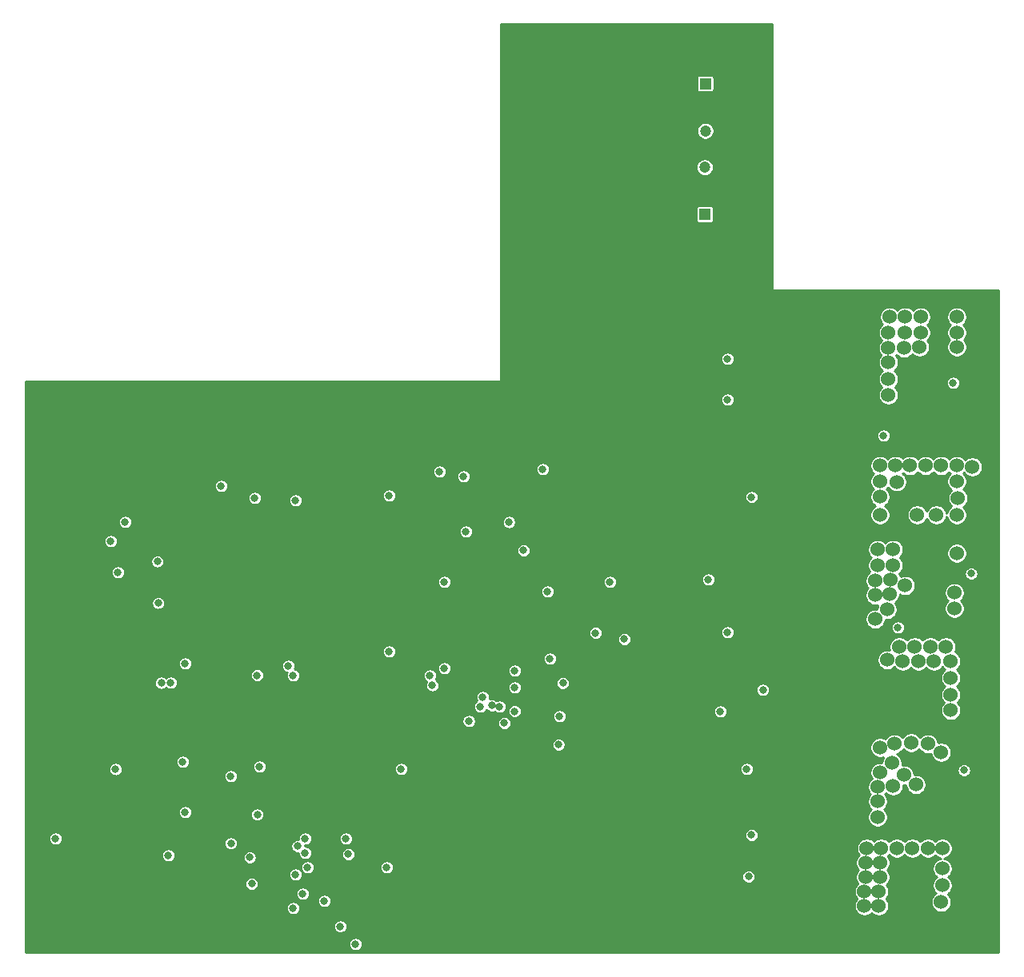
<source format=gbr>
G04 #@! TF.GenerationSoftware,KiCad,Pcbnew,5.1.4-e60b266~84~ubuntu19.04.1*
G04 #@! TF.CreationDate,2019-10-16T08:44:26-04:00*
G04 #@! TF.ProjectId,DSC_motor_controller,4453435f-6d6f-4746-9f72-5f636f6e7472,1*
G04 #@! TF.SameCoordinates,Original*
G04 #@! TF.FileFunction,Copper,L2,Inr*
G04 #@! TF.FilePolarity,Positive*
%FSLAX46Y46*%
G04 Gerber Fmt 4.6, Leading zero omitted, Abs format (unit mm)*
G04 Created by KiCad (PCBNEW 5.1.4-e60b266~84~ubuntu19.04.1) date 2019-10-16 08:44:26*
%MOMM*%
%LPD*%
G04 APERTURE LIST*
%ADD10R,1.200000X1.200000*%
%ADD11C,1.200000*%
%ADD12C,0.800000*%
%ADD13C,1.524000*%
%ADD14C,0.254000*%
G04 APERTURE END LIST*
D10*
X157050000Y-43800000D03*
D11*
X157050000Y-48800000D03*
D10*
X157000000Y-57650000D03*
D11*
X157000000Y-52650000D03*
D12*
X112931000Y-105470000D03*
X99160779Y-98806769D03*
X94135000Y-92262000D03*
X102009000Y-120964000D03*
X94643000Y-116407997D03*
X124869000Y-116392000D03*
X133251000Y-109788000D03*
X133505000Y-108772000D03*
X135283000Y-109788000D03*
X161445000Y-116392000D03*
X113693000Y-87944000D03*
X157381000Y-96326000D03*
X159413000Y-101914000D03*
X161953000Y-87595009D03*
X129441000Y-96580000D03*
X134477327Y-109661000D03*
X145443000Y-101977500D03*
X137823000Y-93241000D03*
X136266429Y-90244431D03*
X128933000Y-84896000D03*
X131473000Y-85404000D03*
X131727000Y-91246000D03*
X123599000Y-103946000D03*
X163149918Y-108010000D03*
X159413000Y-77276000D03*
X159413000Y-72958000D03*
X114709000Y-123758000D03*
X114963000Y-126806000D03*
X114455000Y-129600000D03*
X106835000Y-117154000D03*
X101755000Y-115630000D03*
X114709000Y-125282000D03*
X108841600Y-125753000D03*
X161631815Y-127787185D03*
X158651000Y-110296000D03*
X109042069Y-128547010D03*
X106839653Y-124261347D03*
X100231000Y-125536004D03*
X88293000Y-123758000D03*
X140363000Y-97596016D03*
X123345000Y-126806000D03*
X139855000Y-84642000D03*
X109375000Y-87690000D03*
X105819000Y-86420000D03*
X99469000Y-120456000D03*
X99282565Y-99799328D03*
X89563000Y-89976000D03*
X94643000Y-117408000D03*
X129187000Y-104708000D03*
X141887000Y-89976000D03*
X115212347Y-116650653D03*
X160429000Y-84134000D03*
X111915000Y-103946000D03*
X163223000Y-106994000D03*
X101247002Y-116900020D03*
X163223000Y-126551990D03*
X109556590Y-122424910D03*
X128171000Y-107527000D03*
X127917000Y-106486000D03*
X132026829Y-111312000D03*
D13*
X175542000Y-114106000D03*
X180622000Y-113725000D03*
X176939000Y-118170000D03*
X178844000Y-113598000D03*
X177066000Y-113725000D03*
X182019000Y-114614000D03*
X176812000Y-115757000D03*
X178082000Y-117027000D03*
X175288000Y-121472000D03*
X175288000Y-118297000D03*
X175288000Y-119821000D03*
X175542000Y-116773000D03*
X179352000Y-118043000D03*
D12*
X141633000Y-110804000D03*
D13*
X175288000Y-94802000D03*
X183416000Y-97723000D03*
X176685000Y-96326000D03*
X175034000Y-97977000D03*
X183416000Y-99374000D03*
X178209000Y-96961000D03*
X183670000Y-93532000D03*
X175288000Y-93151000D03*
X175034000Y-96453000D03*
X176939000Y-94802000D03*
X176558000Y-97850000D03*
X176939000Y-93151000D03*
D12*
X141972569Y-107285000D03*
D13*
X175034000Y-100517000D03*
X176304000Y-99501000D03*
X176431000Y-73339000D03*
X176558000Y-68513000D03*
X178209000Y-68513000D03*
X179860000Y-68513000D03*
X183670000Y-68513000D03*
X176431000Y-70164000D03*
X178209000Y-70164000D03*
X179860000Y-70164000D03*
X183670000Y-70164000D03*
X176431000Y-71815000D03*
X178082000Y-71815000D03*
X179733000Y-71688000D03*
X183670000Y-71688000D03*
X176431000Y-75117000D03*
X176431000Y-76768000D03*
D12*
X146967000Y-96580000D03*
X113439000Y-106486000D03*
X99472346Y-107260651D03*
X100485000Y-107248000D03*
X113439000Y-131124000D03*
X113693000Y-127568000D03*
X113908900Y-124553020D03*
X135791000Y-111527000D03*
X136882329Y-110275000D03*
X141525000Y-113800000D03*
X148491000Y-102634999D03*
X136882329Y-107756000D03*
X177447000Y-101406000D03*
X136882329Y-105978000D03*
X140617000Y-104708000D03*
X175923000Y-81086000D03*
X102009000Y-105216000D03*
X99072652Y-94405652D03*
X119027000Y-123758000D03*
X161953002Y-123377000D03*
X183289000Y-75498000D03*
X120043000Y-134934000D03*
X119281000Y-125409000D03*
X109630847Y-121216153D03*
X118422458Y-133068777D03*
X185194000Y-95691000D03*
X116741000Y-130362000D03*
X109883000Y-116138000D03*
X184431992Y-116519000D03*
X109629000Y-106460000D03*
X123599000Y-87436000D03*
X95659000Y-90230000D03*
X94897000Y-95564000D03*
D13*
X181511000Y-89468000D03*
X177325000Y-85975000D03*
X179479000Y-89468000D03*
X183670000Y-89468000D03*
X175542000Y-87563000D03*
X185321000Y-84388000D03*
X183797000Y-87690000D03*
X177193000Y-84261000D03*
X182019000Y-84261000D03*
X183670000Y-84261000D03*
X180368000Y-84261000D03*
X178717000Y-84261000D03*
X183670000Y-85912000D03*
X175542000Y-85912000D03*
X175542000Y-89468000D03*
X175542000Y-84261000D03*
X183035000Y-106740000D03*
X177574000Y-103438000D03*
X179225000Y-103438000D03*
X180876000Y-103438000D03*
X182527000Y-103438000D03*
X176304000Y-104835000D03*
X177955000Y-104962000D03*
X179606000Y-104962000D03*
X181257000Y-104962000D03*
X183035000Y-104962000D03*
X183035000Y-108518000D03*
X183035000Y-110169000D03*
X177320000Y-124774000D03*
X173891000Y-130870000D03*
X175542000Y-127822000D03*
X175669000Y-124774000D03*
X182146000Y-128711000D03*
X174018000Y-127822000D03*
X182146000Y-124774000D03*
X180622000Y-124774000D03*
X175415000Y-129346000D03*
X173891000Y-129346000D03*
X174018000Y-126298000D03*
X175542000Y-126298000D03*
X182019000Y-130489000D03*
X182146000Y-126933000D03*
X175415000Y-130870000D03*
X178971000Y-124774000D03*
X174145000Y-124774000D03*
D12*
X129441000Y-105724000D03*
D14*
G36*
X164112000Y-65592000D02*
G01*
X164114440Y-65616776D01*
X164121667Y-65640601D01*
X164133403Y-65662557D01*
X164149197Y-65681803D01*
X164168443Y-65697597D01*
X164190399Y-65709333D01*
X164214224Y-65716560D01*
X164239000Y-65719000D01*
X188115000Y-65719000D01*
X188115000Y-135823000D01*
X85118000Y-135823000D01*
X85118000Y-134862397D01*
X119316000Y-134862397D01*
X119316000Y-135005603D01*
X119343938Y-135146058D01*
X119398741Y-135278364D01*
X119478302Y-135397436D01*
X119579564Y-135498698D01*
X119698636Y-135578259D01*
X119830942Y-135633062D01*
X119971397Y-135661000D01*
X120114603Y-135661000D01*
X120255058Y-135633062D01*
X120387364Y-135578259D01*
X120506436Y-135498698D01*
X120607698Y-135397436D01*
X120687259Y-135278364D01*
X120742062Y-135146058D01*
X120770000Y-135005603D01*
X120770000Y-134862397D01*
X120742062Y-134721942D01*
X120687259Y-134589636D01*
X120607698Y-134470564D01*
X120506436Y-134369302D01*
X120387364Y-134289741D01*
X120255058Y-134234938D01*
X120114603Y-134207000D01*
X119971397Y-134207000D01*
X119830942Y-134234938D01*
X119698636Y-134289741D01*
X119579564Y-134369302D01*
X119478302Y-134470564D01*
X119398741Y-134589636D01*
X119343938Y-134721942D01*
X119316000Y-134862397D01*
X85118000Y-134862397D01*
X85118000Y-132997174D01*
X117695458Y-132997174D01*
X117695458Y-133140380D01*
X117723396Y-133280835D01*
X117778199Y-133413141D01*
X117857760Y-133532213D01*
X117959022Y-133633475D01*
X118078094Y-133713036D01*
X118210400Y-133767839D01*
X118350855Y-133795777D01*
X118494061Y-133795777D01*
X118634516Y-133767839D01*
X118766822Y-133713036D01*
X118885894Y-133633475D01*
X118987156Y-133532213D01*
X119066717Y-133413141D01*
X119121520Y-133280835D01*
X119149458Y-133140380D01*
X119149458Y-132997174D01*
X119121520Y-132856719D01*
X119066717Y-132724413D01*
X118987156Y-132605341D01*
X118885894Y-132504079D01*
X118766822Y-132424518D01*
X118634516Y-132369715D01*
X118494061Y-132341777D01*
X118350855Y-132341777D01*
X118210400Y-132369715D01*
X118078094Y-132424518D01*
X117959022Y-132504079D01*
X117857760Y-132605341D01*
X117778199Y-132724413D01*
X117723396Y-132856719D01*
X117695458Y-132997174D01*
X85118000Y-132997174D01*
X85118000Y-131052397D01*
X112712000Y-131052397D01*
X112712000Y-131195603D01*
X112739938Y-131336058D01*
X112794741Y-131468364D01*
X112874302Y-131587436D01*
X112975564Y-131688698D01*
X113094636Y-131768259D01*
X113226942Y-131823062D01*
X113367397Y-131851000D01*
X113510603Y-131851000D01*
X113651058Y-131823062D01*
X113783364Y-131768259D01*
X113902436Y-131688698D01*
X114003698Y-131587436D01*
X114083259Y-131468364D01*
X114138062Y-131336058D01*
X114166000Y-131195603D01*
X114166000Y-131052397D01*
X114138062Y-130911942D01*
X114083259Y-130779636D01*
X114003698Y-130660564D01*
X113902436Y-130559302D01*
X113783364Y-130479741D01*
X113651058Y-130424938D01*
X113510603Y-130397000D01*
X113367397Y-130397000D01*
X113226942Y-130424938D01*
X113094636Y-130479741D01*
X112975564Y-130559302D01*
X112874302Y-130660564D01*
X112794741Y-130779636D01*
X112739938Y-130911942D01*
X112712000Y-131052397D01*
X85118000Y-131052397D01*
X85118000Y-129528397D01*
X113728000Y-129528397D01*
X113728000Y-129671603D01*
X113755938Y-129812058D01*
X113810741Y-129944364D01*
X113890302Y-130063436D01*
X113991564Y-130164698D01*
X114110636Y-130244259D01*
X114242942Y-130299062D01*
X114383397Y-130327000D01*
X114526603Y-130327000D01*
X114667058Y-130299062D01*
X114687977Y-130290397D01*
X116014000Y-130290397D01*
X116014000Y-130433603D01*
X116041938Y-130574058D01*
X116096741Y-130706364D01*
X116176302Y-130825436D01*
X116277564Y-130926698D01*
X116396636Y-131006259D01*
X116528942Y-131061062D01*
X116669397Y-131089000D01*
X116812603Y-131089000D01*
X116953058Y-131061062D01*
X117085364Y-131006259D01*
X117204436Y-130926698D01*
X117305698Y-130825436D01*
X117385259Y-130706364D01*
X117440062Y-130574058D01*
X117468000Y-130433603D01*
X117468000Y-130290397D01*
X117440062Y-130149942D01*
X117385259Y-130017636D01*
X117305698Y-129898564D01*
X117204436Y-129797302D01*
X117085364Y-129717741D01*
X116953058Y-129662938D01*
X116812603Y-129635000D01*
X116669397Y-129635000D01*
X116528942Y-129662938D01*
X116396636Y-129717741D01*
X116277564Y-129797302D01*
X116176302Y-129898564D01*
X116096741Y-130017636D01*
X116041938Y-130149942D01*
X116014000Y-130290397D01*
X114687977Y-130290397D01*
X114799364Y-130244259D01*
X114918436Y-130164698D01*
X115019698Y-130063436D01*
X115099259Y-129944364D01*
X115154062Y-129812058D01*
X115182000Y-129671603D01*
X115182000Y-129528397D01*
X115154062Y-129387942D01*
X115099259Y-129255636D01*
X115087972Y-129238743D01*
X172802000Y-129238743D01*
X172802000Y-129453257D01*
X172843850Y-129663650D01*
X172925941Y-129861835D01*
X173045119Y-130040197D01*
X173112922Y-130108000D01*
X173045119Y-130175803D01*
X172925941Y-130354165D01*
X172843850Y-130552350D01*
X172802000Y-130762743D01*
X172802000Y-130977257D01*
X172843850Y-131187650D01*
X172925941Y-131385835D01*
X173045119Y-131564197D01*
X173196803Y-131715881D01*
X173375165Y-131835059D01*
X173573350Y-131917150D01*
X173783743Y-131959000D01*
X173998257Y-131959000D01*
X174208650Y-131917150D01*
X174406835Y-131835059D01*
X174585197Y-131715881D01*
X174653000Y-131648078D01*
X174720803Y-131715881D01*
X174899165Y-131835059D01*
X175097350Y-131917150D01*
X175307743Y-131959000D01*
X175522257Y-131959000D01*
X175732650Y-131917150D01*
X175930835Y-131835059D01*
X176109197Y-131715881D01*
X176260881Y-131564197D01*
X176380059Y-131385835D01*
X176462150Y-131187650D01*
X176504000Y-130977257D01*
X176504000Y-130762743D01*
X176462150Y-130552350D01*
X176380059Y-130354165D01*
X176260881Y-130175803D01*
X176193078Y-130108000D01*
X176260881Y-130040197D01*
X176380059Y-129861835D01*
X176462150Y-129663650D01*
X176504000Y-129453257D01*
X176504000Y-129238743D01*
X176462150Y-129028350D01*
X176380059Y-128830165D01*
X176260881Y-128651803D01*
X176256578Y-128647500D01*
X176387881Y-128516197D01*
X176507059Y-128337835D01*
X176589150Y-128139650D01*
X176631000Y-127929257D01*
X176631000Y-127714743D01*
X176589150Y-127504350D01*
X176507059Y-127306165D01*
X176387881Y-127127803D01*
X176320078Y-127060000D01*
X176387881Y-126992197D01*
X176507059Y-126813835D01*
X176589150Y-126615650D01*
X176631000Y-126405257D01*
X176631000Y-126190743D01*
X176589150Y-125980350D01*
X176507059Y-125782165D01*
X176387881Y-125603803D01*
X176383578Y-125599500D01*
X176494500Y-125488578D01*
X176625803Y-125619881D01*
X176804165Y-125739059D01*
X177002350Y-125821150D01*
X177212743Y-125863000D01*
X177427257Y-125863000D01*
X177637650Y-125821150D01*
X177835835Y-125739059D01*
X178014197Y-125619881D01*
X178145500Y-125488578D01*
X178276803Y-125619881D01*
X178455165Y-125739059D01*
X178653350Y-125821150D01*
X178863743Y-125863000D01*
X179078257Y-125863000D01*
X179288650Y-125821150D01*
X179486835Y-125739059D01*
X179665197Y-125619881D01*
X179796500Y-125488578D01*
X179927803Y-125619881D01*
X180106165Y-125739059D01*
X180304350Y-125821150D01*
X180514743Y-125863000D01*
X180729257Y-125863000D01*
X180939650Y-125821150D01*
X181137835Y-125739059D01*
X181316197Y-125619881D01*
X181384000Y-125552078D01*
X181451803Y-125619881D01*
X181630165Y-125739059D01*
X181828350Y-125821150D01*
X181990984Y-125853500D01*
X181828350Y-125885850D01*
X181630165Y-125967941D01*
X181451803Y-126087119D01*
X181300119Y-126238803D01*
X181180941Y-126417165D01*
X181098850Y-126615350D01*
X181057000Y-126825743D01*
X181057000Y-127040257D01*
X181098850Y-127250650D01*
X181180941Y-127448835D01*
X181300119Y-127627197D01*
X181451803Y-127778881D01*
X181516335Y-127822000D01*
X181451803Y-127865119D01*
X181300119Y-128016803D01*
X181180941Y-128195165D01*
X181098850Y-128393350D01*
X181057000Y-128603743D01*
X181057000Y-128818257D01*
X181098850Y-129028650D01*
X181180941Y-129226835D01*
X181300119Y-129405197D01*
X181451803Y-129556881D01*
X181452835Y-129557571D01*
X181324803Y-129643119D01*
X181173119Y-129794803D01*
X181053941Y-129973165D01*
X180971850Y-130171350D01*
X180930000Y-130381743D01*
X180930000Y-130596257D01*
X180971850Y-130806650D01*
X181053941Y-131004835D01*
X181173119Y-131183197D01*
X181324803Y-131334881D01*
X181503165Y-131454059D01*
X181701350Y-131536150D01*
X181911743Y-131578000D01*
X182126257Y-131578000D01*
X182336650Y-131536150D01*
X182534835Y-131454059D01*
X182713197Y-131334881D01*
X182864881Y-131183197D01*
X182984059Y-131004835D01*
X183066150Y-130806650D01*
X183108000Y-130596257D01*
X183108000Y-130381743D01*
X183066150Y-130171350D01*
X182984059Y-129973165D01*
X182864881Y-129794803D01*
X182713197Y-129643119D01*
X182712165Y-129642429D01*
X182840197Y-129556881D01*
X182991881Y-129405197D01*
X183111059Y-129226835D01*
X183193150Y-129028650D01*
X183235000Y-128818257D01*
X183235000Y-128603743D01*
X183193150Y-128393350D01*
X183111059Y-128195165D01*
X182991881Y-128016803D01*
X182840197Y-127865119D01*
X182775665Y-127822000D01*
X182840197Y-127778881D01*
X182991881Y-127627197D01*
X183111059Y-127448835D01*
X183193150Y-127250650D01*
X183235000Y-127040257D01*
X183235000Y-126825743D01*
X183193150Y-126615350D01*
X183111059Y-126417165D01*
X182991881Y-126238803D01*
X182840197Y-126087119D01*
X182661835Y-125967941D01*
X182463650Y-125885850D01*
X182301016Y-125853500D01*
X182463650Y-125821150D01*
X182661835Y-125739059D01*
X182840197Y-125619881D01*
X182991881Y-125468197D01*
X183111059Y-125289835D01*
X183193150Y-125091650D01*
X183235000Y-124881257D01*
X183235000Y-124666743D01*
X183193150Y-124456350D01*
X183111059Y-124258165D01*
X182991881Y-124079803D01*
X182840197Y-123928119D01*
X182661835Y-123808941D01*
X182463650Y-123726850D01*
X182253257Y-123685000D01*
X182038743Y-123685000D01*
X181828350Y-123726850D01*
X181630165Y-123808941D01*
X181451803Y-123928119D01*
X181384000Y-123995922D01*
X181316197Y-123928119D01*
X181137835Y-123808941D01*
X180939650Y-123726850D01*
X180729257Y-123685000D01*
X180514743Y-123685000D01*
X180304350Y-123726850D01*
X180106165Y-123808941D01*
X179927803Y-123928119D01*
X179796500Y-124059422D01*
X179665197Y-123928119D01*
X179486835Y-123808941D01*
X179288650Y-123726850D01*
X179078257Y-123685000D01*
X178863743Y-123685000D01*
X178653350Y-123726850D01*
X178455165Y-123808941D01*
X178276803Y-123928119D01*
X178145500Y-124059422D01*
X178014197Y-123928119D01*
X177835835Y-123808941D01*
X177637650Y-123726850D01*
X177427257Y-123685000D01*
X177212743Y-123685000D01*
X177002350Y-123726850D01*
X176804165Y-123808941D01*
X176625803Y-123928119D01*
X176494500Y-124059422D01*
X176363197Y-123928119D01*
X176184835Y-123808941D01*
X175986650Y-123726850D01*
X175776257Y-123685000D01*
X175561743Y-123685000D01*
X175351350Y-123726850D01*
X175153165Y-123808941D01*
X174974803Y-123928119D01*
X174907000Y-123995922D01*
X174839197Y-123928119D01*
X174660835Y-123808941D01*
X174462650Y-123726850D01*
X174252257Y-123685000D01*
X174037743Y-123685000D01*
X173827350Y-123726850D01*
X173629165Y-123808941D01*
X173450803Y-123928119D01*
X173299119Y-124079803D01*
X173179941Y-124258165D01*
X173097850Y-124456350D01*
X173056000Y-124666743D01*
X173056000Y-124881257D01*
X173097850Y-125091650D01*
X173179941Y-125289835D01*
X173299119Y-125468197D01*
X173303422Y-125472500D01*
X173172119Y-125603803D01*
X173052941Y-125782165D01*
X172970850Y-125980350D01*
X172929000Y-126190743D01*
X172929000Y-126405257D01*
X172970850Y-126615650D01*
X173052941Y-126813835D01*
X173172119Y-126992197D01*
X173239922Y-127060000D01*
X173172119Y-127127803D01*
X173052941Y-127306165D01*
X172970850Y-127504350D01*
X172929000Y-127714743D01*
X172929000Y-127929257D01*
X172970850Y-128139650D01*
X173052941Y-128337835D01*
X173172119Y-128516197D01*
X173176422Y-128520500D01*
X173045119Y-128651803D01*
X172925941Y-128830165D01*
X172843850Y-129028350D01*
X172802000Y-129238743D01*
X115087972Y-129238743D01*
X115019698Y-129136564D01*
X114918436Y-129035302D01*
X114799364Y-128955741D01*
X114667058Y-128900938D01*
X114526603Y-128873000D01*
X114383397Y-128873000D01*
X114242942Y-128900938D01*
X114110636Y-128955741D01*
X113991564Y-129035302D01*
X113890302Y-129136564D01*
X113810741Y-129255636D01*
X113755938Y-129387942D01*
X113728000Y-129528397D01*
X85118000Y-129528397D01*
X85118000Y-128475407D01*
X108315069Y-128475407D01*
X108315069Y-128618613D01*
X108343007Y-128759068D01*
X108397810Y-128891374D01*
X108477371Y-129010446D01*
X108578633Y-129111708D01*
X108697705Y-129191269D01*
X108830011Y-129246072D01*
X108970466Y-129274010D01*
X109113672Y-129274010D01*
X109254127Y-129246072D01*
X109386433Y-129191269D01*
X109505505Y-129111708D01*
X109606767Y-129010446D01*
X109686328Y-128891374D01*
X109741131Y-128759068D01*
X109769069Y-128618613D01*
X109769069Y-128475407D01*
X109741131Y-128334952D01*
X109686328Y-128202646D01*
X109606767Y-128083574D01*
X109505505Y-127982312D01*
X109386433Y-127902751D01*
X109254127Y-127847948D01*
X109113672Y-127820010D01*
X108970466Y-127820010D01*
X108830011Y-127847948D01*
X108697705Y-127902751D01*
X108578633Y-127982312D01*
X108477371Y-128083574D01*
X108397810Y-128202646D01*
X108343007Y-128334952D01*
X108315069Y-128475407D01*
X85118000Y-128475407D01*
X85118000Y-127496397D01*
X112966000Y-127496397D01*
X112966000Y-127639603D01*
X112993938Y-127780058D01*
X113048741Y-127912364D01*
X113128302Y-128031436D01*
X113229564Y-128132698D01*
X113348636Y-128212259D01*
X113480942Y-128267062D01*
X113621397Y-128295000D01*
X113764603Y-128295000D01*
X113905058Y-128267062D01*
X114037364Y-128212259D01*
X114156436Y-128132698D01*
X114257698Y-128031436D01*
X114337259Y-127912364D01*
X114392062Y-127780058D01*
X114404886Y-127715582D01*
X160904815Y-127715582D01*
X160904815Y-127858788D01*
X160932753Y-127999243D01*
X160987556Y-128131549D01*
X161067117Y-128250621D01*
X161168379Y-128351883D01*
X161287451Y-128431444D01*
X161419757Y-128486247D01*
X161560212Y-128514185D01*
X161703418Y-128514185D01*
X161843873Y-128486247D01*
X161976179Y-128431444D01*
X162095251Y-128351883D01*
X162196513Y-128250621D01*
X162276074Y-128131549D01*
X162330877Y-127999243D01*
X162358815Y-127858788D01*
X162358815Y-127715582D01*
X162330877Y-127575127D01*
X162276074Y-127442821D01*
X162196513Y-127323749D01*
X162095251Y-127222487D01*
X161976179Y-127142926D01*
X161843873Y-127088123D01*
X161703418Y-127060185D01*
X161560212Y-127060185D01*
X161419757Y-127088123D01*
X161287451Y-127142926D01*
X161168379Y-127222487D01*
X161067117Y-127323749D01*
X160987556Y-127442821D01*
X160932753Y-127575127D01*
X160904815Y-127715582D01*
X114404886Y-127715582D01*
X114420000Y-127639603D01*
X114420000Y-127496397D01*
X114392062Y-127355942D01*
X114337259Y-127223636D01*
X114257698Y-127104564D01*
X114156436Y-127003302D01*
X114037364Y-126923741D01*
X113905058Y-126868938D01*
X113764603Y-126841000D01*
X113621397Y-126841000D01*
X113480942Y-126868938D01*
X113348636Y-126923741D01*
X113229564Y-127003302D01*
X113128302Y-127104564D01*
X113048741Y-127223636D01*
X112993938Y-127355942D01*
X112966000Y-127496397D01*
X85118000Y-127496397D01*
X85118000Y-126734397D01*
X114236000Y-126734397D01*
X114236000Y-126877603D01*
X114263938Y-127018058D01*
X114318741Y-127150364D01*
X114398302Y-127269436D01*
X114499564Y-127370698D01*
X114618636Y-127450259D01*
X114750942Y-127505062D01*
X114891397Y-127533000D01*
X115034603Y-127533000D01*
X115175058Y-127505062D01*
X115307364Y-127450259D01*
X115426436Y-127370698D01*
X115527698Y-127269436D01*
X115607259Y-127150364D01*
X115662062Y-127018058D01*
X115690000Y-126877603D01*
X115690000Y-126734397D01*
X122618000Y-126734397D01*
X122618000Y-126877603D01*
X122645938Y-127018058D01*
X122700741Y-127150364D01*
X122780302Y-127269436D01*
X122881564Y-127370698D01*
X123000636Y-127450259D01*
X123132942Y-127505062D01*
X123273397Y-127533000D01*
X123416603Y-127533000D01*
X123557058Y-127505062D01*
X123689364Y-127450259D01*
X123808436Y-127370698D01*
X123909698Y-127269436D01*
X123989259Y-127150364D01*
X124044062Y-127018058D01*
X124072000Y-126877603D01*
X124072000Y-126734397D01*
X124044062Y-126593942D01*
X123989259Y-126461636D01*
X123909698Y-126342564D01*
X123808436Y-126241302D01*
X123689364Y-126161741D01*
X123557058Y-126106938D01*
X123416603Y-126079000D01*
X123273397Y-126079000D01*
X123132942Y-126106938D01*
X123000636Y-126161741D01*
X122881564Y-126241302D01*
X122780302Y-126342564D01*
X122700741Y-126461636D01*
X122645938Y-126593942D01*
X122618000Y-126734397D01*
X115690000Y-126734397D01*
X115662062Y-126593942D01*
X115607259Y-126461636D01*
X115527698Y-126342564D01*
X115426436Y-126241302D01*
X115307364Y-126161741D01*
X115175058Y-126106938D01*
X115034603Y-126079000D01*
X114891397Y-126079000D01*
X114750942Y-126106938D01*
X114618636Y-126161741D01*
X114499564Y-126241302D01*
X114398302Y-126342564D01*
X114318741Y-126461636D01*
X114263938Y-126593942D01*
X114236000Y-126734397D01*
X85118000Y-126734397D01*
X85118000Y-125464401D01*
X99504000Y-125464401D01*
X99504000Y-125607607D01*
X99531938Y-125748062D01*
X99586741Y-125880368D01*
X99666302Y-125999440D01*
X99767564Y-126100702D01*
X99886636Y-126180263D01*
X100018942Y-126235066D01*
X100159397Y-126263004D01*
X100302603Y-126263004D01*
X100443058Y-126235066D01*
X100575364Y-126180263D01*
X100694436Y-126100702D01*
X100795698Y-125999440D01*
X100875259Y-125880368D01*
X100930062Y-125748062D01*
X100943322Y-125681397D01*
X108114600Y-125681397D01*
X108114600Y-125824603D01*
X108142538Y-125965058D01*
X108197341Y-126097364D01*
X108276902Y-126216436D01*
X108378164Y-126317698D01*
X108497236Y-126397259D01*
X108629542Y-126452062D01*
X108769997Y-126480000D01*
X108913203Y-126480000D01*
X109053658Y-126452062D01*
X109185964Y-126397259D01*
X109305036Y-126317698D01*
X109406298Y-126216436D01*
X109485859Y-126097364D01*
X109540662Y-125965058D01*
X109568600Y-125824603D01*
X109568600Y-125681397D01*
X109540662Y-125540942D01*
X109485859Y-125408636D01*
X109406298Y-125289564D01*
X109305036Y-125188302D01*
X109185964Y-125108741D01*
X109053658Y-125053938D01*
X108913203Y-125026000D01*
X108769997Y-125026000D01*
X108629542Y-125053938D01*
X108497236Y-125108741D01*
X108378164Y-125188302D01*
X108276902Y-125289564D01*
X108197341Y-125408636D01*
X108142538Y-125540942D01*
X108114600Y-125681397D01*
X100943322Y-125681397D01*
X100958000Y-125607607D01*
X100958000Y-125464401D01*
X100930062Y-125323946D01*
X100875259Y-125191640D01*
X100795698Y-125072568D01*
X100694436Y-124971306D01*
X100575364Y-124891745D01*
X100443058Y-124836942D01*
X100302603Y-124809004D01*
X100159397Y-124809004D01*
X100018942Y-124836942D01*
X99886636Y-124891745D01*
X99767564Y-124971306D01*
X99666302Y-125072568D01*
X99586741Y-125191640D01*
X99531938Y-125323946D01*
X99504000Y-125464401D01*
X85118000Y-125464401D01*
X85118000Y-123686397D01*
X87566000Y-123686397D01*
X87566000Y-123829603D01*
X87593938Y-123970058D01*
X87648741Y-124102364D01*
X87728302Y-124221436D01*
X87829564Y-124322698D01*
X87948636Y-124402259D01*
X88080942Y-124457062D01*
X88221397Y-124485000D01*
X88364603Y-124485000D01*
X88505058Y-124457062D01*
X88637364Y-124402259D01*
X88756436Y-124322698D01*
X88857698Y-124221436D01*
X88878873Y-124189744D01*
X106112653Y-124189744D01*
X106112653Y-124332950D01*
X106140591Y-124473405D01*
X106195394Y-124605711D01*
X106274955Y-124724783D01*
X106376217Y-124826045D01*
X106495289Y-124905606D01*
X106627595Y-124960409D01*
X106768050Y-124988347D01*
X106911256Y-124988347D01*
X107051711Y-124960409D01*
X107184017Y-124905606D01*
X107303089Y-124826045D01*
X107404351Y-124724783D01*
X107483912Y-124605711D01*
X107535396Y-124481417D01*
X113181900Y-124481417D01*
X113181900Y-124624623D01*
X113209838Y-124765078D01*
X113264641Y-124897384D01*
X113344202Y-125016456D01*
X113445464Y-125117718D01*
X113564536Y-125197279D01*
X113696842Y-125252082D01*
X113837297Y-125280020D01*
X113980503Y-125280020D01*
X113982000Y-125279722D01*
X113982000Y-125353603D01*
X114009938Y-125494058D01*
X114064741Y-125626364D01*
X114144302Y-125745436D01*
X114245564Y-125846698D01*
X114364636Y-125926259D01*
X114496942Y-125981062D01*
X114637397Y-126009000D01*
X114780603Y-126009000D01*
X114921058Y-125981062D01*
X115053364Y-125926259D01*
X115172436Y-125846698D01*
X115273698Y-125745436D01*
X115353259Y-125626364D01*
X115408062Y-125494058D01*
X115436000Y-125353603D01*
X115436000Y-125337397D01*
X118554000Y-125337397D01*
X118554000Y-125480603D01*
X118581938Y-125621058D01*
X118636741Y-125753364D01*
X118716302Y-125872436D01*
X118817564Y-125973698D01*
X118936636Y-126053259D01*
X119068942Y-126108062D01*
X119209397Y-126136000D01*
X119352603Y-126136000D01*
X119493058Y-126108062D01*
X119625364Y-126053259D01*
X119744436Y-125973698D01*
X119845698Y-125872436D01*
X119925259Y-125753364D01*
X119980062Y-125621058D01*
X120008000Y-125480603D01*
X120008000Y-125337397D01*
X119980062Y-125196942D01*
X119925259Y-125064636D01*
X119845698Y-124945564D01*
X119744436Y-124844302D01*
X119625364Y-124764741D01*
X119493058Y-124709938D01*
X119352603Y-124682000D01*
X119209397Y-124682000D01*
X119068942Y-124709938D01*
X118936636Y-124764741D01*
X118817564Y-124844302D01*
X118716302Y-124945564D01*
X118636741Y-125064636D01*
X118581938Y-125196942D01*
X118554000Y-125337397D01*
X115436000Y-125337397D01*
X115436000Y-125210397D01*
X115408062Y-125069942D01*
X115353259Y-124937636D01*
X115273698Y-124818564D01*
X115172436Y-124717302D01*
X115053364Y-124637741D01*
X114921058Y-124582938D01*
X114780603Y-124555000D01*
X114637397Y-124555000D01*
X114635900Y-124555298D01*
X114635900Y-124484702D01*
X114637397Y-124485000D01*
X114780603Y-124485000D01*
X114921058Y-124457062D01*
X115053364Y-124402259D01*
X115172436Y-124322698D01*
X115273698Y-124221436D01*
X115353259Y-124102364D01*
X115408062Y-123970058D01*
X115436000Y-123829603D01*
X115436000Y-123686397D01*
X118300000Y-123686397D01*
X118300000Y-123829603D01*
X118327938Y-123970058D01*
X118382741Y-124102364D01*
X118462302Y-124221436D01*
X118563564Y-124322698D01*
X118682636Y-124402259D01*
X118814942Y-124457062D01*
X118955397Y-124485000D01*
X119098603Y-124485000D01*
X119239058Y-124457062D01*
X119371364Y-124402259D01*
X119490436Y-124322698D01*
X119591698Y-124221436D01*
X119671259Y-124102364D01*
X119726062Y-123970058D01*
X119754000Y-123829603D01*
X119754000Y-123686397D01*
X119726062Y-123545942D01*
X119671259Y-123413636D01*
X119598937Y-123305397D01*
X161226002Y-123305397D01*
X161226002Y-123448603D01*
X161253940Y-123589058D01*
X161308743Y-123721364D01*
X161388304Y-123840436D01*
X161489566Y-123941698D01*
X161608638Y-124021259D01*
X161740944Y-124076062D01*
X161881399Y-124104000D01*
X162024605Y-124104000D01*
X162165060Y-124076062D01*
X162297366Y-124021259D01*
X162416438Y-123941698D01*
X162517700Y-123840436D01*
X162597261Y-123721364D01*
X162652064Y-123589058D01*
X162680002Y-123448603D01*
X162680002Y-123305397D01*
X162652064Y-123164942D01*
X162597261Y-123032636D01*
X162517700Y-122913564D01*
X162416438Y-122812302D01*
X162297366Y-122732741D01*
X162165060Y-122677938D01*
X162024605Y-122650000D01*
X161881399Y-122650000D01*
X161740944Y-122677938D01*
X161608638Y-122732741D01*
X161489566Y-122812302D01*
X161388304Y-122913564D01*
X161308743Y-123032636D01*
X161253940Y-123164942D01*
X161226002Y-123305397D01*
X119598937Y-123305397D01*
X119591698Y-123294564D01*
X119490436Y-123193302D01*
X119371364Y-123113741D01*
X119239058Y-123058938D01*
X119098603Y-123031000D01*
X118955397Y-123031000D01*
X118814942Y-123058938D01*
X118682636Y-123113741D01*
X118563564Y-123193302D01*
X118462302Y-123294564D01*
X118382741Y-123413636D01*
X118327938Y-123545942D01*
X118300000Y-123686397D01*
X115436000Y-123686397D01*
X115408062Y-123545942D01*
X115353259Y-123413636D01*
X115273698Y-123294564D01*
X115172436Y-123193302D01*
X115053364Y-123113741D01*
X114921058Y-123058938D01*
X114780603Y-123031000D01*
X114637397Y-123031000D01*
X114496942Y-123058938D01*
X114364636Y-123113741D01*
X114245564Y-123193302D01*
X114144302Y-123294564D01*
X114064741Y-123413636D01*
X114009938Y-123545942D01*
X113982000Y-123686397D01*
X113982000Y-123826318D01*
X113980503Y-123826020D01*
X113837297Y-123826020D01*
X113696842Y-123853958D01*
X113564536Y-123908761D01*
X113445464Y-123988322D01*
X113344202Y-124089584D01*
X113264641Y-124208656D01*
X113209838Y-124340962D01*
X113181900Y-124481417D01*
X107535396Y-124481417D01*
X107538715Y-124473405D01*
X107566653Y-124332950D01*
X107566653Y-124189744D01*
X107538715Y-124049289D01*
X107483912Y-123916983D01*
X107404351Y-123797911D01*
X107303089Y-123696649D01*
X107184017Y-123617088D01*
X107051711Y-123562285D01*
X106911256Y-123534347D01*
X106768050Y-123534347D01*
X106627595Y-123562285D01*
X106495289Y-123617088D01*
X106376217Y-123696649D01*
X106274955Y-123797911D01*
X106195394Y-123916983D01*
X106140591Y-124049289D01*
X106112653Y-124189744D01*
X88878873Y-124189744D01*
X88937259Y-124102364D01*
X88992062Y-123970058D01*
X89020000Y-123829603D01*
X89020000Y-123686397D01*
X88992062Y-123545942D01*
X88937259Y-123413636D01*
X88857698Y-123294564D01*
X88756436Y-123193302D01*
X88637364Y-123113741D01*
X88505058Y-123058938D01*
X88364603Y-123031000D01*
X88221397Y-123031000D01*
X88080942Y-123058938D01*
X87948636Y-123113741D01*
X87829564Y-123193302D01*
X87728302Y-123294564D01*
X87648741Y-123413636D01*
X87593938Y-123545942D01*
X87566000Y-123686397D01*
X85118000Y-123686397D01*
X85118000Y-120892397D01*
X101282000Y-120892397D01*
X101282000Y-121035603D01*
X101309938Y-121176058D01*
X101364741Y-121308364D01*
X101444302Y-121427436D01*
X101545564Y-121528698D01*
X101664636Y-121608259D01*
X101796942Y-121663062D01*
X101937397Y-121691000D01*
X102080603Y-121691000D01*
X102221058Y-121663062D01*
X102353364Y-121608259D01*
X102472436Y-121528698D01*
X102573698Y-121427436D01*
X102653259Y-121308364D01*
X102708062Y-121176058D01*
X102714329Y-121144550D01*
X108903847Y-121144550D01*
X108903847Y-121287756D01*
X108931785Y-121428211D01*
X108986588Y-121560517D01*
X109066149Y-121679589D01*
X109167411Y-121780851D01*
X109286483Y-121860412D01*
X109418789Y-121915215D01*
X109559244Y-121943153D01*
X109702450Y-121943153D01*
X109842905Y-121915215D01*
X109975211Y-121860412D01*
X110094283Y-121780851D01*
X110195545Y-121679589D01*
X110275106Y-121560517D01*
X110329909Y-121428211D01*
X110357847Y-121287756D01*
X110357847Y-121144550D01*
X110329909Y-121004095D01*
X110275106Y-120871789D01*
X110195545Y-120752717D01*
X110094283Y-120651455D01*
X109975211Y-120571894D01*
X109842905Y-120517091D01*
X109702450Y-120489153D01*
X109559244Y-120489153D01*
X109418789Y-120517091D01*
X109286483Y-120571894D01*
X109167411Y-120651455D01*
X109066149Y-120752717D01*
X108986588Y-120871789D01*
X108931785Y-121004095D01*
X108903847Y-121144550D01*
X102714329Y-121144550D01*
X102736000Y-121035603D01*
X102736000Y-120892397D01*
X102708062Y-120751942D01*
X102653259Y-120619636D01*
X102573698Y-120500564D01*
X102472436Y-120399302D01*
X102353364Y-120319741D01*
X102221058Y-120264938D01*
X102080603Y-120237000D01*
X101937397Y-120237000D01*
X101796942Y-120264938D01*
X101664636Y-120319741D01*
X101545564Y-120399302D01*
X101444302Y-120500564D01*
X101364741Y-120619636D01*
X101309938Y-120751942D01*
X101282000Y-120892397D01*
X85118000Y-120892397D01*
X85118000Y-118189743D01*
X174199000Y-118189743D01*
X174199000Y-118404257D01*
X174240850Y-118614650D01*
X174322941Y-118812835D01*
X174442119Y-118991197D01*
X174509922Y-119059000D01*
X174442119Y-119126803D01*
X174322941Y-119305165D01*
X174240850Y-119503350D01*
X174199000Y-119713743D01*
X174199000Y-119928257D01*
X174240850Y-120138650D01*
X174322941Y-120336835D01*
X174442119Y-120515197D01*
X174573422Y-120646500D01*
X174442119Y-120777803D01*
X174322941Y-120956165D01*
X174240850Y-121154350D01*
X174199000Y-121364743D01*
X174199000Y-121579257D01*
X174240850Y-121789650D01*
X174322941Y-121987835D01*
X174442119Y-122166197D01*
X174593803Y-122317881D01*
X174772165Y-122437059D01*
X174970350Y-122519150D01*
X175180743Y-122561000D01*
X175395257Y-122561000D01*
X175605650Y-122519150D01*
X175803835Y-122437059D01*
X175982197Y-122317881D01*
X176133881Y-122166197D01*
X176253059Y-121987835D01*
X176335150Y-121789650D01*
X176377000Y-121579257D01*
X176377000Y-121364743D01*
X176335150Y-121154350D01*
X176253059Y-120956165D01*
X176133881Y-120777803D01*
X176002578Y-120646500D01*
X176133881Y-120515197D01*
X176253059Y-120336835D01*
X176335150Y-120138650D01*
X176377000Y-119928257D01*
X176377000Y-119713743D01*
X176335150Y-119503350D01*
X176253059Y-119305165D01*
X176133881Y-119126803D01*
X176066078Y-119059000D01*
X176133881Y-118991197D01*
X176168423Y-118939501D01*
X176244803Y-119015881D01*
X176423165Y-119135059D01*
X176621350Y-119217150D01*
X176831743Y-119259000D01*
X177046257Y-119259000D01*
X177256650Y-119217150D01*
X177454835Y-119135059D01*
X177633197Y-119015881D01*
X177784881Y-118864197D01*
X177904059Y-118685835D01*
X177986150Y-118487650D01*
X178028000Y-118277257D01*
X178028000Y-118116000D01*
X178189257Y-118116000D01*
X178263000Y-118101332D01*
X178263000Y-118150257D01*
X178304850Y-118360650D01*
X178386941Y-118558835D01*
X178506119Y-118737197D01*
X178657803Y-118888881D01*
X178836165Y-119008059D01*
X179034350Y-119090150D01*
X179244743Y-119132000D01*
X179459257Y-119132000D01*
X179669650Y-119090150D01*
X179867835Y-119008059D01*
X180046197Y-118888881D01*
X180197881Y-118737197D01*
X180317059Y-118558835D01*
X180399150Y-118360650D01*
X180441000Y-118150257D01*
X180441000Y-117935743D01*
X180399150Y-117725350D01*
X180317059Y-117527165D01*
X180197881Y-117348803D01*
X180046197Y-117197119D01*
X179867835Y-117077941D01*
X179669650Y-116995850D01*
X179459257Y-116954000D01*
X179244743Y-116954000D01*
X179171000Y-116968668D01*
X179171000Y-116919743D01*
X179129150Y-116709350D01*
X179047059Y-116511165D01*
X179004451Y-116447397D01*
X183704992Y-116447397D01*
X183704992Y-116590603D01*
X183732930Y-116731058D01*
X183787733Y-116863364D01*
X183867294Y-116982436D01*
X183968556Y-117083698D01*
X184087628Y-117163259D01*
X184219934Y-117218062D01*
X184360389Y-117246000D01*
X184503595Y-117246000D01*
X184644050Y-117218062D01*
X184776356Y-117163259D01*
X184895428Y-117083698D01*
X184996690Y-116982436D01*
X185076251Y-116863364D01*
X185131054Y-116731058D01*
X185158992Y-116590603D01*
X185158992Y-116447397D01*
X185131054Y-116306942D01*
X185076251Y-116174636D01*
X184996690Y-116055564D01*
X184895428Y-115954302D01*
X184776356Y-115874741D01*
X184644050Y-115819938D01*
X184503595Y-115792000D01*
X184360389Y-115792000D01*
X184219934Y-115819938D01*
X184087628Y-115874741D01*
X183968556Y-115954302D01*
X183867294Y-116055564D01*
X183787733Y-116174636D01*
X183732930Y-116306942D01*
X183704992Y-116447397D01*
X179004451Y-116447397D01*
X178927881Y-116332803D01*
X178776197Y-116181119D01*
X178597835Y-116061941D01*
X178399650Y-115979850D01*
X178189257Y-115938000D01*
X177974743Y-115938000D01*
X177882689Y-115956311D01*
X177901000Y-115864257D01*
X177901000Y-115649743D01*
X177859150Y-115439350D01*
X177777059Y-115241165D01*
X177657881Y-115062803D01*
X177506197Y-114911119D01*
X177327835Y-114791941D01*
X177313664Y-114786071D01*
X177383650Y-114772150D01*
X177581835Y-114690059D01*
X177760197Y-114570881D01*
X177911881Y-114419197D01*
X177997429Y-114291165D01*
X177998119Y-114292197D01*
X178149803Y-114443881D01*
X178328165Y-114563059D01*
X178526350Y-114645150D01*
X178736743Y-114687000D01*
X178951257Y-114687000D01*
X179161650Y-114645150D01*
X179359835Y-114563059D01*
X179538197Y-114443881D01*
X179689881Y-114292197D01*
X179690571Y-114291165D01*
X179776119Y-114419197D01*
X179927803Y-114570881D01*
X180106165Y-114690059D01*
X180304350Y-114772150D01*
X180514743Y-114814000D01*
X180729257Y-114814000D01*
X180939650Y-114772150D01*
X180940087Y-114771969D01*
X180971850Y-114931650D01*
X181053941Y-115129835D01*
X181173119Y-115308197D01*
X181324803Y-115459881D01*
X181503165Y-115579059D01*
X181701350Y-115661150D01*
X181911743Y-115703000D01*
X182126257Y-115703000D01*
X182336650Y-115661150D01*
X182534835Y-115579059D01*
X182713197Y-115459881D01*
X182864881Y-115308197D01*
X182984059Y-115129835D01*
X183066150Y-114931650D01*
X183108000Y-114721257D01*
X183108000Y-114506743D01*
X183066150Y-114296350D01*
X182984059Y-114098165D01*
X182864881Y-113919803D01*
X182713197Y-113768119D01*
X182534835Y-113648941D01*
X182336650Y-113566850D01*
X182126257Y-113525000D01*
X181911743Y-113525000D01*
X181701350Y-113566850D01*
X181700913Y-113567031D01*
X181669150Y-113407350D01*
X181587059Y-113209165D01*
X181467881Y-113030803D01*
X181316197Y-112879119D01*
X181137835Y-112759941D01*
X180939650Y-112677850D01*
X180729257Y-112636000D01*
X180514743Y-112636000D01*
X180304350Y-112677850D01*
X180106165Y-112759941D01*
X179927803Y-112879119D01*
X179776119Y-113030803D01*
X179775429Y-113031835D01*
X179689881Y-112903803D01*
X179538197Y-112752119D01*
X179359835Y-112632941D01*
X179161650Y-112550850D01*
X178951257Y-112509000D01*
X178736743Y-112509000D01*
X178526350Y-112550850D01*
X178328165Y-112632941D01*
X178149803Y-112752119D01*
X177998119Y-112903803D01*
X177912571Y-113031835D01*
X177911881Y-113030803D01*
X177760197Y-112879119D01*
X177581835Y-112759941D01*
X177383650Y-112677850D01*
X177173257Y-112636000D01*
X176958743Y-112636000D01*
X176748350Y-112677850D01*
X176550165Y-112759941D01*
X176371803Y-112879119D01*
X176220119Y-113030803D01*
X176119151Y-113181911D01*
X176057835Y-113140941D01*
X175859650Y-113058850D01*
X175649257Y-113017000D01*
X175434743Y-113017000D01*
X175224350Y-113058850D01*
X175026165Y-113140941D01*
X174847803Y-113260119D01*
X174696119Y-113411803D01*
X174576941Y-113590165D01*
X174494850Y-113788350D01*
X174453000Y-113998743D01*
X174453000Y-114213257D01*
X174494850Y-114423650D01*
X174576941Y-114621835D01*
X174696119Y-114800197D01*
X174847803Y-114951881D01*
X175026165Y-115071059D01*
X175224350Y-115153150D01*
X175434743Y-115195000D01*
X175649257Y-115195000D01*
X175859650Y-115153150D01*
X175923393Y-115126747D01*
X175846941Y-115241165D01*
X175764850Y-115439350D01*
X175723000Y-115649743D01*
X175723000Y-115698668D01*
X175649257Y-115684000D01*
X175434743Y-115684000D01*
X175224350Y-115725850D01*
X175026165Y-115807941D01*
X174847803Y-115927119D01*
X174696119Y-116078803D01*
X174576941Y-116257165D01*
X174494850Y-116455350D01*
X174453000Y-116665743D01*
X174453000Y-116880257D01*
X174494850Y-117090650D01*
X174576941Y-117288835D01*
X174657111Y-117408818D01*
X174593803Y-117451119D01*
X174442119Y-117602803D01*
X174322941Y-117781165D01*
X174240850Y-117979350D01*
X174199000Y-118189743D01*
X85118000Y-118189743D01*
X85118000Y-116336394D01*
X93916000Y-116336394D01*
X93916000Y-116479600D01*
X93943938Y-116620055D01*
X93998741Y-116752361D01*
X94078302Y-116871433D01*
X94179564Y-116972695D01*
X94298636Y-117052256D01*
X94430942Y-117107059D01*
X94571397Y-117134997D01*
X94714603Y-117134997D01*
X94855058Y-117107059D01*
X94914597Y-117082397D01*
X106108000Y-117082397D01*
X106108000Y-117225603D01*
X106135938Y-117366058D01*
X106190741Y-117498364D01*
X106270302Y-117617436D01*
X106371564Y-117718698D01*
X106490636Y-117798259D01*
X106622942Y-117853062D01*
X106763397Y-117881000D01*
X106906603Y-117881000D01*
X107047058Y-117853062D01*
X107179364Y-117798259D01*
X107298436Y-117718698D01*
X107399698Y-117617436D01*
X107479259Y-117498364D01*
X107534062Y-117366058D01*
X107562000Y-117225603D01*
X107562000Y-117082397D01*
X107534062Y-116941942D01*
X107479259Y-116809636D01*
X107399698Y-116690564D01*
X107298436Y-116589302D01*
X107179364Y-116509741D01*
X107047058Y-116454938D01*
X106906603Y-116427000D01*
X106763397Y-116427000D01*
X106622942Y-116454938D01*
X106490636Y-116509741D01*
X106371564Y-116589302D01*
X106270302Y-116690564D01*
X106190741Y-116809636D01*
X106135938Y-116941942D01*
X106108000Y-117082397D01*
X94914597Y-117082397D01*
X94987364Y-117052256D01*
X95106436Y-116972695D01*
X95207698Y-116871433D01*
X95287259Y-116752361D01*
X95342062Y-116620055D01*
X95370000Y-116479600D01*
X95370000Y-116336394D01*
X95342062Y-116195939D01*
X95287259Y-116063633D01*
X95207698Y-115944561D01*
X95106436Y-115843299D01*
X94987364Y-115763738D01*
X94855058Y-115708935D01*
X94714603Y-115680997D01*
X94571397Y-115680997D01*
X94430942Y-115708935D01*
X94298636Y-115763738D01*
X94179564Y-115843299D01*
X94078302Y-115944561D01*
X93998741Y-116063633D01*
X93943938Y-116195939D01*
X93916000Y-116336394D01*
X85118000Y-116336394D01*
X85118000Y-115558397D01*
X101028000Y-115558397D01*
X101028000Y-115701603D01*
X101055938Y-115842058D01*
X101110741Y-115974364D01*
X101190302Y-116093436D01*
X101291564Y-116194698D01*
X101410636Y-116274259D01*
X101542942Y-116329062D01*
X101683397Y-116357000D01*
X101826603Y-116357000D01*
X101967058Y-116329062D01*
X102099364Y-116274259D01*
X102218436Y-116194698D01*
X102319698Y-116093436D01*
X102337764Y-116066397D01*
X109156000Y-116066397D01*
X109156000Y-116209603D01*
X109183938Y-116350058D01*
X109238741Y-116482364D01*
X109318302Y-116601436D01*
X109419564Y-116702698D01*
X109538636Y-116782259D01*
X109670942Y-116837062D01*
X109811397Y-116865000D01*
X109954603Y-116865000D01*
X110095058Y-116837062D01*
X110227364Y-116782259D01*
X110346436Y-116702698D01*
X110447698Y-116601436D01*
X110527259Y-116482364D01*
X110582062Y-116350058D01*
X110587961Y-116320397D01*
X124142000Y-116320397D01*
X124142000Y-116463603D01*
X124169938Y-116604058D01*
X124224741Y-116736364D01*
X124304302Y-116855436D01*
X124405564Y-116956698D01*
X124524636Y-117036259D01*
X124656942Y-117091062D01*
X124797397Y-117119000D01*
X124940603Y-117119000D01*
X125081058Y-117091062D01*
X125213364Y-117036259D01*
X125332436Y-116956698D01*
X125433698Y-116855436D01*
X125513259Y-116736364D01*
X125568062Y-116604058D01*
X125596000Y-116463603D01*
X125596000Y-116320397D01*
X160718000Y-116320397D01*
X160718000Y-116463603D01*
X160745938Y-116604058D01*
X160800741Y-116736364D01*
X160880302Y-116855436D01*
X160981564Y-116956698D01*
X161100636Y-117036259D01*
X161232942Y-117091062D01*
X161373397Y-117119000D01*
X161516603Y-117119000D01*
X161657058Y-117091062D01*
X161789364Y-117036259D01*
X161908436Y-116956698D01*
X162009698Y-116855436D01*
X162089259Y-116736364D01*
X162144062Y-116604058D01*
X162172000Y-116463603D01*
X162172000Y-116320397D01*
X162144062Y-116179942D01*
X162089259Y-116047636D01*
X162009698Y-115928564D01*
X161908436Y-115827302D01*
X161789364Y-115747741D01*
X161657058Y-115692938D01*
X161516603Y-115665000D01*
X161373397Y-115665000D01*
X161232942Y-115692938D01*
X161100636Y-115747741D01*
X160981564Y-115827302D01*
X160880302Y-115928564D01*
X160800741Y-116047636D01*
X160745938Y-116179942D01*
X160718000Y-116320397D01*
X125596000Y-116320397D01*
X125568062Y-116179942D01*
X125513259Y-116047636D01*
X125433698Y-115928564D01*
X125332436Y-115827302D01*
X125213364Y-115747741D01*
X125081058Y-115692938D01*
X124940603Y-115665000D01*
X124797397Y-115665000D01*
X124656942Y-115692938D01*
X124524636Y-115747741D01*
X124405564Y-115827302D01*
X124304302Y-115928564D01*
X124224741Y-116047636D01*
X124169938Y-116179942D01*
X124142000Y-116320397D01*
X110587961Y-116320397D01*
X110610000Y-116209603D01*
X110610000Y-116066397D01*
X110582062Y-115925942D01*
X110527259Y-115793636D01*
X110447698Y-115674564D01*
X110346436Y-115573302D01*
X110227364Y-115493741D01*
X110095058Y-115438938D01*
X109954603Y-115411000D01*
X109811397Y-115411000D01*
X109670942Y-115438938D01*
X109538636Y-115493741D01*
X109419564Y-115573302D01*
X109318302Y-115674564D01*
X109238741Y-115793636D01*
X109183938Y-115925942D01*
X109156000Y-116066397D01*
X102337764Y-116066397D01*
X102399259Y-115974364D01*
X102454062Y-115842058D01*
X102482000Y-115701603D01*
X102482000Y-115558397D01*
X102454062Y-115417942D01*
X102399259Y-115285636D01*
X102319698Y-115166564D01*
X102218436Y-115065302D01*
X102099364Y-114985741D01*
X101967058Y-114930938D01*
X101826603Y-114903000D01*
X101683397Y-114903000D01*
X101542942Y-114930938D01*
X101410636Y-114985741D01*
X101291564Y-115065302D01*
X101190302Y-115166564D01*
X101110741Y-115285636D01*
X101055938Y-115417942D01*
X101028000Y-115558397D01*
X85118000Y-115558397D01*
X85118000Y-113728397D01*
X140798000Y-113728397D01*
X140798000Y-113871603D01*
X140825938Y-114012058D01*
X140880741Y-114144364D01*
X140960302Y-114263436D01*
X141061564Y-114364698D01*
X141180636Y-114444259D01*
X141312942Y-114499062D01*
X141453397Y-114527000D01*
X141596603Y-114527000D01*
X141737058Y-114499062D01*
X141869364Y-114444259D01*
X141988436Y-114364698D01*
X142089698Y-114263436D01*
X142169259Y-114144364D01*
X142224062Y-114012058D01*
X142252000Y-113871603D01*
X142252000Y-113728397D01*
X142224062Y-113587942D01*
X142169259Y-113455636D01*
X142089698Y-113336564D01*
X141988436Y-113235302D01*
X141869364Y-113155741D01*
X141737058Y-113100938D01*
X141596603Y-113073000D01*
X141453397Y-113073000D01*
X141312942Y-113100938D01*
X141180636Y-113155741D01*
X141061564Y-113235302D01*
X140960302Y-113336564D01*
X140880741Y-113455636D01*
X140825938Y-113587942D01*
X140798000Y-113728397D01*
X85118000Y-113728397D01*
X85118000Y-111240397D01*
X131299829Y-111240397D01*
X131299829Y-111383603D01*
X131327767Y-111524058D01*
X131382570Y-111656364D01*
X131462131Y-111775436D01*
X131563393Y-111876698D01*
X131682465Y-111956259D01*
X131814771Y-112011062D01*
X131955226Y-112039000D01*
X132098432Y-112039000D01*
X132238887Y-112011062D01*
X132371193Y-111956259D01*
X132490265Y-111876698D01*
X132591527Y-111775436D01*
X132671088Y-111656364D01*
X132725891Y-111524058D01*
X132739548Y-111455397D01*
X135064000Y-111455397D01*
X135064000Y-111598603D01*
X135091938Y-111739058D01*
X135146741Y-111871364D01*
X135226302Y-111990436D01*
X135327564Y-112091698D01*
X135446636Y-112171259D01*
X135578942Y-112226062D01*
X135719397Y-112254000D01*
X135862603Y-112254000D01*
X136003058Y-112226062D01*
X136135364Y-112171259D01*
X136254436Y-112091698D01*
X136355698Y-111990436D01*
X136435259Y-111871364D01*
X136490062Y-111739058D01*
X136518000Y-111598603D01*
X136518000Y-111455397D01*
X136490062Y-111314942D01*
X136435259Y-111182636D01*
X136355698Y-111063564D01*
X136254436Y-110962302D01*
X136135364Y-110882741D01*
X136003058Y-110827938D01*
X135862603Y-110800000D01*
X135719397Y-110800000D01*
X135578942Y-110827938D01*
X135446636Y-110882741D01*
X135327564Y-110962302D01*
X135226302Y-111063564D01*
X135146741Y-111182636D01*
X135091938Y-111314942D01*
X135064000Y-111455397D01*
X132739548Y-111455397D01*
X132753829Y-111383603D01*
X132753829Y-111240397D01*
X132725891Y-111099942D01*
X132671088Y-110967636D01*
X132591527Y-110848564D01*
X132490265Y-110747302D01*
X132371193Y-110667741D01*
X132238887Y-110612938D01*
X132098432Y-110585000D01*
X131955226Y-110585000D01*
X131814771Y-110612938D01*
X131682465Y-110667741D01*
X131563393Y-110747302D01*
X131462131Y-110848564D01*
X131382570Y-110967636D01*
X131327767Y-111099942D01*
X131299829Y-111240397D01*
X85118000Y-111240397D01*
X85118000Y-109716397D01*
X132524000Y-109716397D01*
X132524000Y-109859603D01*
X132551938Y-110000058D01*
X132606741Y-110132364D01*
X132686302Y-110251436D01*
X132787564Y-110352698D01*
X132906636Y-110432259D01*
X133038942Y-110487062D01*
X133179397Y-110515000D01*
X133322603Y-110515000D01*
X133463058Y-110487062D01*
X133595364Y-110432259D01*
X133714436Y-110352698D01*
X133815698Y-110251436D01*
X133895259Y-110132364D01*
X133903933Y-110111422D01*
X133912629Y-110124436D01*
X134013891Y-110225698D01*
X134132963Y-110305259D01*
X134265269Y-110360062D01*
X134405724Y-110388000D01*
X134548930Y-110388000D01*
X134689385Y-110360062D01*
X134786643Y-110319777D01*
X134819564Y-110352698D01*
X134938636Y-110432259D01*
X135070942Y-110487062D01*
X135211397Y-110515000D01*
X135354603Y-110515000D01*
X135495058Y-110487062D01*
X135627364Y-110432259D01*
X135746436Y-110352698D01*
X135847698Y-110251436D01*
X135879796Y-110203397D01*
X136155329Y-110203397D01*
X136155329Y-110346603D01*
X136183267Y-110487058D01*
X136238070Y-110619364D01*
X136317631Y-110738436D01*
X136418893Y-110839698D01*
X136537965Y-110919259D01*
X136670271Y-110974062D01*
X136810726Y-111002000D01*
X136953932Y-111002000D01*
X137094387Y-110974062D01*
X137226693Y-110919259D01*
X137345765Y-110839698D01*
X137447027Y-110738436D01*
X137451062Y-110732397D01*
X140906000Y-110732397D01*
X140906000Y-110875603D01*
X140933938Y-111016058D01*
X140988741Y-111148364D01*
X141068302Y-111267436D01*
X141169564Y-111368698D01*
X141288636Y-111448259D01*
X141420942Y-111503062D01*
X141561397Y-111531000D01*
X141704603Y-111531000D01*
X141845058Y-111503062D01*
X141977364Y-111448259D01*
X142096436Y-111368698D01*
X142197698Y-111267436D01*
X142277259Y-111148364D01*
X142332062Y-111016058D01*
X142360000Y-110875603D01*
X142360000Y-110732397D01*
X142332062Y-110591942D01*
X142277259Y-110459636D01*
X142197698Y-110340564D01*
X142096436Y-110239302D01*
X142074129Y-110224397D01*
X157924000Y-110224397D01*
X157924000Y-110367603D01*
X157951938Y-110508058D01*
X158006741Y-110640364D01*
X158086302Y-110759436D01*
X158187564Y-110860698D01*
X158306636Y-110940259D01*
X158438942Y-110995062D01*
X158579397Y-111023000D01*
X158722603Y-111023000D01*
X158863058Y-110995062D01*
X158995364Y-110940259D01*
X159114436Y-110860698D01*
X159215698Y-110759436D01*
X159295259Y-110640364D01*
X159350062Y-110508058D01*
X159378000Y-110367603D01*
X159378000Y-110224397D01*
X159350062Y-110083942D01*
X159295259Y-109951636D01*
X159215698Y-109832564D01*
X159114436Y-109731302D01*
X158995364Y-109651741D01*
X158863058Y-109596938D01*
X158722603Y-109569000D01*
X158579397Y-109569000D01*
X158438942Y-109596938D01*
X158306636Y-109651741D01*
X158187564Y-109731302D01*
X158086302Y-109832564D01*
X158006741Y-109951636D01*
X157951938Y-110083942D01*
X157924000Y-110224397D01*
X142074129Y-110224397D01*
X141977364Y-110159741D01*
X141845058Y-110104938D01*
X141704603Y-110077000D01*
X141561397Y-110077000D01*
X141420942Y-110104938D01*
X141288636Y-110159741D01*
X141169564Y-110239302D01*
X141068302Y-110340564D01*
X140988741Y-110459636D01*
X140933938Y-110591942D01*
X140906000Y-110732397D01*
X137451062Y-110732397D01*
X137526588Y-110619364D01*
X137581391Y-110487058D01*
X137609329Y-110346603D01*
X137609329Y-110203397D01*
X137581391Y-110062942D01*
X137526588Y-109930636D01*
X137447027Y-109811564D01*
X137345765Y-109710302D01*
X137226693Y-109630741D01*
X137094387Y-109575938D01*
X136953932Y-109548000D01*
X136810726Y-109548000D01*
X136670271Y-109575938D01*
X136537965Y-109630741D01*
X136418893Y-109710302D01*
X136317631Y-109811564D01*
X136238070Y-109930636D01*
X136183267Y-110062942D01*
X136155329Y-110203397D01*
X135879796Y-110203397D01*
X135927259Y-110132364D01*
X135982062Y-110000058D01*
X136010000Y-109859603D01*
X136010000Y-109716397D01*
X135982062Y-109575942D01*
X135927259Y-109443636D01*
X135847698Y-109324564D01*
X135746436Y-109223302D01*
X135627364Y-109143741D01*
X135495058Y-109088938D01*
X135354603Y-109061000D01*
X135211397Y-109061000D01*
X135070942Y-109088938D01*
X134973684Y-109129223D01*
X134940763Y-109096302D01*
X134821691Y-109016741D01*
X134689385Y-108961938D01*
X134548930Y-108934000D01*
X134405724Y-108934000D01*
X134265269Y-108961938D01*
X134202446Y-108987960D01*
X134204062Y-108984058D01*
X134232000Y-108843603D01*
X134232000Y-108700397D01*
X134204062Y-108559942D01*
X134149259Y-108427636D01*
X134069698Y-108308564D01*
X133968436Y-108207302D01*
X133849364Y-108127741D01*
X133717058Y-108072938D01*
X133576603Y-108045000D01*
X133433397Y-108045000D01*
X133292942Y-108072938D01*
X133160636Y-108127741D01*
X133041564Y-108207302D01*
X132940302Y-108308564D01*
X132860741Y-108427636D01*
X132805938Y-108559942D01*
X132778000Y-108700397D01*
X132778000Y-108843603D01*
X132805938Y-108984058D01*
X132860741Y-109116364D01*
X132887553Y-109156492D01*
X132787564Y-109223302D01*
X132686302Y-109324564D01*
X132606741Y-109443636D01*
X132551938Y-109575942D01*
X132524000Y-109716397D01*
X85118000Y-109716397D01*
X85118000Y-107189048D01*
X98745346Y-107189048D01*
X98745346Y-107332254D01*
X98773284Y-107472709D01*
X98828087Y-107605015D01*
X98907648Y-107724087D01*
X99008910Y-107825349D01*
X99127982Y-107904910D01*
X99260288Y-107959713D01*
X99400743Y-107987651D01*
X99543949Y-107987651D01*
X99684404Y-107959713D01*
X99816710Y-107904910D01*
X99935782Y-107825349D01*
X99984999Y-107776133D01*
X100021564Y-107812698D01*
X100140636Y-107892259D01*
X100272942Y-107947062D01*
X100413397Y-107975000D01*
X100556603Y-107975000D01*
X100697058Y-107947062D01*
X100829364Y-107892259D01*
X100948436Y-107812698D01*
X101049698Y-107711436D01*
X101129259Y-107592364D01*
X101184062Y-107460058D01*
X101212000Y-107319603D01*
X101212000Y-107176397D01*
X101184062Y-107035942D01*
X101129259Y-106903636D01*
X101049698Y-106784564D01*
X100948436Y-106683302D01*
X100829364Y-106603741D01*
X100697058Y-106548938D01*
X100556603Y-106521000D01*
X100413397Y-106521000D01*
X100272942Y-106548938D01*
X100140636Y-106603741D01*
X100021564Y-106683302D01*
X99972348Y-106732519D01*
X99935782Y-106695953D01*
X99816710Y-106616392D01*
X99684404Y-106561589D01*
X99543949Y-106533651D01*
X99400743Y-106533651D01*
X99260288Y-106561589D01*
X99127982Y-106616392D01*
X99008910Y-106695953D01*
X98907648Y-106797215D01*
X98828087Y-106916287D01*
X98773284Y-107048593D01*
X98745346Y-107189048D01*
X85118000Y-107189048D01*
X85118000Y-106388397D01*
X108902000Y-106388397D01*
X108902000Y-106531603D01*
X108929938Y-106672058D01*
X108984741Y-106804364D01*
X109064302Y-106923436D01*
X109165564Y-107024698D01*
X109284636Y-107104259D01*
X109416942Y-107159062D01*
X109557397Y-107187000D01*
X109700603Y-107187000D01*
X109841058Y-107159062D01*
X109973364Y-107104259D01*
X110092436Y-107024698D01*
X110193698Y-106923436D01*
X110273259Y-106804364D01*
X110328062Y-106672058D01*
X110356000Y-106531603D01*
X110356000Y-106388397D01*
X110328062Y-106247942D01*
X110273259Y-106115636D01*
X110193698Y-105996564D01*
X110092436Y-105895302D01*
X109973364Y-105815741D01*
X109841058Y-105760938D01*
X109700603Y-105733000D01*
X109557397Y-105733000D01*
X109416942Y-105760938D01*
X109284636Y-105815741D01*
X109165564Y-105895302D01*
X109064302Y-105996564D01*
X108984741Y-106115636D01*
X108929938Y-106247942D01*
X108902000Y-106388397D01*
X85118000Y-106388397D01*
X85118000Y-105144397D01*
X101282000Y-105144397D01*
X101282000Y-105287603D01*
X101309938Y-105428058D01*
X101364741Y-105560364D01*
X101444302Y-105679436D01*
X101545564Y-105780698D01*
X101664636Y-105860259D01*
X101796942Y-105915062D01*
X101937397Y-105943000D01*
X102080603Y-105943000D01*
X102221058Y-105915062D01*
X102353364Y-105860259D01*
X102472436Y-105780698D01*
X102573698Y-105679436D01*
X102653259Y-105560364D01*
X102708062Y-105428058D01*
X102713961Y-105398397D01*
X112204000Y-105398397D01*
X112204000Y-105541603D01*
X112231938Y-105682058D01*
X112286741Y-105814364D01*
X112366302Y-105933436D01*
X112467564Y-106034698D01*
X112586636Y-106114259D01*
X112718942Y-106169062D01*
X112778476Y-106180904D01*
X112739938Y-106273942D01*
X112712000Y-106414397D01*
X112712000Y-106557603D01*
X112739938Y-106698058D01*
X112794741Y-106830364D01*
X112874302Y-106949436D01*
X112975564Y-107050698D01*
X113094636Y-107130259D01*
X113226942Y-107185062D01*
X113367397Y-107213000D01*
X113510603Y-107213000D01*
X113651058Y-107185062D01*
X113783364Y-107130259D01*
X113902436Y-107050698D01*
X114003698Y-106949436D01*
X114083259Y-106830364D01*
X114138062Y-106698058D01*
X114166000Y-106557603D01*
X114166000Y-106414397D01*
X127190000Y-106414397D01*
X127190000Y-106557603D01*
X127217938Y-106698058D01*
X127272741Y-106830364D01*
X127352302Y-106949436D01*
X127453564Y-107050698D01*
X127565102Y-107125225D01*
X127526741Y-107182636D01*
X127471938Y-107314942D01*
X127444000Y-107455397D01*
X127444000Y-107598603D01*
X127471938Y-107739058D01*
X127526741Y-107871364D01*
X127606302Y-107990436D01*
X127707564Y-108091698D01*
X127826636Y-108171259D01*
X127958942Y-108226062D01*
X128099397Y-108254000D01*
X128242603Y-108254000D01*
X128383058Y-108226062D01*
X128515364Y-108171259D01*
X128634436Y-108091698D01*
X128735698Y-107990436D01*
X128815259Y-107871364D01*
X128870062Y-107739058D01*
X128880934Y-107684397D01*
X136155329Y-107684397D01*
X136155329Y-107827603D01*
X136183267Y-107968058D01*
X136238070Y-108100364D01*
X136317631Y-108219436D01*
X136418893Y-108320698D01*
X136537965Y-108400259D01*
X136670271Y-108455062D01*
X136810726Y-108483000D01*
X136953932Y-108483000D01*
X137094387Y-108455062D01*
X137226693Y-108400259D01*
X137345765Y-108320698D01*
X137447027Y-108219436D01*
X137526588Y-108100364D01*
X137581391Y-107968058D01*
X137609329Y-107827603D01*
X137609329Y-107684397D01*
X137581391Y-107543942D01*
X137526588Y-107411636D01*
X137447027Y-107292564D01*
X137367860Y-107213397D01*
X141245569Y-107213397D01*
X141245569Y-107356603D01*
X141273507Y-107497058D01*
X141328310Y-107629364D01*
X141407871Y-107748436D01*
X141509133Y-107849698D01*
X141628205Y-107929259D01*
X141760511Y-107984062D01*
X141900966Y-108012000D01*
X142044172Y-108012000D01*
X142184627Y-107984062D01*
X142294871Y-107938397D01*
X162422918Y-107938397D01*
X162422918Y-108081603D01*
X162450856Y-108222058D01*
X162505659Y-108354364D01*
X162585220Y-108473436D01*
X162686482Y-108574698D01*
X162805554Y-108654259D01*
X162937860Y-108709062D01*
X163078315Y-108737000D01*
X163221521Y-108737000D01*
X163361976Y-108709062D01*
X163494282Y-108654259D01*
X163613354Y-108574698D01*
X163714616Y-108473436D01*
X163794177Y-108354364D01*
X163848980Y-108222058D01*
X163876918Y-108081603D01*
X163876918Y-107938397D01*
X163848980Y-107797942D01*
X163794177Y-107665636D01*
X163714616Y-107546564D01*
X163613354Y-107445302D01*
X163494282Y-107365741D01*
X163361976Y-107310938D01*
X163221521Y-107283000D01*
X163078315Y-107283000D01*
X162937860Y-107310938D01*
X162805554Y-107365741D01*
X162686482Y-107445302D01*
X162585220Y-107546564D01*
X162505659Y-107665636D01*
X162450856Y-107797942D01*
X162422918Y-107938397D01*
X142294871Y-107938397D01*
X142316933Y-107929259D01*
X142436005Y-107849698D01*
X142537267Y-107748436D01*
X142616828Y-107629364D01*
X142671631Y-107497058D01*
X142699569Y-107356603D01*
X142699569Y-107213397D01*
X142671631Y-107072942D01*
X142616828Y-106940636D01*
X142537267Y-106821564D01*
X142436005Y-106720302D01*
X142316933Y-106640741D01*
X142184627Y-106585938D01*
X142044172Y-106558000D01*
X141900966Y-106558000D01*
X141760511Y-106585938D01*
X141628205Y-106640741D01*
X141509133Y-106720302D01*
X141407871Y-106821564D01*
X141328310Y-106940636D01*
X141273507Y-107072942D01*
X141245569Y-107213397D01*
X137367860Y-107213397D01*
X137345765Y-107191302D01*
X137226693Y-107111741D01*
X137094387Y-107056938D01*
X136953932Y-107029000D01*
X136810726Y-107029000D01*
X136670271Y-107056938D01*
X136537965Y-107111741D01*
X136418893Y-107191302D01*
X136317631Y-107292564D01*
X136238070Y-107411636D01*
X136183267Y-107543942D01*
X136155329Y-107684397D01*
X128880934Y-107684397D01*
X128898000Y-107598603D01*
X128898000Y-107455397D01*
X128870062Y-107314942D01*
X128815259Y-107182636D01*
X128735698Y-107063564D01*
X128634436Y-106962302D01*
X128522898Y-106887775D01*
X128561259Y-106830364D01*
X128616062Y-106698058D01*
X128644000Y-106557603D01*
X128644000Y-106414397D01*
X128616062Y-106273942D01*
X128561259Y-106141636D01*
X128481698Y-106022564D01*
X128380436Y-105921302D01*
X128261364Y-105841741D01*
X128129058Y-105786938D01*
X127988603Y-105759000D01*
X127845397Y-105759000D01*
X127704942Y-105786938D01*
X127572636Y-105841741D01*
X127453564Y-105921302D01*
X127352302Y-106022564D01*
X127272741Y-106141636D01*
X127217938Y-106273942D01*
X127190000Y-106414397D01*
X114166000Y-106414397D01*
X114138062Y-106273942D01*
X114083259Y-106141636D01*
X114003698Y-106022564D01*
X113902436Y-105921302D01*
X113783364Y-105841741D01*
X113651058Y-105786938D01*
X113591524Y-105775096D01*
X113630062Y-105682058D01*
X113635961Y-105652397D01*
X128714000Y-105652397D01*
X128714000Y-105795603D01*
X128741938Y-105936058D01*
X128796741Y-106068364D01*
X128876302Y-106187436D01*
X128977564Y-106288698D01*
X129096636Y-106368259D01*
X129228942Y-106423062D01*
X129369397Y-106451000D01*
X129512603Y-106451000D01*
X129653058Y-106423062D01*
X129785364Y-106368259D01*
X129904436Y-106288698D01*
X130005698Y-106187436D01*
X130085259Y-106068364D01*
X130140062Y-105936058D01*
X130145961Y-105906397D01*
X136155329Y-105906397D01*
X136155329Y-106049603D01*
X136183267Y-106190058D01*
X136238070Y-106322364D01*
X136317631Y-106441436D01*
X136418893Y-106542698D01*
X136537965Y-106622259D01*
X136670271Y-106677062D01*
X136810726Y-106705000D01*
X136953932Y-106705000D01*
X137094387Y-106677062D01*
X137226693Y-106622259D01*
X137345765Y-106542698D01*
X137447027Y-106441436D01*
X137526588Y-106322364D01*
X137581391Y-106190058D01*
X137609329Y-106049603D01*
X137609329Y-105906397D01*
X137581391Y-105765942D01*
X137526588Y-105633636D01*
X137447027Y-105514564D01*
X137345765Y-105413302D01*
X137226693Y-105333741D01*
X137094387Y-105278938D01*
X136953932Y-105251000D01*
X136810726Y-105251000D01*
X136670271Y-105278938D01*
X136537965Y-105333741D01*
X136418893Y-105413302D01*
X136317631Y-105514564D01*
X136238070Y-105633636D01*
X136183267Y-105765942D01*
X136155329Y-105906397D01*
X130145961Y-105906397D01*
X130168000Y-105795603D01*
X130168000Y-105652397D01*
X130140062Y-105511942D01*
X130085259Y-105379636D01*
X130005698Y-105260564D01*
X129904436Y-105159302D01*
X129785364Y-105079741D01*
X129653058Y-105024938D01*
X129512603Y-104997000D01*
X129369397Y-104997000D01*
X129228942Y-105024938D01*
X129096636Y-105079741D01*
X128977564Y-105159302D01*
X128876302Y-105260564D01*
X128796741Y-105379636D01*
X128741938Y-105511942D01*
X128714000Y-105652397D01*
X113635961Y-105652397D01*
X113658000Y-105541603D01*
X113658000Y-105398397D01*
X113630062Y-105257942D01*
X113575259Y-105125636D01*
X113495698Y-105006564D01*
X113394436Y-104905302D01*
X113275364Y-104825741D01*
X113143058Y-104770938D01*
X113002603Y-104743000D01*
X112859397Y-104743000D01*
X112718942Y-104770938D01*
X112586636Y-104825741D01*
X112467564Y-104905302D01*
X112366302Y-105006564D01*
X112286741Y-105125636D01*
X112231938Y-105257942D01*
X112204000Y-105398397D01*
X102713961Y-105398397D01*
X102736000Y-105287603D01*
X102736000Y-105144397D01*
X102708062Y-105003942D01*
X102653259Y-104871636D01*
X102573698Y-104752564D01*
X102472436Y-104651302D01*
X102353364Y-104571741D01*
X102221058Y-104516938D01*
X102080603Y-104489000D01*
X101937397Y-104489000D01*
X101796942Y-104516938D01*
X101664636Y-104571741D01*
X101545564Y-104651302D01*
X101444302Y-104752564D01*
X101364741Y-104871636D01*
X101309938Y-105003942D01*
X101282000Y-105144397D01*
X85118000Y-105144397D01*
X85118000Y-103874397D01*
X122872000Y-103874397D01*
X122872000Y-104017603D01*
X122899938Y-104158058D01*
X122954741Y-104290364D01*
X123034302Y-104409436D01*
X123135564Y-104510698D01*
X123254636Y-104590259D01*
X123386942Y-104645062D01*
X123527397Y-104673000D01*
X123670603Y-104673000D01*
X123811058Y-104645062D01*
X123831977Y-104636397D01*
X139890000Y-104636397D01*
X139890000Y-104779603D01*
X139917938Y-104920058D01*
X139972741Y-105052364D01*
X140052302Y-105171436D01*
X140153564Y-105272698D01*
X140272636Y-105352259D01*
X140404942Y-105407062D01*
X140545397Y-105435000D01*
X140688603Y-105435000D01*
X140829058Y-105407062D01*
X140961364Y-105352259D01*
X141080436Y-105272698D01*
X141181698Y-105171436D01*
X141261259Y-105052364D01*
X141316062Y-104920058D01*
X141344000Y-104779603D01*
X141344000Y-104727743D01*
X175215000Y-104727743D01*
X175215000Y-104942257D01*
X175256850Y-105152650D01*
X175338941Y-105350835D01*
X175458119Y-105529197D01*
X175609803Y-105680881D01*
X175788165Y-105800059D01*
X175986350Y-105882150D01*
X176196743Y-105924000D01*
X176411257Y-105924000D01*
X176621650Y-105882150D01*
X176819835Y-105800059D01*
X176998197Y-105680881D01*
X177074577Y-105604501D01*
X177109119Y-105656197D01*
X177260803Y-105807881D01*
X177439165Y-105927059D01*
X177637350Y-106009150D01*
X177847743Y-106051000D01*
X178062257Y-106051000D01*
X178272650Y-106009150D01*
X178470835Y-105927059D01*
X178649197Y-105807881D01*
X178780500Y-105676578D01*
X178911803Y-105807881D01*
X179090165Y-105927059D01*
X179288350Y-106009150D01*
X179498743Y-106051000D01*
X179713257Y-106051000D01*
X179923650Y-106009150D01*
X180121835Y-105927059D01*
X180300197Y-105807881D01*
X180431500Y-105676578D01*
X180562803Y-105807881D01*
X180741165Y-105927059D01*
X180939350Y-106009150D01*
X181149743Y-106051000D01*
X181364257Y-106051000D01*
X181574650Y-106009150D01*
X181772835Y-105927059D01*
X181951197Y-105807881D01*
X182102881Y-105656197D01*
X182146000Y-105591665D01*
X182189119Y-105656197D01*
X182340803Y-105807881D01*
X182405335Y-105851000D01*
X182340803Y-105894119D01*
X182189119Y-106045803D01*
X182069941Y-106224165D01*
X181987850Y-106422350D01*
X181946000Y-106632743D01*
X181946000Y-106847257D01*
X181987850Y-107057650D01*
X182069941Y-107255835D01*
X182189119Y-107434197D01*
X182340803Y-107585881D01*
X182405335Y-107629000D01*
X182340803Y-107672119D01*
X182189119Y-107823803D01*
X182069941Y-108002165D01*
X181987850Y-108200350D01*
X181946000Y-108410743D01*
X181946000Y-108625257D01*
X181987850Y-108835650D01*
X182069941Y-109033835D01*
X182189119Y-109212197D01*
X182320422Y-109343500D01*
X182189119Y-109474803D01*
X182069941Y-109653165D01*
X181987850Y-109851350D01*
X181946000Y-110061743D01*
X181946000Y-110276257D01*
X181987850Y-110486650D01*
X182069941Y-110684835D01*
X182189119Y-110863197D01*
X182340803Y-111014881D01*
X182519165Y-111134059D01*
X182717350Y-111216150D01*
X182927743Y-111258000D01*
X183142257Y-111258000D01*
X183352650Y-111216150D01*
X183550835Y-111134059D01*
X183729197Y-111014881D01*
X183880881Y-110863197D01*
X184000059Y-110684835D01*
X184082150Y-110486650D01*
X184124000Y-110276257D01*
X184124000Y-110061743D01*
X184082150Y-109851350D01*
X184000059Y-109653165D01*
X183880881Y-109474803D01*
X183749578Y-109343500D01*
X183880881Y-109212197D01*
X184000059Y-109033835D01*
X184082150Y-108835650D01*
X184124000Y-108625257D01*
X184124000Y-108410743D01*
X184082150Y-108200350D01*
X184000059Y-108002165D01*
X183880881Y-107823803D01*
X183729197Y-107672119D01*
X183664665Y-107629000D01*
X183729197Y-107585881D01*
X183880881Y-107434197D01*
X184000059Y-107255835D01*
X184082150Y-107057650D01*
X184124000Y-106847257D01*
X184124000Y-106632743D01*
X184082150Y-106422350D01*
X184000059Y-106224165D01*
X183880881Y-106045803D01*
X183729197Y-105894119D01*
X183664665Y-105851000D01*
X183729197Y-105807881D01*
X183880881Y-105656197D01*
X184000059Y-105477835D01*
X184082150Y-105279650D01*
X184124000Y-105069257D01*
X184124000Y-104854743D01*
X184082150Y-104644350D01*
X184000059Y-104446165D01*
X183880881Y-104267803D01*
X183729197Y-104116119D01*
X183550835Y-103996941D01*
X183482241Y-103968528D01*
X183492059Y-103953835D01*
X183574150Y-103755650D01*
X183616000Y-103545257D01*
X183616000Y-103330743D01*
X183574150Y-103120350D01*
X183492059Y-102922165D01*
X183372881Y-102743803D01*
X183221197Y-102592119D01*
X183042835Y-102472941D01*
X182844650Y-102390850D01*
X182634257Y-102349000D01*
X182419743Y-102349000D01*
X182209350Y-102390850D01*
X182011165Y-102472941D01*
X181832803Y-102592119D01*
X181701500Y-102723422D01*
X181570197Y-102592119D01*
X181391835Y-102472941D01*
X181193650Y-102390850D01*
X180983257Y-102349000D01*
X180768743Y-102349000D01*
X180558350Y-102390850D01*
X180360165Y-102472941D01*
X180181803Y-102592119D01*
X180050500Y-102723422D01*
X179919197Y-102592119D01*
X179740835Y-102472941D01*
X179542650Y-102390850D01*
X179332257Y-102349000D01*
X179117743Y-102349000D01*
X178907350Y-102390850D01*
X178709165Y-102472941D01*
X178530803Y-102592119D01*
X178399500Y-102723422D01*
X178268197Y-102592119D01*
X178089835Y-102472941D01*
X177891650Y-102390850D01*
X177681257Y-102349000D01*
X177466743Y-102349000D01*
X177256350Y-102390850D01*
X177058165Y-102472941D01*
X176879803Y-102592119D01*
X176728119Y-102743803D01*
X176608941Y-102922165D01*
X176526850Y-103120350D01*
X176485000Y-103330743D01*
X176485000Y-103545257D01*
X176526850Y-103755650D01*
X176532873Y-103770191D01*
X176411257Y-103746000D01*
X176196743Y-103746000D01*
X175986350Y-103787850D01*
X175788165Y-103869941D01*
X175609803Y-103989119D01*
X175458119Y-104140803D01*
X175338941Y-104319165D01*
X175256850Y-104517350D01*
X175215000Y-104727743D01*
X141344000Y-104727743D01*
X141344000Y-104636397D01*
X141316062Y-104495942D01*
X141261259Y-104363636D01*
X141181698Y-104244564D01*
X141080436Y-104143302D01*
X140961364Y-104063741D01*
X140829058Y-104008938D01*
X140688603Y-103981000D01*
X140545397Y-103981000D01*
X140404942Y-104008938D01*
X140272636Y-104063741D01*
X140153564Y-104143302D01*
X140052302Y-104244564D01*
X139972741Y-104363636D01*
X139917938Y-104495942D01*
X139890000Y-104636397D01*
X123831977Y-104636397D01*
X123943364Y-104590259D01*
X124062436Y-104510698D01*
X124163698Y-104409436D01*
X124243259Y-104290364D01*
X124298062Y-104158058D01*
X124326000Y-104017603D01*
X124326000Y-103874397D01*
X124298062Y-103733942D01*
X124243259Y-103601636D01*
X124163698Y-103482564D01*
X124062436Y-103381302D01*
X123943364Y-103301741D01*
X123811058Y-103246938D01*
X123670603Y-103219000D01*
X123527397Y-103219000D01*
X123386942Y-103246938D01*
X123254636Y-103301741D01*
X123135564Y-103381302D01*
X123034302Y-103482564D01*
X122954741Y-103601636D01*
X122899938Y-103733942D01*
X122872000Y-103874397D01*
X85118000Y-103874397D01*
X85118000Y-101905897D01*
X144716000Y-101905897D01*
X144716000Y-102049103D01*
X144743938Y-102189558D01*
X144798741Y-102321864D01*
X144878302Y-102440936D01*
X144979564Y-102542198D01*
X145098636Y-102621759D01*
X145230942Y-102676562D01*
X145371397Y-102704500D01*
X145514603Y-102704500D01*
X145655058Y-102676562D01*
X145787364Y-102621759D01*
X145874710Y-102563396D01*
X147764000Y-102563396D01*
X147764000Y-102706602D01*
X147791938Y-102847057D01*
X147846741Y-102979363D01*
X147926302Y-103098435D01*
X148027564Y-103199697D01*
X148146636Y-103279258D01*
X148278942Y-103334061D01*
X148419397Y-103361999D01*
X148562603Y-103361999D01*
X148703058Y-103334061D01*
X148835364Y-103279258D01*
X148954436Y-103199697D01*
X149055698Y-103098435D01*
X149135259Y-102979363D01*
X149190062Y-102847057D01*
X149218000Y-102706602D01*
X149218000Y-102563396D01*
X149190062Y-102422941D01*
X149135259Y-102290635D01*
X149055698Y-102171563D01*
X148954436Y-102070301D01*
X148835364Y-101990740D01*
X148703058Y-101935937D01*
X148562603Y-101907999D01*
X148419397Y-101907999D01*
X148278942Y-101935937D01*
X148146636Y-101990740D01*
X148027564Y-102070301D01*
X147926302Y-102171563D01*
X147846741Y-102290635D01*
X147791938Y-102422941D01*
X147764000Y-102563396D01*
X145874710Y-102563396D01*
X145906436Y-102542198D01*
X146007698Y-102440936D01*
X146087259Y-102321864D01*
X146142062Y-102189558D01*
X146170000Y-102049103D01*
X146170000Y-101905897D01*
X146157370Y-101842397D01*
X158686000Y-101842397D01*
X158686000Y-101985603D01*
X158713938Y-102126058D01*
X158768741Y-102258364D01*
X158848302Y-102377436D01*
X158949564Y-102478698D01*
X159068636Y-102558259D01*
X159200942Y-102613062D01*
X159341397Y-102641000D01*
X159484603Y-102641000D01*
X159625058Y-102613062D01*
X159757364Y-102558259D01*
X159876436Y-102478698D01*
X159977698Y-102377436D01*
X160057259Y-102258364D01*
X160112062Y-102126058D01*
X160140000Y-101985603D01*
X160140000Y-101842397D01*
X160112062Y-101701942D01*
X160057259Y-101569636D01*
X159977698Y-101450564D01*
X159876436Y-101349302D01*
X159757364Y-101269741D01*
X159625058Y-101214938D01*
X159484603Y-101187000D01*
X159341397Y-101187000D01*
X159200942Y-101214938D01*
X159068636Y-101269741D01*
X158949564Y-101349302D01*
X158848302Y-101450564D01*
X158768741Y-101569636D01*
X158713938Y-101701942D01*
X158686000Y-101842397D01*
X146157370Y-101842397D01*
X146142062Y-101765442D01*
X146087259Y-101633136D01*
X146007698Y-101514064D01*
X145906436Y-101412802D01*
X145787364Y-101333241D01*
X145655058Y-101278438D01*
X145514603Y-101250500D01*
X145371397Y-101250500D01*
X145230942Y-101278438D01*
X145098636Y-101333241D01*
X144979564Y-101412802D01*
X144878302Y-101514064D01*
X144798741Y-101633136D01*
X144743938Y-101765442D01*
X144716000Y-101905897D01*
X85118000Y-101905897D01*
X85118000Y-98735166D01*
X98433779Y-98735166D01*
X98433779Y-98878372D01*
X98461717Y-99018827D01*
X98516520Y-99151133D01*
X98596081Y-99270205D01*
X98697343Y-99371467D01*
X98816415Y-99451028D01*
X98948721Y-99505831D01*
X99089176Y-99533769D01*
X99232382Y-99533769D01*
X99372837Y-99505831D01*
X99505143Y-99451028D01*
X99624215Y-99371467D01*
X99725477Y-99270205D01*
X99805038Y-99151133D01*
X99859841Y-99018827D01*
X99887779Y-98878372D01*
X99887779Y-98735166D01*
X99859841Y-98594711D01*
X99805038Y-98462405D01*
X99725477Y-98343333D01*
X99624215Y-98242071D01*
X99505143Y-98162510D01*
X99372837Y-98107707D01*
X99232382Y-98079769D01*
X99089176Y-98079769D01*
X98948721Y-98107707D01*
X98816415Y-98162510D01*
X98697343Y-98242071D01*
X98596081Y-98343333D01*
X98516520Y-98462405D01*
X98461717Y-98594711D01*
X98433779Y-98735166D01*
X85118000Y-98735166D01*
X85118000Y-97524413D01*
X139636000Y-97524413D01*
X139636000Y-97667619D01*
X139663938Y-97808074D01*
X139718741Y-97940380D01*
X139798302Y-98059452D01*
X139899564Y-98160714D01*
X140018636Y-98240275D01*
X140150942Y-98295078D01*
X140291397Y-98323016D01*
X140434603Y-98323016D01*
X140575058Y-98295078D01*
X140707364Y-98240275D01*
X140826436Y-98160714D01*
X140927698Y-98059452D01*
X141007259Y-97940380D01*
X141062062Y-97808074D01*
X141090000Y-97667619D01*
X141090000Y-97524413D01*
X141062062Y-97383958D01*
X141007259Y-97251652D01*
X140927698Y-97132580D01*
X140826436Y-97031318D01*
X140707364Y-96951757D01*
X140575058Y-96896954D01*
X140434603Y-96869016D01*
X140291397Y-96869016D01*
X140150942Y-96896954D01*
X140018636Y-96951757D01*
X139899564Y-97031318D01*
X139798302Y-97132580D01*
X139718741Y-97251652D01*
X139663938Y-97383958D01*
X139636000Y-97524413D01*
X85118000Y-97524413D01*
X85118000Y-96508397D01*
X128714000Y-96508397D01*
X128714000Y-96651603D01*
X128741938Y-96792058D01*
X128796741Y-96924364D01*
X128876302Y-97043436D01*
X128977564Y-97144698D01*
X129096636Y-97224259D01*
X129228942Y-97279062D01*
X129369397Y-97307000D01*
X129512603Y-97307000D01*
X129653058Y-97279062D01*
X129785364Y-97224259D01*
X129904436Y-97144698D01*
X130005698Y-97043436D01*
X130085259Y-96924364D01*
X130140062Y-96792058D01*
X130168000Y-96651603D01*
X130168000Y-96508397D01*
X146240000Y-96508397D01*
X146240000Y-96651603D01*
X146267938Y-96792058D01*
X146322741Y-96924364D01*
X146402302Y-97043436D01*
X146503564Y-97144698D01*
X146622636Y-97224259D01*
X146754942Y-97279062D01*
X146895397Y-97307000D01*
X147038603Y-97307000D01*
X147179058Y-97279062D01*
X147311364Y-97224259D01*
X147430436Y-97144698D01*
X147531698Y-97043436D01*
X147611259Y-96924364D01*
X147666062Y-96792058D01*
X147694000Y-96651603D01*
X147694000Y-96508397D01*
X147666062Y-96367942D01*
X147619031Y-96254397D01*
X156654000Y-96254397D01*
X156654000Y-96397603D01*
X156681938Y-96538058D01*
X156736741Y-96670364D01*
X156816302Y-96789436D01*
X156917564Y-96890698D01*
X157036636Y-96970259D01*
X157168942Y-97025062D01*
X157309397Y-97053000D01*
X157452603Y-97053000D01*
X157593058Y-97025062D01*
X157725364Y-96970259D01*
X157844436Y-96890698D01*
X157945698Y-96789436D01*
X158025259Y-96670364D01*
X158080062Y-96538058D01*
X158108000Y-96397603D01*
X158108000Y-96345743D01*
X173945000Y-96345743D01*
X173945000Y-96560257D01*
X173986850Y-96770650D01*
X174068941Y-96968835D01*
X174188119Y-97147197D01*
X174255922Y-97215000D01*
X174188119Y-97282803D01*
X174068941Y-97461165D01*
X173986850Y-97659350D01*
X173945000Y-97869743D01*
X173945000Y-98084257D01*
X173986850Y-98294650D01*
X174068941Y-98492835D01*
X174188119Y-98671197D01*
X174339803Y-98822881D01*
X174518165Y-98942059D01*
X174716350Y-99024150D01*
X174926743Y-99066000D01*
X175141257Y-99066000D01*
X175320202Y-99030405D01*
X175256850Y-99183350D01*
X175215000Y-99393743D01*
X175215000Y-99442668D01*
X175141257Y-99428000D01*
X174926743Y-99428000D01*
X174716350Y-99469850D01*
X174518165Y-99551941D01*
X174339803Y-99671119D01*
X174188119Y-99822803D01*
X174068941Y-100001165D01*
X173986850Y-100199350D01*
X173945000Y-100409743D01*
X173945000Y-100624257D01*
X173986850Y-100834650D01*
X174068941Y-101032835D01*
X174188119Y-101211197D01*
X174339803Y-101362881D01*
X174518165Y-101482059D01*
X174716350Y-101564150D01*
X174926743Y-101606000D01*
X175141257Y-101606000D01*
X175351650Y-101564150D01*
X175549835Y-101482059D01*
X175728197Y-101362881D01*
X175756681Y-101334397D01*
X176720000Y-101334397D01*
X176720000Y-101477603D01*
X176747938Y-101618058D01*
X176802741Y-101750364D01*
X176882302Y-101869436D01*
X176983564Y-101970698D01*
X177102636Y-102050259D01*
X177234942Y-102105062D01*
X177375397Y-102133000D01*
X177518603Y-102133000D01*
X177659058Y-102105062D01*
X177791364Y-102050259D01*
X177910436Y-101970698D01*
X178011698Y-101869436D01*
X178091259Y-101750364D01*
X178146062Y-101618058D01*
X178174000Y-101477603D01*
X178174000Y-101334397D01*
X178146062Y-101193942D01*
X178091259Y-101061636D01*
X178011698Y-100942564D01*
X177910436Y-100841302D01*
X177791364Y-100761741D01*
X177659058Y-100706938D01*
X177518603Y-100679000D01*
X177375397Y-100679000D01*
X177234942Y-100706938D01*
X177102636Y-100761741D01*
X176983564Y-100841302D01*
X176882302Y-100942564D01*
X176802741Y-101061636D01*
X176747938Y-101193942D01*
X176720000Y-101334397D01*
X175756681Y-101334397D01*
X175879881Y-101211197D01*
X175999059Y-101032835D01*
X176081150Y-100834650D01*
X176123000Y-100624257D01*
X176123000Y-100575332D01*
X176196743Y-100590000D01*
X176411257Y-100590000D01*
X176621650Y-100548150D01*
X176819835Y-100466059D01*
X176998197Y-100346881D01*
X177149881Y-100195197D01*
X177269059Y-100016835D01*
X177351150Y-99818650D01*
X177393000Y-99608257D01*
X177393000Y-99393743D01*
X177351150Y-99183350D01*
X177269059Y-98985165D01*
X177149881Y-98806803D01*
X177124370Y-98781292D01*
X177252197Y-98695881D01*
X177403881Y-98544197D01*
X177523059Y-98365835D01*
X177605150Y-98167650D01*
X177647000Y-97957257D01*
X177647000Y-97895212D01*
X177693165Y-97926059D01*
X177891350Y-98008150D01*
X178101743Y-98050000D01*
X178316257Y-98050000D01*
X178526650Y-98008150D01*
X178724835Y-97926059D01*
X178903197Y-97806881D01*
X179054881Y-97655197D01*
X179081243Y-97615743D01*
X182327000Y-97615743D01*
X182327000Y-97830257D01*
X182368850Y-98040650D01*
X182450941Y-98238835D01*
X182570119Y-98417197D01*
X182701422Y-98548500D01*
X182570119Y-98679803D01*
X182450941Y-98858165D01*
X182368850Y-99056350D01*
X182327000Y-99266743D01*
X182327000Y-99481257D01*
X182368850Y-99691650D01*
X182450941Y-99889835D01*
X182570119Y-100068197D01*
X182721803Y-100219881D01*
X182900165Y-100339059D01*
X183098350Y-100421150D01*
X183308743Y-100463000D01*
X183523257Y-100463000D01*
X183733650Y-100421150D01*
X183931835Y-100339059D01*
X184110197Y-100219881D01*
X184261881Y-100068197D01*
X184381059Y-99889835D01*
X184463150Y-99691650D01*
X184505000Y-99481257D01*
X184505000Y-99266743D01*
X184463150Y-99056350D01*
X184381059Y-98858165D01*
X184261881Y-98679803D01*
X184130578Y-98548500D01*
X184261881Y-98417197D01*
X184381059Y-98238835D01*
X184463150Y-98040650D01*
X184505000Y-97830257D01*
X184505000Y-97615743D01*
X184463150Y-97405350D01*
X184381059Y-97207165D01*
X184261881Y-97028803D01*
X184110197Y-96877119D01*
X183931835Y-96757941D01*
X183733650Y-96675850D01*
X183523257Y-96634000D01*
X183308743Y-96634000D01*
X183098350Y-96675850D01*
X182900165Y-96757941D01*
X182721803Y-96877119D01*
X182570119Y-97028803D01*
X182450941Y-97207165D01*
X182368850Y-97405350D01*
X182327000Y-97615743D01*
X179081243Y-97615743D01*
X179174059Y-97476835D01*
X179256150Y-97278650D01*
X179298000Y-97068257D01*
X179298000Y-96853743D01*
X179256150Y-96643350D01*
X179174059Y-96445165D01*
X179054881Y-96266803D01*
X178903197Y-96115119D01*
X178724835Y-95995941D01*
X178526650Y-95913850D01*
X178316257Y-95872000D01*
X178101743Y-95872000D01*
X177891350Y-95913850D01*
X177722054Y-95983975D01*
X177650059Y-95810165D01*
X177569889Y-95690182D01*
X177633197Y-95647881D01*
X177661681Y-95619397D01*
X184467000Y-95619397D01*
X184467000Y-95762603D01*
X184494938Y-95903058D01*
X184549741Y-96035364D01*
X184629302Y-96154436D01*
X184730564Y-96255698D01*
X184849636Y-96335259D01*
X184981942Y-96390062D01*
X185122397Y-96418000D01*
X185265603Y-96418000D01*
X185406058Y-96390062D01*
X185538364Y-96335259D01*
X185657436Y-96255698D01*
X185758698Y-96154436D01*
X185838259Y-96035364D01*
X185893062Y-95903058D01*
X185921000Y-95762603D01*
X185921000Y-95619397D01*
X185893062Y-95478942D01*
X185838259Y-95346636D01*
X185758698Y-95227564D01*
X185657436Y-95126302D01*
X185538364Y-95046741D01*
X185406058Y-94991938D01*
X185265603Y-94964000D01*
X185122397Y-94964000D01*
X184981942Y-94991938D01*
X184849636Y-95046741D01*
X184730564Y-95126302D01*
X184629302Y-95227564D01*
X184549741Y-95346636D01*
X184494938Y-95478942D01*
X184467000Y-95619397D01*
X177661681Y-95619397D01*
X177784881Y-95496197D01*
X177904059Y-95317835D01*
X177986150Y-95119650D01*
X178028000Y-94909257D01*
X178028000Y-94694743D01*
X177986150Y-94484350D01*
X177904059Y-94286165D01*
X177784881Y-94107803D01*
X177653578Y-93976500D01*
X177784881Y-93845197D01*
X177904059Y-93666835D01*
X177986150Y-93468650D01*
X177994883Y-93424743D01*
X182581000Y-93424743D01*
X182581000Y-93639257D01*
X182622850Y-93849650D01*
X182704941Y-94047835D01*
X182824119Y-94226197D01*
X182975803Y-94377881D01*
X183154165Y-94497059D01*
X183352350Y-94579150D01*
X183562743Y-94621000D01*
X183777257Y-94621000D01*
X183987650Y-94579150D01*
X184185835Y-94497059D01*
X184364197Y-94377881D01*
X184515881Y-94226197D01*
X184635059Y-94047835D01*
X184717150Y-93849650D01*
X184759000Y-93639257D01*
X184759000Y-93424743D01*
X184717150Y-93214350D01*
X184635059Y-93016165D01*
X184515881Y-92837803D01*
X184364197Y-92686119D01*
X184185835Y-92566941D01*
X183987650Y-92484850D01*
X183777257Y-92443000D01*
X183562743Y-92443000D01*
X183352350Y-92484850D01*
X183154165Y-92566941D01*
X182975803Y-92686119D01*
X182824119Y-92837803D01*
X182704941Y-93016165D01*
X182622850Y-93214350D01*
X182581000Y-93424743D01*
X177994883Y-93424743D01*
X178028000Y-93258257D01*
X178028000Y-93043743D01*
X177986150Y-92833350D01*
X177904059Y-92635165D01*
X177784881Y-92456803D01*
X177633197Y-92305119D01*
X177454835Y-92185941D01*
X177256650Y-92103850D01*
X177046257Y-92062000D01*
X176831743Y-92062000D01*
X176621350Y-92103850D01*
X176423165Y-92185941D01*
X176244803Y-92305119D01*
X176113500Y-92436422D01*
X175982197Y-92305119D01*
X175803835Y-92185941D01*
X175605650Y-92103850D01*
X175395257Y-92062000D01*
X175180743Y-92062000D01*
X174970350Y-92103850D01*
X174772165Y-92185941D01*
X174593803Y-92305119D01*
X174442119Y-92456803D01*
X174322941Y-92635165D01*
X174240850Y-92833350D01*
X174199000Y-93043743D01*
X174199000Y-93258257D01*
X174240850Y-93468650D01*
X174322941Y-93666835D01*
X174442119Y-93845197D01*
X174573422Y-93976500D01*
X174442119Y-94107803D01*
X174322941Y-94286165D01*
X174240850Y-94484350D01*
X174199000Y-94694743D01*
X174199000Y-94909257D01*
X174240850Y-95119650D01*
X174322941Y-95317835D01*
X174442119Y-95496197D01*
X174467630Y-95521708D01*
X174339803Y-95607119D01*
X174188119Y-95758803D01*
X174068941Y-95937165D01*
X173986850Y-96135350D01*
X173945000Y-96345743D01*
X158108000Y-96345743D01*
X158108000Y-96254397D01*
X158080062Y-96113942D01*
X158025259Y-95981636D01*
X157945698Y-95862564D01*
X157844436Y-95761302D01*
X157725364Y-95681741D01*
X157593058Y-95626938D01*
X157452603Y-95599000D01*
X157309397Y-95599000D01*
X157168942Y-95626938D01*
X157036636Y-95681741D01*
X156917564Y-95761302D01*
X156816302Y-95862564D01*
X156736741Y-95981636D01*
X156681938Y-96113942D01*
X156654000Y-96254397D01*
X147619031Y-96254397D01*
X147611259Y-96235636D01*
X147531698Y-96116564D01*
X147430436Y-96015302D01*
X147311364Y-95935741D01*
X147179058Y-95880938D01*
X147038603Y-95853000D01*
X146895397Y-95853000D01*
X146754942Y-95880938D01*
X146622636Y-95935741D01*
X146503564Y-96015302D01*
X146402302Y-96116564D01*
X146322741Y-96235636D01*
X146267938Y-96367942D01*
X146240000Y-96508397D01*
X130168000Y-96508397D01*
X130140062Y-96367942D01*
X130085259Y-96235636D01*
X130005698Y-96116564D01*
X129904436Y-96015302D01*
X129785364Y-95935741D01*
X129653058Y-95880938D01*
X129512603Y-95853000D01*
X129369397Y-95853000D01*
X129228942Y-95880938D01*
X129096636Y-95935741D01*
X128977564Y-96015302D01*
X128876302Y-96116564D01*
X128796741Y-96235636D01*
X128741938Y-96367942D01*
X128714000Y-96508397D01*
X85118000Y-96508397D01*
X85118000Y-95492397D01*
X94170000Y-95492397D01*
X94170000Y-95635603D01*
X94197938Y-95776058D01*
X94252741Y-95908364D01*
X94332302Y-96027436D01*
X94433564Y-96128698D01*
X94552636Y-96208259D01*
X94684942Y-96263062D01*
X94825397Y-96291000D01*
X94968603Y-96291000D01*
X95109058Y-96263062D01*
X95241364Y-96208259D01*
X95360436Y-96128698D01*
X95461698Y-96027436D01*
X95541259Y-95908364D01*
X95596062Y-95776058D01*
X95624000Y-95635603D01*
X95624000Y-95492397D01*
X95596062Y-95351942D01*
X95541259Y-95219636D01*
X95461698Y-95100564D01*
X95360436Y-94999302D01*
X95241364Y-94919741D01*
X95109058Y-94864938D01*
X94968603Y-94837000D01*
X94825397Y-94837000D01*
X94684942Y-94864938D01*
X94552636Y-94919741D01*
X94433564Y-94999302D01*
X94332302Y-95100564D01*
X94252741Y-95219636D01*
X94197938Y-95351942D01*
X94170000Y-95492397D01*
X85118000Y-95492397D01*
X85118000Y-94334049D01*
X98345652Y-94334049D01*
X98345652Y-94477255D01*
X98373590Y-94617710D01*
X98428393Y-94750016D01*
X98507954Y-94869088D01*
X98609216Y-94970350D01*
X98728288Y-95049911D01*
X98860594Y-95104714D01*
X99001049Y-95132652D01*
X99144255Y-95132652D01*
X99284710Y-95104714D01*
X99417016Y-95049911D01*
X99536088Y-94970350D01*
X99637350Y-94869088D01*
X99716911Y-94750016D01*
X99771714Y-94617710D01*
X99799652Y-94477255D01*
X99799652Y-94334049D01*
X99771714Y-94193594D01*
X99716911Y-94061288D01*
X99637350Y-93942216D01*
X99536088Y-93840954D01*
X99417016Y-93761393D01*
X99284710Y-93706590D01*
X99144255Y-93678652D01*
X99001049Y-93678652D01*
X98860594Y-93706590D01*
X98728288Y-93761393D01*
X98609216Y-93840954D01*
X98507954Y-93942216D01*
X98428393Y-94061288D01*
X98373590Y-94193594D01*
X98345652Y-94334049D01*
X85118000Y-94334049D01*
X85118000Y-93169397D01*
X137096000Y-93169397D01*
X137096000Y-93312603D01*
X137123938Y-93453058D01*
X137178741Y-93585364D01*
X137258302Y-93704436D01*
X137359564Y-93805698D01*
X137478636Y-93885259D01*
X137610942Y-93940062D01*
X137751397Y-93968000D01*
X137894603Y-93968000D01*
X138035058Y-93940062D01*
X138167364Y-93885259D01*
X138286436Y-93805698D01*
X138387698Y-93704436D01*
X138467259Y-93585364D01*
X138522062Y-93453058D01*
X138550000Y-93312603D01*
X138550000Y-93169397D01*
X138522062Y-93028942D01*
X138467259Y-92896636D01*
X138387698Y-92777564D01*
X138286436Y-92676302D01*
X138167364Y-92596741D01*
X138035058Y-92541938D01*
X137894603Y-92514000D01*
X137751397Y-92514000D01*
X137610942Y-92541938D01*
X137478636Y-92596741D01*
X137359564Y-92676302D01*
X137258302Y-92777564D01*
X137178741Y-92896636D01*
X137123938Y-93028942D01*
X137096000Y-93169397D01*
X85118000Y-93169397D01*
X85118000Y-92190397D01*
X93408000Y-92190397D01*
X93408000Y-92333603D01*
X93435938Y-92474058D01*
X93490741Y-92606364D01*
X93570302Y-92725436D01*
X93671564Y-92826698D01*
X93790636Y-92906259D01*
X93922942Y-92961062D01*
X94063397Y-92989000D01*
X94206603Y-92989000D01*
X94347058Y-92961062D01*
X94479364Y-92906259D01*
X94598436Y-92826698D01*
X94699698Y-92725436D01*
X94779259Y-92606364D01*
X94834062Y-92474058D01*
X94862000Y-92333603D01*
X94862000Y-92190397D01*
X94834062Y-92049942D01*
X94779259Y-91917636D01*
X94699698Y-91798564D01*
X94598436Y-91697302D01*
X94479364Y-91617741D01*
X94347058Y-91562938D01*
X94206603Y-91535000D01*
X94063397Y-91535000D01*
X93922942Y-91562938D01*
X93790636Y-91617741D01*
X93671564Y-91697302D01*
X93570302Y-91798564D01*
X93490741Y-91917636D01*
X93435938Y-92049942D01*
X93408000Y-92190397D01*
X85118000Y-92190397D01*
X85118000Y-91174397D01*
X131000000Y-91174397D01*
X131000000Y-91317603D01*
X131027938Y-91458058D01*
X131082741Y-91590364D01*
X131162302Y-91709436D01*
X131263564Y-91810698D01*
X131382636Y-91890259D01*
X131514942Y-91945062D01*
X131655397Y-91973000D01*
X131798603Y-91973000D01*
X131939058Y-91945062D01*
X132071364Y-91890259D01*
X132190436Y-91810698D01*
X132291698Y-91709436D01*
X132371259Y-91590364D01*
X132426062Y-91458058D01*
X132454000Y-91317603D01*
X132454000Y-91174397D01*
X132426062Y-91033942D01*
X132371259Y-90901636D01*
X132291698Y-90782564D01*
X132190436Y-90681302D01*
X132071364Y-90601741D01*
X131939058Y-90546938D01*
X131798603Y-90519000D01*
X131655397Y-90519000D01*
X131514942Y-90546938D01*
X131382636Y-90601741D01*
X131263564Y-90681302D01*
X131162302Y-90782564D01*
X131082741Y-90901636D01*
X131027938Y-91033942D01*
X131000000Y-91174397D01*
X85118000Y-91174397D01*
X85118000Y-90158397D01*
X94932000Y-90158397D01*
X94932000Y-90301603D01*
X94959938Y-90442058D01*
X95014741Y-90574364D01*
X95094302Y-90693436D01*
X95195564Y-90794698D01*
X95314636Y-90874259D01*
X95446942Y-90929062D01*
X95587397Y-90957000D01*
X95730603Y-90957000D01*
X95871058Y-90929062D01*
X96003364Y-90874259D01*
X96122436Y-90794698D01*
X96223698Y-90693436D01*
X96303259Y-90574364D01*
X96358062Y-90442058D01*
X96386000Y-90301603D01*
X96386000Y-90172828D01*
X135539429Y-90172828D01*
X135539429Y-90316034D01*
X135567367Y-90456489D01*
X135622170Y-90588795D01*
X135701731Y-90707867D01*
X135802993Y-90809129D01*
X135922065Y-90888690D01*
X136054371Y-90943493D01*
X136194826Y-90971431D01*
X136338032Y-90971431D01*
X136478487Y-90943493D01*
X136610793Y-90888690D01*
X136729865Y-90809129D01*
X136831127Y-90707867D01*
X136910688Y-90588795D01*
X136965491Y-90456489D01*
X136993429Y-90316034D01*
X136993429Y-90172828D01*
X136965491Y-90032373D01*
X136910688Y-89900067D01*
X136831127Y-89780995D01*
X136729865Y-89679733D01*
X136610793Y-89600172D01*
X136478487Y-89545369D01*
X136338032Y-89517431D01*
X136194826Y-89517431D01*
X136054371Y-89545369D01*
X135922065Y-89600172D01*
X135802993Y-89679733D01*
X135701731Y-89780995D01*
X135622170Y-89900067D01*
X135567367Y-90032373D01*
X135539429Y-90172828D01*
X96386000Y-90172828D01*
X96386000Y-90158397D01*
X96358062Y-90017942D01*
X96303259Y-89885636D01*
X96223698Y-89766564D01*
X96122436Y-89665302D01*
X96003364Y-89585741D01*
X95871058Y-89530938D01*
X95730603Y-89503000D01*
X95587397Y-89503000D01*
X95446942Y-89530938D01*
X95314636Y-89585741D01*
X95195564Y-89665302D01*
X95094302Y-89766564D01*
X95014741Y-89885636D01*
X94959938Y-90017942D01*
X94932000Y-90158397D01*
X85118000Y-90158397D01*
X85118000Y-87618397D01*
X108648000Y-87618397D01*
X108648000Y-87761603D01*
X108675938Y-87902058D01*
X108730741Y-88034364D01*
X108810302Y-88153436D01*
X108911564Y-88254698D01*
X109030636Y-88334259D01*
X109162942Y-88389062D01*
X109303397Y-88417000D01*
X109446603Y-88417000D01*
X109587058Y-88389062D01*
X109719364Y-88334259D01*
X109838436Y-88254698D01*
X109939698Y-88153436D01*
X110019259Y-88034364D01*
X110074062Y-87902058D01*
X110079961Y-87872397D01*
X112966000Y-87872397D01*
X112966000Y-88015603D01*
X112993938Y-88156058D01*
X113048741Y-88288364D01*
X113128302Y-88407436D01*
X113229564Y-88508698D01*
X113348636Y-88588259D01*
X113480942Y-88643062D01*
X113621397Y-88671000D01*
X113764603Y-88671000D01*
X113905058Y-88643062D01*
X114037364Y-88588259D01*
X114156436Y-88508698D01*
X114257698Y-88407436D01*
X114337259Y-88288364D01*
X114392062Y-88156058D01*
X114420000Y-88015603D01*
X114420000Y-87872397D01*
X114392062Y-87731942D01*
X114337259Y-87599636D01*
X114257698Y-87480564D01*
X114156436Y-87379302D01*
X114134129Y-87364397D01*
X122872000Y-87364397D01*
X122872000Y-87507603D01*
X122899938Y-87648058D01*
X122954741Y-87780364D01*
X123034302Y-87899436D01*
X123135564Y-88000698D01*
X123254636Y-88080259D01*
X123386942Y-88135062D01*
X123527397Y-88163000D01*
X123670603Y-88163000D01*
X123811058Y-88135062D01*
X123943364Y-88080259D01*
X124062436Y-88000698D01*
X124163698Y-87899436D01*
X124243259Y-87780364D01*
X124298062Y-87648058D01*
X124322856Y-87523406D01*
X161226000Y-87523406D01*
X161226000Y-87666612D01*
X161253938Y-87807067D01*
X161308741Y-87939373D01*
X161388302Y-88058445D01*
X161489564Y-88159707D01*
X161608636Y-88239268D01*
X161740942Y-88294071D01*
X161881397Y-88322009D01*
X162024603Y-88322009D01*
X162165058Y-88294071D01*
X162297364Y-88239268D01*
X162416436Y-88159707D01*
X162517698Y-88058445D01*
X162597259Y-87939373D01*
X162652062Y-87807067D01*
X162680000Y-87666612D01*
X162680000Y-87523406D01*
X162652062Y-87382951D01*
X162597259Y-87250645D01*
X162517698Y-87131573D01*
X162416436Y-87030311D01*
X162297364Y-86950750D01*
X162165058Y-86895947D01*
X162024603Y-86868009D01*
X161881397Y-86868009D01*
X161740942Y-86895947D01*
X161608636Y-86950750D01*
X161489564Y-87030311D01*
X161388302Y-87131573D01*
X161308741Y-87250645D01*
X161253938Y-87382951D01*
X161226000Y-87523406D01*
X124322856Y-87523406D01*
X124326000Y-87507603D01*
X124326000Y-87364397D01*
X124298062Y-87223942D01*
X124243259Y-87091636D01*
X124163698Y-86972564D01*
X124062436Y-86871302D01*
X123943364Y-86791741D01*
X123811058Y-86736938D01*
X123670603Y-86709000D01*
X123527397Y-86709000D01*
X123386942Y-86736938D01*
X123254636Y-86791741D01*
X123135564Y-86871302D01*
X123034302Y-86972564D01*
X122954741Y-87091636D01*
X122899938Y-87223942D01*
X122872000Y-87364397D01*
X114134129Y-87364397D01*
X114037364Y-87299741D01*
X113905058Y-87244938D01*
X113764603Y-87217000D01*
X113621397Y-87217000D01*
X113480942Y-87244938D01*
X113348636Y-87299741D01*
X113229564Y-87379302D01*
X113128302Y-87480564D01*
X113048741Y-87599636D01*
X112993938Y-87731942D01*
X112966000Y-87872397D01*
X110079961Y-87872397D01*
X110102000Y-87761603D01*
X110102000Y-87618397D01*
X110074062Y-87477942D01*
X110019259Y-87345636D01*
X109939698Y-87226564D01*
X109838436Y-87125302D01*
X109719364Y-87045741D01*
X109587058Y-86990938D01*
X109446603Y-86963000D01*
X109303397Y-86963000D01*
X109162942Y-86990938D01*
X109030636Y-87045741D01*
X108911564Y-87125302D01*
X108810302Y-87226564D01*
X108730741Y-87345636D01*
X108675938Y-87477942D01*
X108648000Y-87618397D01*
X85118000Y-87618397D01*
X85118000Y-86348397D01*
X105092000Y-86348397D01*
X105092000Y-86491603D01*
X105119938Y-86632058D01*
X105174741Y-86764364D01*
X105254302Y-86883436D01*
X105355564Y-86984698D01*
X105474636Y-87064259D01*
X105606942Y-87119062D01*
X105747397Y-87147000D01*
X105890603Y-87147000D01*
X106031058Y-87119062D01*
X106163364Y-87064259D01*
X106282436Y-86984698D01*
X106383698Y-86883436D01*
X106463259Y-86764364D01*
X106518062Y-86632058D01*
X106546000Y-86491603D01*
X106546000Y-86348397D01*
X106518062Y-86207942D01*
X106463259Y-86075636D01*
X106383698Y-85956564D01*
X106282436Y-85855302D01*
X106163364Y-85775741D01*
X106031058Y-85720938D01*
X105890603Y-85693000D01*
X105747397Y-85693000D01*
X105606942Y-85720938D01*
X105474636Y-85775741D01*
X105355564Y-85855302D01*
X105254302Y-85956564D01*
X105174741Y-86075636D01*
X105119938Y-86207942D01*
X105092000Y-86348397D01*
X85118000Y-86348397D01*
X85118000Y-84824397D01*
X128206000Y-84824397D01*
X128206000Y-84967603D01*
X128233938Y-85108058D01*
X128288741Y-85240364D01*
X128368302Y-85359436D01*
X128469564Y-85460698D01*
X128588636Y-85540259D01*
X128720942Y-85595062D01*
X128861397Y-85623000D01*
X129004603Y-85623000D01*
X129145058Y-85595062D01*
X129277364Y-85540259D01*
X129396436Y-85460698D01*
X129497698Y-85359436D01*
X129515764Y-85332397D01*
X130746000Y-85332397D01*
X130746000Y-85475603D01*
X130773938Y-85616058D01*
X130828741Y-85748364D01*
X130908302Y-85867436D01*
X131009564Y-85968698D01*
X131128636Y-86048259D01*
X131260942Y-86103062D01*
X131401397Y-86131000D01*
X131544603Y-86131000D01*
X131685058Y-86103062D01*
X131817364Y-86048259D01*
X131936436Y-85968698D01*
X132037698Y-85867436D01*
X132117259Y-85748364D01*
X132172062Y-85616058D01*
X132200000Y-85475603D01*
X132200000Y-85332397D01*
X132172062Y-85191942D01*
X132117259Y-85059636D01*
X132037698Y-84940564D01*
X131936436Y-84839302D01*
X131817364Y-84759741D01*
X131685058Y-84704938D01*
X131544603Y-84677000D01*
X131401397Y-84677000D01*
X131260942Y-84704938D01*
X131128636Y-84759741D01*
X131009564Y-84839302D01*
X130908302Y-84940564D01*
X130828741Y-85059636D01*
X130773938Y-85191942D01*
X130746000Y-85332397D01*
X129515764Y-85332397D01*
X129577259Y-85240364D01*
X129632062Y-85108058D01*
X129660000Y-84967603D01*
X129660000Y-84824397D01*
X129632062Y-84683942D01*
X129585031Y-84570397D01*
X139128000Y-84570397D01*
X139128000Y-84713603D01*
X139155938Y-84854058D01*
X139210741Y-84986364D01*
X139290302Y-85105436D01*
X139391564Y-85206698D01*
X139510636Y-85286259D01*
X139642942Y-85341062D01*
X139783397Y-85369000D01*
X139926603Y-85369000D01*
X140067058Y-85341062D01*
X140199364Y-85286259D01*
X140318436Y-85206698D01*
X140419698Y-85105436D01*
X140499259Y-84986364D01*
X140554062Y-84854058D01*
X140582000Y-84713603D01*
X140582000Y-84570397D01*
X140554062Y-84429942D01*
X140499259Y-84297636D01*
X140419698Y-84178564D01*
X140394877Y-84153743D01*
X174453000Y-84153743D01*
X174453000Y-84368257D01*
X174494850Y-84578650D01*
X174576941Y-84776835D01*
X174696119Y-84955197D01*
X174827422Y-85086500D01*
X174696119Y-85217803D01*
X174576941Y-85396165D01*
X174494850Y-85594350D01*
X174453000Y-85804743D01*
X174453000Y-86019257D01*
X174494850Y-86229650D01*
X174576941Y-86427835D01*
X174696119Y-86606197D01*
X174827422Y-86737500D01*
X174696119Y-86868803D01*
X174576941Y-87047165D01*
X174494850Y-87245350D01*
X174453000Y-87455743D01*
X174453000Y-87670257D01*
X174494850Y-87880650D01*
X174576941Y-88078835D01*
X174696119Y-88257197D01*
X174847803Y-88408881D01*
X175007369Y-88515500D01*
X174847803Y-88622119D01*
X174696119Y-88773803D01*
X174576941Y-88952165D01*
X174494850Y-89150350D01*
X174453000Y-89360743D01*
X174453000Y-89575257D01*
X174494850Y-89785650D01*
X174576941Y-89983835D01*
X174696119Y-90162197D01*
X174847803Y-90313881D01*
X175026165Y-90433059D01*
X175224350Y-90515150D01*
X175434743Y-90557000D01*
X175649257Y-90557000D01*
X175859650Y-90515150D01*
X176057835Y-90433059D01*
X176236197Y-90313881D01*
X176387881Y-90162197D01*
X176507059Y-89983835D01*
X176589150Y-89785650D01*
X176631000Y-89575257D01*
X176631000Y-89360743D01*
X176589150Y-89150350D01*
X176507059Y-88952165D01*
X176387881Y-88773803D01*
X176236197Y-88622119D01*
X176076631Y-88515500D01*
X176236197Y-88408881D01*
X176387881Y-88257197D01*
X176507059Y-88078835D01*
X176589150Y-87880650D01*
X176631000Y-87670257D01*
X176631000Y-87455743D01*
X176589150Y-87245350D01*
X176507059Y-87047165D01*
X176387881Y-86868803D01*
X176256578Y-86737500D01*
X176387881Y-86606197D01*
X176412452Y-86569424D01*
X176479119Y-86669197D01*
X176630803Y-86820881D01*
X176809165Y-86940059D01*
X177007350Y-87022150D01*
X177217743Y-87064000D01*
X177432257Y-87064000D01*
X177642650Y-87022150D01*
X177840835Y-86940059D01*
X178019197Y-86820881D01*
X178170881Y-86669197D01*
X178290059Y-86490835D01*
X178372150Y-86292650D01*
X178414000Y-86082257D01*
X178414000Y-85867743D01*
X178372150Y-85657350D01*
X178290059Y-85459165D01*
X178170881Y-85280803D01*
X178019197Y-85129119D01*
X177926738Y-85067340D01*
X177955000Y-85039078D01*
X178022803Y-85106881D01*
X178201165Y-85226059D01*
X178399350Y-85308150D01*
X178609743Y-85350000D01*
X178824257Y-85350000D01*
X179034650Y-85308150D01*
X179232835Y-85226059D01*
X179411197Y-85106881D01*
X179542500Y-84975578D01*
X179673803Y-85106881D01*
X179852165Y-85226059D01*
X180050350Y-85308150D01*
X180260743Y-85350000D01*
X180475257Y-85350000D01*
X180685650Y-85308150D01*
X180883835Y-85226059D01*
X181062197Y-85106881D01*
X181193500Y-84975578D01*
X181324803Y-85106881D01*
X181503165Y-85226059D01*
X181701350Y-85308150D01*
X181911743Y-85350000D01*
X182126257Y-85350000D01*
X182336650Y-85308150D01*
X182534835Y-85226059D01*
X182713197Y-85106881D01*
X182844500Y-84975578D01*
X182955422Y-85086500D01*
X182824119Y-85217803D01*
X182704941Y-85396165D01*
X182622850Y-85594350D01*
X182581000Y-85804743D01*
X182581000Y-86019257D01*
X182622850Y-86229650D01*
X182704941Y-86427835D01*
X182824119Y-86606197D01*
X182975803Y-86757881D01*
X183103835Y-86843429D01*
X183102803Y-86844119D01*
X182951119Y-86995803D01*
X182831941Y-87174165D01*
X182749850Y-87372350D01*
X182708000Y-87582743D01*
X182708000Y-87797257D01*
X182749850Y-88007650D01*
X182831941Y-88205835D01*
X182951119Y-88384197D01*
X183102803Y-88535881D01*
X183103835Y-88536571D01*
X182975803Y-88622119D01*
X182824119Y-88773803D01*
X182704941Y-88952165D01*
X182622850Y-89150350D01*
X182590500Y-89312984D01*
X182558150Y-89150350D01*
X182476059Y-88952165D01*
X182356881Y-88773803D01*
X182205197Y-88622119D01*
X182026835Y-88502941D01*
X181828650Y-88420850D01*
X181618257Y-88379000D01*
X181403743Y-88379000D01*
X181193350Y-88420850D01*
X180995165Y-88502941D01*
X180816803Y-88622119D01*
X180665119Y-88773803D01*
X180545941Y-88952165D01*
X180495000Y-89075147D01*
X180444059Y-88952165D01*
X180324881Y-88773803D01*
X180173197Y-88622119D01*
X179994835Y-88502941D01*
X179796650Y-88420850D01*
X179586257Y-88379000D01*
X179371743Y-88379000D01*
X179161350Y-88420850D01*
X178963165Y-88502941D01*
X178784803Y-88622119D01*
X178633119Y-88773803D01*
X178513941Y-88952165D01*
X178431850Y-89150350D01*
X178390000Y-89360743D01*
X178390000Y-89575257D01*
X178431850Y-89785650D01*
X178513941Y-89983835D01*
X178633119Y-90162197D01*
X178784803Y-90313881D01*
X178963165Y-90433059D01*
X179161350Y-90515150D01*
X179371743Y-90557000D01*
X179586257Y-90557000D01*
X179796650Y-90515150D01*
X179994835Y-90433059D01*
X180173197Y-90313881D01*
X180324881Y-90162197D01*
X180444059Y-89983835D01*
X180495000Y-89860853D01*
X180545941Y-89983835D01*
X180665119Y-90162197D01*
X180816803Y-90313881D01*
X180995165Y-90433059D01*
X181193350Y-90515150D01*
X181403743Y-90557000D01*
X181618257Y-90557000D01*
X181828650Y-90515150D01*
X182026835Y-90433059D01*
X182205197Y-90313881D01*
X182356881Y-90162197D01*
X182476059Y-89983835D01*
X182558150Y-89785650D01*
X182590500Y-89623016D01*
X182622850Y-89785650D01*
X182704941Y-89983835D01*
X182824119Y-90162197D01*
X182975803Y-90313881D01*
X183154165Y-90433059D01*
X183352350Y-90515150D01*
X183562743Y-90557000D01*
X183777257Y-90557000D01*
X183987650Y-90515150D01*
X184185835Y-90433059D01*
X184364197Y-90313881D01*
X184515881Y-90162197D01*
X184635059Y-89983835D01*
X184717150Y-89785650D01*
X184759000Y-89575257D01*
X184759000Y-89360743D01*
X184717150Y-89150350D01*
X184635059Y-88952165D01*
X184515881Y-88773803D01*
X184364197Y-88622119D01*
X184363165Y-88621429D01*
X184491197Y-88535881D01*
X184642881Y-88384197D01*
X184762059Y-88205835D01*
X184844150Y-88007650D01*
X184886000Y-87797257D01*
X184886000Y-87582743D01*
X184844150Y-87372350D01*
X184762059Y-87174165D01*
X184642881Y-86995803D01*
X184491197Y-86844119D01*
X184363165Y-86758571D01*
X184364197Y-86757881D01*
X184515881Y-86606197D01*
X184635059Y-86427835D01*
X184717150Y-86229650D01*
X184759000Y-86019257D01*
X184759000Y-85804743D01*
X184717150Y-85594350D01*
X184635059Y-85396165D01*
X184515881Y-85217803D01*
X184384578Y-85086500D01*
X184440577Y-85030501D01*
X184475119Y-85082197D01*
X184626803Y-85233881D01*
X184805165Y-85353059D01*
X185003350Y-85435150D01*
X185213743Y-85477000D01*
X185428257Y-85477000D01*
X185638650Y-85435150D01*
X185836835Y-85353059D01*
X186015197Y-85233881D01*
X186166881Y-85082197D01*
X186286059Y-84903835D01*
X186368150Y-84705650D01*
X186410000Y-84495257D01*
X186410000Y-84280743D01*
X186368150Y-84070350D01*
X186286059Y-83872165D01*
X186166881Y-83693803D01*
X186015197Y-83542119D01*
X185836835Y-83422941D01*
X185638650Y-83340850D01*
X185428257Y-83299000D01*
X185213743Y-83299000D01*
X185003350Y-83340850D01*
X184805165Y-83422941D01*
X184626803Y-83542119D01*
X184550423Y-83618499D01*
X184515881Y-83566803D01*
X184364197Y-83415119D01*
X184185835Y-83295941D01*
X183987650Y-83213850D01*
X183777257Y-83172000D01*
X183562743Y-83172000D01*
X183352350Y-83213850D01*
X183154165Y-83295941D01*
X182975803Y-83415119D01*
X182844500Y-83546422D01*
X182713197Y-83415119D01*
X182534835Y-83295941D01*
X182336650Y-83213850D01*
X182126257Y-83172000D01*
X181911743Y-83172000D01*
X181701350Y-83213850D01*
X181503165Y-83295941D01*
X181324803Y-83415119D01*
X181193500Y-83546422D01*
X181062197Y-83415119D01*
X180883835Y-83295941D01*
X180685650Y-83213850D01*
X180475257Y-83172000D01*
X180260743Y-83172000D01*
X180050350Y-83213850D01*
X179852165Y-83295941D01*
X179673803Y-83415119D01*
X179542500Y-83546422D01*
X179411197Y-83415119D01*
X179232835Y-83295941D01*
X179034650Y-83213850D01*
X178824257Y-83172000D01*
X178609743Y-83172000D01*
X178399350Y-83213850D01*
X178201165Y-83295941D01*
X178022803Y-83415119D01*
X177955000Y-83482922D01*
X177887197Y-83415119D01*
X177708835Y-83295941D01*
X177510650Y-83213850D01*
X177300257Y-83172000D01*
X177085743Y-83172000D01*
X176875350Y-83213850D01*
X176677165Y-83295941D01*
X176498803Y-83415119D01*
X176367500Y-83546422D01*
X176236197Y-83415119D01*
X176057835Y-83295941D01*
X175859650Y-83213850D01*
X175649257Y-83172000D01*
X175434743Y-83172000D01*
X175224350Y-83213850D01*
X175026165Y-83295941D01*
X174847803Y-83415119D01*
X174696119Y-83566803D01*
X174576941Y-83745165D01*
X174494850Y-83943350D01*
X174453000Y-84153743D01*
X140394877Y-84153743D01*
X140318436Y-84077302D01*
X140199364Y-83997741D01*
X140067058Y-83942938D01*
X139926603Y-83915000D01*
X139783397Y-83915000D01*
X139642942Y-83942938D01*
X139510636Y-83997741D01*
X139391564Y-84077302D01*
X139290302Y-84178564D01*
X139210741Y-84297636D01*
X139155938Y-84429942D01*
X139128000Y-84570397D01*
X129585031Y-84570397D01*
X129577259Y-84551636D01*
X129497698Y-84432564D01*
X129396436Y-84331302D01*
X129277364Y-84251741D01*
X129145058Y-84196938D01*
X129004603Y-84169000D01*
X128861397Y-84169000D01*
X128720942Y-84196938D01*
X128588636Y-84251741D01*
X128469564Y-84331302D01*
X128368302Y-84432564D01*
X128288741Y-84551636D01*
X128233938Y-84683942D01*
X128206000Y-84824397D01*
X85118000Y-84824397D01*
X85118000Y-81014397D01*
X175196000Y-81014397D01*
X175196000Y-81157603D01*
X175223938Y-81298058D01*
X175278741Y-81430364D01*
X175358302Y-81549436D01*
X175459564Y-81650698D01*
X175578636Y-81730259D01*
X175710942Y-81785062D01*
X175851397Y-81813000D01*
X175994603Y-81813000D01*
X176135058Y-81785062D01*
X176267364Y-81730259D01*
X176386436Y-81650698D01*
X176487698Y-81549436D01*
X176567259Y-81430364D01*
X176622062Y-81298058D01*
X176650000Y-81157603D01*
X176650000Y-81014397D01*
X176622062Y-80873942D01*
X176567259Y-80741636D01*
X176487698Y-80622564D01*
X176386436Y-80521302D01*
X176267364Y-80441741D01*
X176135058Y-80386938D01*
X175994603Y-80359000D01*
X175851397Y-80359000D01*
X175710942Y-80386938D01*
X175578636Y-80441741D01*
X175459564Y-80521302D01*
X175358302Y-80622564D01*
X175278741Y-80741636D01*
X175223938Y-80873942D01*
X175196000Y-81014397D01*
X85118000Y-81014397D01*
X85118000Y-77204397D01*
X158686000Y-77204397D01*
X158686000Y-77347603D01*
X158713938Y-77488058D01*
X158768741Y-77620364D01*
X158848302Y-77739436D01*
X158949564Y-77840698D01*
X159068636Y-77920259D01*
X159200942Y-77975062D01*
X159341397Y-78003000D01*
X159484603Y-78003000D01*
X159625058Y-77975062D01*
X159757364Y-77920259D01*
X159876436Y-77840698D01*
X159977698Y-77739436D01*
X160057259Y-77620364D01*
X160112062Y-77488058D01*
X160140000Y-77347603D01*
X160140000Y-77204397D01*
X160112062Y-77063942D01*
X160057259Y-76931636D01*
X159977698Y-76812564D01*
X159876436Y-76711302D01*
X159757364Y-76631741D01*
X159625058Y-76576938D01*
X159484603Y-76549000D01*
X159341397Y-76549000D01*
X159200942Y-76576938D01*
X159068636Y-76631741D01*
X158949564Y-76711302D01*
X158848302Y-76812564D01*
X158768741Y-76931636D01*
X158713938Y-77063942D01*
X158686000Y-77204397D01*
X85118000Y-77204397D01*
X85118000Y-75371000D01*
X135283000Y-75371000D01*
X135307776Y-75368560D01*
X135331601Y-75361333D01*
X135353557Y-75349597D01*
X135372803Y-75333803D01*
X135388597Y-75314557D01*
X135400333Y-75292601D01*
X135407560Y-75268776D01*
X135410000Y-75244000D01*
X135410000Y-72886397D01*
X158686000Y-72886397D01*
X158686000Y-73029603D01*
X158713938Y-73170058D01*
X158768741Y-73302364D01*
X158848302Y-73421436D01*
X158949564Y-73522698D01*
X159068636Y-73602259D01*
X159200942Y-73657062D01*
X159341397Y-73685000D01*
X159484603Y-73685000D01*
X159625058Y-73657062D01*
X159757364Y-73602259D01*
X159876436Y-73522698D01*
X159977698Y-73421436D01*
X160057259Y-73302364D01*
X160112062Y-73170058D01*
X160140000Y-73029603D01*
X160140000Y-72886397D01*
X160112062Y-72745942D01*
X160057259Y-72613636D01*
X159977698Y-72494564D01*
X159876436Y-72393302D01*
X159757364Y-72313741D01*
X159625058Y-72258938D01*
X159484603Y-72231000D01*
X159341397Y-72231000D01*
X159200942Y-72258938D01*
X159068636Y-72313741D01*
X158949564Y-72393302D01*
X158848302Y-72494564D01*
X158768741Y-72613636D01*
X158713938Y-72745942D01*
X158686000Y-72886397D01*
X135410000Y-72886397D01*
X135410000Y-70056743D01*
X175342000Y-70056743D01*
X175342000Y-70271257D01*
X175383850Y-70481650D01*
X175465941Y-70679835D01*
X175585119Y-70858197D01*
X175716422Y-70989500D01*
X175585119Y-71120803D01*
X175465941Y-71299165D01*
X175383850Y-71497350D01*
X175342000Y-71707743D01*
X175342000Y-71922257D01*
X175383850Y-72132650D01*
X175465941Y-72330835D01*
X175585119Y-72509197D01*
X175652922Y-72577000D01*
X175585119Y-72644803D01*
X175465941Y-72823165D01*
X175383850Y-73021350D01*
X175342000Y-73231743D01*
X175342000Y-73446257D01*
X175383850Y-73656650D01*
X175465941Y-73854835D01*
X175585119Y-74033197D01*
X175736803Y-74184881D01*
X175801335Y-74228000D01*
X175736803Y-74271119D01*
X175585119Y-74422803D01*
X175465941Y-74601165D01*
X175383850Y-74799350D01*
X175342000Y-75009743D01*
X175342000Y-75224257D01*
X175383850Y-75434650D01*
X175465941Y-75632835D01*
X175585119Y-75811197D01*
X175716422Y-75942500D01*
X175585119Y-76073803D01*
X175465941Y-76252165D01*
X175383850Y-76450350D01*
X175342000Y-76660743D01*
X175342000Y-76875257D01*
X175383850Y-77085650D01*
X175465941Y-77283835D01*
X175585119Y-77462197D01*
X175736803Y-77613881D01*
X175915165Y-77733059D01*
X176113350Y-77815150D01*
X176323743Y-77857000D01*
X176538257Y-77857000D01*
X176748650Y-77815150D01*
X176946835Y-77733059D01*
X177125197Y-77613881D01*
X177276881Y-77462197D01*
X177396059Y-77283835D01*
X177478150Y-77085650D01*
X177520000Y-76875257D01*
X177520000Y-76660743D01*
X177478150Y-76450350D01*
X177396059Y-76252165D01*
X177276881Y-76073803D01*
X177145578Y-75942500D01*
X177276881Y-75811197D01*
X177396059Y-75632835D01*
X177478150Y-75434650D01*
X177479791Y-75426397D01*
X182562000Y-75426397D01*
X182562000Y-75569603D01*
X182589938Y-75710058D01*
X182644741Y-75842364D01*
X182724302Y-75961436D01*
X182825564Y-76062698D01*
X182944636Y-76142259D01*
X183076942Y-76197062D01*
X183217397Y-76225000D01*
X183360603Y-76225000D01*
X183501058Y-76197062D01*
X183633364Y-76142259D01*
X183752436Y-76062698D01*
X183853698Y-75961436D01*
X183933259Y-75842364D01*
X183988062Y-75710058D01*
X184016000Y-75569603D01*
X184016000Y-75426397D01*
X183988062Y-75285942D01*
X183933259Y-75153636D01*
X183853698Y-75034564D01*
X183752436Y-74933302D01*
X183633364Y-74853741D01*
X183501058Y-74798938D01*
X183360603Y-74771000D01*
X183217397Y-74771000D01*
X183076942Y-74798938D01*
X182944636Y-74853741D01*
X182825564Y-74933302D01*
X182724302Y-75034564D01*
X182644741Y-75153636D01*
X182589938Y-75285942D01*
X182562000Y-75426397D01*
X177479791Y-75426397D01*
X177520000Y-75224257D01*
X177520000Y-75009743D01*
X177478150Y-74799350D01*
X177396059Y-74601165D01*
X177276881Y-74422803D01*
X177125197Y-74271119D01*
X177060665Y-74228000D01*
X177125197Y-74184881D01*
X177276881Y-74033197D01*
X177396059Y-73854835D01*
X177478150Y-73656650D01*
X177520000Y-73446257D01*
X177520000Y-73231743D01*
X177478150Y-73021350D01*
X177396059Y-72823165D01*
X177276881Y-72644803D01*
X177209078Y-72577000D01*
X177256500Y-72529578D01*
X177387803Y-72660881D01*
X177566165Y-72780059D01*
X177764350Y-72862150D01*
X177974743Y-72904000D01*
X178189257Y-72904000D01*
X178399650Y-72862150D01*
X178597835Y-72780059D01*
X178776197Y-72660881D01*
X178927881Y-72509197D01*
X178962423Y-72457501D01*
X179038803Y-72533881D01*
X179217165Y-72653059D01*
X179415350Y-72735150D01*
X179625743Y-72777000D01*
X179840257Y-72777000D01*
X180050650Y-72735150D01*
X180248835Y-72653059D01*
X180427197Y-72533881D01*
X180578881Y-72382197D01*
X180698059Y-72203835D01*
X180780150Y-72005650D01*
X180822000Y-71795257D01*
X180822000Y-71580743D01*
X180780150Y-71370350D01*
X180698059Y-71172165D01*
X180578881Y-70993803D01*
X180574578Y-70989500D01*
X180705881Y-70858197D01*
X180825059Y-70679835D01*
X180907150Y-70481650D01*
X180949000Y-70271257D01*
X180949000Y-70056743D01*
X180907150Y-69846350D01*
X180825059Y-69648165D01*
X180705881Y-69469803D01*
X180574578Y-69338500D01*
X180705881Y-69207197D01*
X180825059Y-69028835D01*
X180907150Y-68830650D01*
X180949000Y-68620257D01*
X180949000Y-68405743D01*
X182581000Y-68405743D01*
X182581000Y-68620257D01*
X182622850Y-68830650D01*
X182704941Y-69028835D01*
X182824119Y-69207197D01*
X182955422Y-69338500D01*
X182824119Y-69469803D01*
X182704941Y-69648165D01*
X182622850Y-69846350D01*
X182581000Y-70056743D01*
X182581000Y-70271257D01*
X182622850Y-70481650D01*
X182704941Y-70679835D01*
X182824119Y-70858197D01*
X182891922Y-70926000D01*
X182824119Y-70993803D01*
X182704941Y-71172165D01*
X182622850Y-71370350D01*
X182581000Y-71580743D01*
X182581000Y-71795257D01*
X182622850Y-72005650D01*
X182704941Y-72203835D01*
X182824119Y-72382197D01*
X182975803Y-72533881D01*
X183154165Y-72653059D01*
X183352350Y-72735150D01*
X183562743Y-72777000D01*
X183777257Y-72777000D01*
X183987650Y-72735150D01*
X184185835Y-72653059D01*
X184364197Y-72533881D01*
X184515881Y-72382197D01*
X184635059Y-72203835D01*
X184717150Y-72005650D01*
X184759000Y-71795257D01*
X184759000Y-71580743D01*
X184717150Y-71370350D01*
X184635059Y-71172165D01*
X184515881Y-70993803D01*
X184448078Y-70926000D01*
X184515881Y-70858197D01*
X184635059Y-70679835D01*
X184717150Y-70481650D01*
X184759000Y-70271257D01*
X184759000Y-70056743D01*
X184717150Y-69846350D01*
X184635059Y-69648165D01*
X184515881Y-69469803D01*
X184384578Y-69338500D01*
X184515881Y-69207197D01*
X184635059Y-69028835D01*
X184717150Y-68830650D01*
X184759000Y-68620257D01*
X184759000Y-68405743D01*
X184717150Y-68195350D01*
X184635059Y-67997165D01*
X184515881Y-67818803D01*
X184364197Y-67667119D01*
X184185835Y-67547941D01*
X183987650Y-67465850D01*
X183777257Y-67424000D01*
X183562743Y-67424000D01*
X183352350Y-67465850D01*
X183154165Y-67547941D01*
X182975803Y-67667119D01*
X182824119Y-67818803D01*
X182704941Y-67997165D01*
X182622850Y-68195350D01*
X182581000Y-68405743D01*
X180949000Y-68405743D01*
X180907150Y-68195350D01*
X180825059Y-67997165D01*
X180705881Y-67818803D01*
X180554197Y-67667119D01*
X180375835Y-67547941D01*
X180177650Y-67465850D01*
X179967257Y-67424000D01*
X179752743Y-67424000D01*
X179542350Y-67465850D01*
X179344165Y-67547941D01*
X179165803Y-67667119D01*
X179034500Y-67798422D01*
X178903197Y-67667119D01*
X178724835Y-67547941D01*
X178526650Y-67465850D01*
X178316257Y-67424000D01*
X178101743Y-67424000D01*
X177891350Y-67465850D01*
X177693165Y-67547941D01*
X177514803Y-67667119D01*
X177383500Y-67798422D01*
X177252197Y-67667119D01*
X177073835Y-67547941D01*
X176875650Y-67465850D01*
X176665257Y-67424000D01*
X176450743Y-67424000D01*
X176240350Y-67465850D01*
X176042165Y-67547941D01*
X175863803Y-67667119D01*
X175712119Y-67818803D01*
X175592941Y-67997165D01*
X175510850Y-68195350D01*
X175469000Y-68405743D01*
X175469000Y-68620257D01*
X175510850Y-68830650D01*
X175592941Y-69028835D01*
X175712119Y-69207197D01*
X175788499Y-69283577D01*
X175736803Y-69318119D01*
X175585119Y-69469803D01*
X175465941Y-69648165D01*
X175383850Y-69846350D01*
X175342000Y-70056743D01*
X135410000Y-70056743D01*
X135410000Y-57050000D01*
X156071418Y-57050000D01*
X156071418Y-58250000D01*
X156077732Y-58314103D01*
X156096430Y-58375743D01*
X156126794Y-58432550D01*
X156167657Y-58482343D01*
X156217450Y-58523206D01*
X156274257Y-58553570D01*
X156335897Y-58572268D01*
X156400000Y-58578582D01*
X157600000Y-58578582D01*
X157664103Y-58572268D01*
X157725743Y-58553570D01*
X157782550Y-58523206D01*
X157832343Y-58482343D01*
X157873206Y-58432550D01*
X157903570Y-58375743D01*
X157922268Y-58314103D01*
X157928582Y-58250000D01*
X157928582Y-57050000D01*
X157922268Y-56985897D01*
X157903570Y-56924257D01*
X157873206Y-56867450D01*
X157832343Y-56817657D01*
X157782550Y-56776794D01*
X157725743Y-56746430D01*
X157664103Y-56727732D01*
X157600000Y-56721418D01*
X156400000Y-56721418D01*
X156335897Y-56727732D01*
X156274257Y-56746430D01*
X156217450Y-56776794D01*
X156167657Y-56817657D01*
X156126794Y-56867450D01*
X156096430Y-56924257D01*
X156077732Y-56985897D01*
X156071418Y-57050000D01*
X135410000Y-57050000D01*
X135410000Y-52558699D01*
X156073000Y-52558699D01*
X156073000Y-52741301D01*
X156108624Y-52920396D01*
X156178504Y-53089099D01*
X156279952Y-53240928D01*
X156409072Y-53370048D01*
X156560901Y-53471496D01*
X156729604Y-53541376D01*
X156908699Y-53577000D01*
X157091301Y-53577000D01*
X157270396Y-53541376D01*
X157439099Y-53471496D01*
X157590928Y-53370048D01*
X157720048Y-53240928D01*
X157821496Y-53089099D01*
X157891376Y-52920396D01*
X157927000Y-52741301D01*
X157927000Y-52558699D01*
X157891376Y-52379604D01*
X157821496Y-52210901D01*
X157720048Y-52059072D01*
X157590928Y-51929952D01*
X157439099Y-51828504D01*
X157270396Y-51758624D01*
X157091301Y-51723000D01*
X156908699Y-51723000D01*
X156729604Y-51758624D01*
X156560901Y-51828504D01*
X156409072Y-51929952D01*
X156279952Y-52059072D01*
X156178504Y-52210901D01*
X156108624Y-52379604D01*
X156073000Y-52558699D01*
X135410000Y-52558699D01*
X135410000Y-48708699D01*
X156123000Y-48708699D01*
X156123000Y-48891301D01*
X156158624Y-49070396D01*
X156228504Y-49239099D01*
X156329952Y-49390928D01*
X156459072Y-49520048D01*
X156610901Y-49621496D01*
X156779604Y-49691376D01*
X156958699Y-49727000D01*
X157141301Y-49727000D01*
X157320396Y-49691376D01*
X157489099Y-49621496D01*
X157640928Y-49520048D01*
X157770048Y-49390928D01*
X157871496Y-49239099D01*
X157941376Y-49070396D01*
X157977000Y-48891301D01*
X157977000Y-48708699D01*
X157941376Y-48529604D01*
X157871496Y-48360901D01*
X157770048Y-48209072D01*
X157640928Y-48079952D01*
X157489099Y-47978504D01*
X157320396Y-47908624D01*
X157141301Y-47873000D01*
X156958699Y-47873000D01*
X156779604Y-47908624D01*
X156610901Y-47978504D01*
X156459072Y-48079952D01*
X156329952Y-48209072D01*
X156228504Y-48360901D01*
X156158624Y-48529604D01*
X156123000Y-48708699D01*
X135410000Y-48708699D01*
X135410000Y-43200000D01*
X156121418Y-43200000D01*
X156121418Y-44400000D01*
X156127732Y-44464103D01*
X156146430Y-44525743D01*
X156176794Y-44582550D01*
X156217657Y-44632343D01*
X156267450Y-44673206D01*
X156324257Y-44703570D01*
X156385897Y-44722268D01*
X156450000Y-44728582D01*
X157650000Y-44728582D01*
X157714103Y-44722268D01*
X157775743Y-44703570D01*
X157832550Y-44673206D01*
X157882343Y-44632343D01*
X157923206Y-44582550D01*
X157953570Y-44525743D01*
X157972268Y-44464103D01*
X157978582Y-44400000D01*
X157978582Y-43200000D01*
X157972268Y-43135897D01*
X157953570Y-43074257D01*
X157923206Y-43017450D01*
X157882343Y-42967657D01*
X157832550Y-42926794D01*
X157775743Y-42896430D01*
X157714103Y-42877732D01*
X157650000Y-42871418D01*
X156450000Y-42871418D01*
X156385897Y-42877732D01*
X156324257Y-42896430D01*
X156267450Y-42926794D01*
X156217657Y-42967657D01*
X156176794Y-43017450D01*
X156146430Y-43074257D01*
X156127732Y-43135897D01*
X156121418Y-43200000D01*
X135410000Y-43200000D01*
X135410000Y-37525000D01*
X164112000Y-37525000D01*
X164112000Y-65592000D01*
X164112000Y-65592000D01*
G37*
X164112000Y-65592000D02*
X164114440Y-65616776D01*
X164121667Y-65640601D01*
X164133403Y-65662557D01*
X164149197Y-65681803D01*
X164168443Y-65697597D01*
X164190399Y-65709333D01*
X164214224Y-65716560D01*
X164239000Y-65719000D01*
X188115000Y-65719000D01*
X188115000Y-135823000D01*
X85118000Y-135823000D01*
X85118000Y-134862397D01*
X119316000Y-134862397D01*
X119316000Y-135005603D01*
X119343938Y-135146058D01*
X119398741Y-135278364D01*
X119478302Y-135397436D01*
X119579564Y-135498698D01*
X119698636Y-135578259D01*
X119830942Y-135633062D01*
X119971397Y-135661000D01*
X120114603Y-135661000D01*
X120255058Y-135633062D01*
X120387364Y-135578259D01*
X120506436Y-135498698D01*
X120607698Y-135397436D01*
X120687259Y-135278364D01*
X120742062Y-135146058D01*
X120770000Y-135005603D01*
X120770000Y-134862397D01*
X120742062Y-134721942D01*
X120687259Y-134589636D01*
X120607698Y-134470564D01*
X120506436Y-134369302D01*
X120387364Y-134289741D01*
X120255058Y-134234938D01*
X120114603Y-134207000D01*
X119971397Y-134207000D01*
X119830942Y-134234938D01*
X119698636Y-134289741D01*
X119579564Y-134369302D01*
X119478302Y-134470564D01*
X119398741Y-134589636D01*
X119343938Y-134721942D01*
X119316000Y-134862397D01*
X85118000Y-134862397D01*
X85118000Y-132997174D01*
X117695458Y-132997174D01*
X117695458Y-133140380D01*
X117723396Y-133280835D01*
X117778199Y-133413141D01*
X117857760Y-133532213D01*
X117959022Y-133633475D01*
X118078094Y-133713036D01*
X118210400Y-133767839D01*
X118350855Y-133795777D01*
X118494061Y-133795777D01*
X118634516Y-133767839D01*
X118766822Y-133713036D01*
X118885894Y-133633475D01*
X118987156Y-133532213D01*
X119066717Y-133413141D01*
X119121520Y-133280835D01*
X119149458Y-133140380D01*
X119149458Y-132997174D01*
X119121520Y-132856719D01*
X119066717Y-132724413D01*
X118987156Y-132605341D01*
X118885894Y-132504079D01*
X118766822Y-132424518D01*
X118634516Y-132369715D01*
X118494061Y-132341777D01*
X118350855Y-132341777D01*
X118210400Y-132369715D01*
X118078094Y-132424518D01*
X117959022Y-132504079D01*
X117857760Y-132605341D01*
X117778199Y-132724413D01*
X117723396Y-132856719D01*
X117695458Y-132997174D01*
X85118000Y-132997174D01*
X85118000Y-131052397D01*
X112712000Y-131052397D01*
X112712000Y-131195603D01*
X112739938Y-131336058D01*
X112794741Y-131468364D01*
X112874302Y-131587436D01*
X112975564Y-131688698D01*
X113094636Y-131768259D01*
X113226942Y-131823062D01*
X113367397Y-131851000D01*
X113510603Y-131851000D01*
X113651058Y-131823062D01*
X113783364Y-131768259D01*
X113902436Y-131688698D01*
X114003698Y-131587436D01*
X114083259Y-131468364D01*
X114138062Y-131336058D01*
X114166000Y-131195603D01*
X114166000Y-131052397D01*
X114138062Y-130911942D01*
X114083259Y-130779636D01*
X114003698Y-130660564D01*
X113902436Y-130559302D01*
X113783364Y-130479741D01*
X113651058Y-130424938D01*
X113510603Y-130397000D01*
X113367397Y-130397000D01*
X113226942Y-130424938D01*
X113094636Y-130479741D01*
X112975564Y-130559302D01*
X112874302Y-130660564D01*
X112794741Y-130779636D01*
X112739938Y-130911942D01*
X112712000Y-131052397D01*
X85118000Y-131052397D01*
X85118000Y-129528397D01*
X113728000Y-129528397D01*
X113728000Y-129671603D01*
X113755938Y-129812058D01*
X113810741Y-129944364D01*
X113890302Y-130063436D01*
X113991564Y-130164698D01*
X114110636Y-130244259D01*
X114242942Y-130299062D01*
X114383397Y-130327000D01*
X114526603Y-130327000D01*
X114667058Y-130299062D01*
X114687977Y-130290397D01*
X116014000Y-130290397D01*
X116014000Y-130433603D01*
X116041938Y-130574058D01*
X116096741Y-130706364D01*
X116176302Y-130825436D01*
X116277564Y-130926698D01*
X116396636Y-131006259D01*
X116528942Y-131061062D01*
X116669397Y-131089000D01*
X116812603Y-131089000D01*
X116953058Y-131061062D01*
X117085364Y-131006259D01*
X117204436Y-130926698D01*
X117305698Y-130825436D01*
X117385259Y-130706364D01*
X117440062Y-130574058D01*
X117468000Y-130433603D01*
X117468000Y-130290397D01*
X117440062Y-130149942D01*
X117385259Y-130017636D01*
X117305698Y-129898564D01*
X117204436Y-129797302D01*
X117085364Y-129717741D01*
X116953058Y-129662938D01*
X116812603Y-129635000D01*
X116669397Y-129635000D01*
X116528942Y-129662938D01*
X116396636Y-129717741D01*
X116277564Y-129797302D01*
X116176302Y-129898564D01*
X116096741Y-130017636D01*
X116041938Y-130149942D01*
X116014000Y-130290397D01*
X114687977Y-130290397D01*
X114799364Y-130244259D01*
X114918436Y-130164698D01*
X115019698Y-130063436D01*
X115099259Y-129944364D01*
X115154062Y-129812058D01*
X115182000Y-129671603D01*
X115182000Y-129528397D01*
X115154062Y-129387942D01*
X115099259Y-129255636D01*
X115087972Y-129238743D01*
X172802000Y-129238743D01*
X172802000Y-129453257D01*
X172843850Y-129663650D01*
X172925941Y-129861835D01*
X173045119Y-130040197D01*
X173112922Y-130108000D01*
X173045119Y-130175803D01*
X172925941Y-130354165D01*
X172843850Y-130552350D01*
X172802000Y-130762743D01*
X172802000Y-130977257D01*
X172843850Y-131187650D01*
X172925941Y-131385835D01*
X173045119Y-131564197D01*
X173196803Y-131715881D01*
X173375165Y-131835059D01*
X173573350Y-131917150D01*
X173783743Y-131959000D01*
X173998257Y-131959000D01*
X174208650Y-131917150D01*
X174406835Y-131835059D01*
X174585197Y-131715881D01*
X174653000Y-131648078D01*
X174720803Y-131715881D01*
X174899165Y-131835059D01*
X175097350Y-131917150D01*
X175307743Y-131959000D01*
X175522257Y-131959000D01*
X175732650Y-131917150D01*
X175930835Y-131835059D01*
X176109197Y-131715881D01*
X176260881Y-131564197D01*
X176380059Y-131385835D01*
X176462150Y-131187650D01*
X176504000Y-130977257D01*
X176504000Y-130762743D01*
X176462150Y-130552350D01*
X176380059Y-130354165D01*
X176260881Y-130175803D01*
X176193078Y-130108000D01*
X176260881Y-130040197D01*
X176380059Y-129861835D01*
X176462150Y-129663650D01*
X176504000Y-129453257D01*
X176504000Y-129238743D01*
X176462150Y-129028350D01*
X176380059Y-128830165D01*
X176260881Y-128651803D01*
X176256578Y-128647500D01*
X176387881Y-128516197D01*
X176507059Y-128337835D01*
X176589150Y-128139650D01*
X176631000Y-127929257D01*
X176631000Y-127714743D01*
X176589150Y-127504350D01*
X176507059Y-127306165D01*
X176387881Y-127127803D01*
X176320078Y-127060000D01*
X176387881Y-126992197D01*
X176507059Y-126813835D01*
X176589150Y-126615650D01*
X176631000Y-126405257D01*
X176631000Y-126190743D01*
X176589150Y-125980350D01*
X176507059Y-125782165D01*
X176387881Y-125603803D01*
X176383578Y-125599500D01*
X176494500Y-125488578D01*
X176625803Y-125619881D01*
X176804165Y-125739059D01*
X177002350Y-125821150D01*
X177212743Y-125863000D01*
X177427257Y-125863000D01*
X177637650Y-125821150D01*
X177835835Y-125739059D01*
X178014197Y-125619881D01*
X178145500Y-125488578D01*
X178276803Y-125619881D01*
X178455165Y-125739059D01*
X178653350Y-125821150D01*
X178863743Y-125863000D01*
X179078257Y-125863000D01*
X179288650Y-125821150D01*
X179486835Y-125739059D01*
X179665197Y-125619881D01*
X179796500Y-125488578D01*
X179927803Y-125619881D01*
X180106165Y-125739059D01*
X180304350Y-125821150D01*
X180514743Y-125863000D01*
X180729257Y-125863000D01*
X180939650Y-125821150D01*
X181137835Y-125739059D01*
X181316197Y-125619881D01*
X181384000Y-125552078D01*
X181451803Y-125619881D01*
X181630165Y-125739059D01*
X181828350Y-125821150D01*
X181990984Y-125853500D01*
X181828350Y-125885850D01*
X181630165Y-125967941D01*
X181451803Y-126087119D01*
X181300119Y-126238803D01*
X181180941Y-126417165D01*
X181098850Y-126615350D01*
X181057000Y-126825743D01*
X181057000Y-127040257D01*
X181098850Y-127250650D01*
X181180941Y-127448835D01*
X181300119Y-127627197D01*
X181451803Y-127778881D01*
X181516335Y-127822000D01*
X181451803Y-127865119D01*
X181300119Y-128016803D01*
X181180941Y-128195165D01*
X181098850Y-128393350D01*
X181057000Y-128603743D01*
X181057000Y-128818257D01*
X181098850Y-129028650D01*
X181180941Y-129226835D01*
X181300119Y-129405197D01*
X181451803Y-129556881D01*
X181452835Y-129557571D01*
X181324803Y-129643119D01*
X181173119Y-129794803D01*
X181053941Y-129973165D01*
X180971850Y-130171350D01*
X180930000Y-130381743D01*
X180930000Y-130596257D01*
X180971850Y-130806650D01*
X181053941Y-131004835D01*
X181173119Y-131183197D01*
X181324803Y-131334881D01*
X181503165Y-131454059D01*
X181701350Y-131536150D01*
X181911743Y-131578000D01*
X182126257Y-131578000D01*
X182336650Y-131536150D01*
X182534835Y-131454059D01*
X182713197Y-131334881D01*
X182864881Y-131183197D01*
X182984059Y-131004835D01*
X183066150Y-130806650D01*
X183108000Y-130596257D01*
X183108000Y-130381743D01*
X183066150Y-130171350D01*
X182984059Y-129973165D01*
X182864881Y-129794803D01*
X182713197Y-129643119D01*
X182712165Y-129642429D01*
X182840197Y-129556881D01*
X182991881Y-129405197D01*
X183111059Y-129226835D01*
X183193150Y-129028650D01*
X183235000Y-128818257D01*
X183235000Y-128603743D01*
X183193150Y-128393350D01*
X183111059Y-128195165D01*
X182991881Y-128016803D01*
X182840197Y-127865119D01*
X182775665Y-127822000D01*
X182840197Y-127778881D01*
X182991881Y-127627197D01*
X183111059Y-127448835D01*
X183193150Y-127250650D01*
X183235000Y-127040257D01*
X183235000Y-126825743D01*
X183193150Y-126615350D01*
X183111059Y-126417165D01*
X182991881Y-126238803D01*
X182840197Y-126087119D01*
X182661835Y-125967941D01*
X182463650Y-125885850D01*
X182301016Y-125853500D01*
X182463650Y-125821150D01*
X182661835Y-125739059D01*
X182840197Y-125619881D01*
X182991881Y-125468197D01*
X183111059Y-125289835D01*
X183193150Y-125091650D01*
X183235000Y-124881257D01*
X183235000Y-124666743D01*
X183193150Y-124456350D01*
X183111059Y-124258165D01*
X182991881Y-124079803D01*
X182840197Y-123928119D01*
X182661835Y-123808941D01*
X182463650Y-123726850D01*
X182253257Y-123685000D01*
X182038743Y-123685000D01*
X181828350Y-123726850D01*
X181630165Y-123808941D01*
X181451803Y-123928119D01*
X181384000Y-123995922D01*
X181316197Y-123928119D01*
X181137835Y-123808941D01*
X180939650Y-123726850D01*
X180729257Y-123685000D01*
X180514743Y-123685000D01*
X180304350Y-123726850D01*
X180106165Y-123808941D01*
X179927803Y-123928119D01*
X179796500Y-124059422D01*
X179665197Y-123928119D01*
X179486835Y-123808941D01*
X179288650Y-123726850D01*
X179078257Y-123685000D01*
X178863743Y-123685000D01*
X178653350Y-123726850D01*
X178455165Y-123808941D01*
X178276803Y-123928119D01*
X178145500Y-124059422D01*
X178014197Y-123928119D01*
X177835835Y-123808941D01*
X177637650Y-123726850D01*
X177427257Y-123685000D01*
X177212743Y-123685000D01*
X177002350Y-123726850D01*
X176804165Y-123808941D01*
X176625803Y-123928119D01*
X176494500Y-124059422D01*
X176363197Y-123928119D01*
X176184835Y-123808941D01*
X175986650Y-123726850D01*
X175776257Y-123685000D01*
X175561743Y-123685000D01*
X175351350Y-123726850D01*
X175153165Y-123808941D01*
X174974803Y-123928119D01*
X174907000Y-123995922D01*
X174839197Y-123928119D01*
X174660835Y-123808941D01*
X174462650Y-123726850D01*
X174252257Y-123685000D01*
X174037743Y-123685000D01*
X173827350Y-123726850D01*
X173629165Y-123808941D01*
X173450803Y-123928119D01*
X173299119Y-124079803D01*
X173179941Y-124258165D01*
X173097850Y-124456350D01*
X173056000Y-124666743D01*
X173056000Y-124881257D01*
X173097850Y-125091650D01*
X173179941Y-125289835D01*
X173299119Y-125468197D01*
X173303422Y-125472500D01*
X173172119Y-125603803D01*
X173052941Y-125782165D01*
X172970850Y-125980350D01*
X172929000Y-126190743D01*
X172929000Y-126405257D01*
X172970850Y-126615650D01*
X173052941Y-126813835D01*
X173172119Y-126992197D01*
X173239922Y-127060000D01*
X173172119Y-127127803D01*
X173052941Y-127306165D01*
X172970850Y-127504350D01*
X172929000Y-127714743D01*
X172929000Y-127929257D01*
X172970850Y-128139650D01*
X173052941Y-128337835D01*
X173172119Y-128516197D01*
X173176422Y-128520500D01*
X173045119Y-128651803D01*
X172925941Y-128830165D01*
X172843850Y-129028350D01*
X172802000Y-129238743D01*
X115087972Y-129238743D01*
X115019698Y-129136564D01*
X114918436Y-129035302D01*
X114799364Y-128955741D01*
X114667058Y-128900938D01*
X114526603Y-128873000D01*
X114383397Y-128873000D01*
X114242942Y-128900938D01*
X114110636Y-128955741D01*
X113991564Y-129035302D01*
X113890302Y-129136564D01*
X113810741Y-129255636D01*
X113755938Y-129387942D01*
X113728000Y-129528397D01*
X85118000Y-129528397D01*
X85118000Y-128475407D01*
X108315069Y-128475407D01*
X108315069Y-128618613D01*
X108343007Y-128759068D01*
X108397810Y-128891374D01*
X108477371Y-129010446D01*
X108578633Y-129111708D01*
X108697705Y-129191269D01*
X108830011Y-129246072D01*
X108970466Y-129274010D01*
X109113672Y-129274010D01*
X109254127Y-129246072D01*
X109386433Y-129191269D01*
X109505505Y-129111708D01*
X109606767Y-129010446D01*
X109686328Y-128891374D01*
X109741131Y-128759068D01*
X109769069Y-128618613D01*
X109769069Y-128475407D01*
X109741131Y-128334952D01*
X109686328Y-128202646D01*
X109606767Y-128083574D01*
X109505505Y-127982312D01*
X109386433Y-127902751D01*
X109254127Y-127847948D01*
X109113672Y-127820010D01*
X108970466Y-127820010D01*
X108830011Y-127847948D01*
X108697705Y-127902751D01*
X108578633Y-127982312D01*
X108477371Y-128083574D01*
X108397810Y-128202646D01*
X108343007Y-128334952D01*
X108315069Y-128475407D01*
X85118000Y-128475407D01*
X85118000Y-127496397D01*
X112966000Y-127496397D01*
X112966000Y-127639603D01*
X112993938Y-127780058D01*
X113048741Y-127912364D01*
X113128302Y-128031436D01*
X113229564Y-128132698D01*
X113348636Y-128212259D01*
X113480942Y-128267062D01*
X113621397Y-128295000D01*
X113764603Y-128295000D01*
X113905058Y-128267062D01*
X114037364Y-128212259D01*
X114156436Y-128132698D01*
X114257698Y-128031436D01*
X114337259Y-127912364D01*
X114392062Y-127780058D01*
X114404886Y-127715582D01*
X160904815Y-127715582D01*
X160904815Y-127858788D01*
X160932753Y-127999243D01*
X160987556Y-128131549D01*
X161067117Y-128250621D01*
X161168379Y-128351883D01*
X161287451Y-128431444D01*
X161419757Y-128486247D01*
X161560212Y-128514185D01*
X161703418Y-128514185D01*
X161843873Y-128486247D01*
X161976179Y-128431444D01*
X162095251Y-128351883D01*
X162196513Y-128250621D01*
X162276074Y-128131549D01*
X162330877Y-127999243D01*
X162358815Y-127858788D01*
X162358815Y-127715582D01*
X162330877Y-127575127D01*
X162276074Y-127442821D01*
X162196513Y-127323749D01*
X162095251Y-127222487D01*
X161976179Y-127142926D01*
X161843873Y-127088123D01*
X161703418Y-127060185D01*
X161560212Y-127060185D01*
X161419757Y-127088123D01*
X161287451Y-127142926D01*
X161168379Y-127222487D01*
X161067117Y-127323749D01*
X160987556Y-127442821D01*
X160932753Y-127575127D01*
X160904815Y-127715582D01*
X114404886Y-127715582D01*
X114420000Y-127639603D01*
X114420000Y-127496397D01*
X114392062Y-127355942D01*
X114337259Y-127223636D01*
X114257698Y-127104564D01*
X114156436Y-127003302D01*
X114037364Y-126923741D01*
X113905058Y-126868938D01*
X113764603Y-126841000D01*
X113621397Y-126841000D01*
X113480942Y-126868938D01*
X113348636Y-126923741D01*
X113229564Y-127003302D01*
X113128302Y-127104564D01*
X113048741Y-127223636D01*
X112993938Y-127355942D01*
X112966000Y-127496397D01*
X85118000Y-127496397D01*
X85118000Y-126734397D01*
X114236000Y-126734397D01*
X114236000Y-126877603D01*
X114263938Y-127018058D01*
X114318741Y-127150364D01*
X114398302Y-127269436D01*
X114499564Y-127370698D01*
X114618636Y-127450259D01*
X114750942Y-127505062D01*
X114891397Y-127533000D01*
X115034603Y-127533000D01*
X115175058Y-127505062D01*
X115307364Y-127450259D01*
X115426436Y-127370698D01*
X115527698Y-127269436D01*
X115607259Y-127150364D01*
X115662062Y-127018058D01*
X115690000Y-126877603D01*
X115690000Y-126734397D01*
X122618000Y-126734397D01*
X122618000Y-126877603D01*
X122645938Y-127018058D01*
X122700741Y-127150364D01*
X122780302Y-127269436D01*
X122881564Y-127370698D01*
X123000636Y-127450259D01*
X123132942Y-127505062D01*
X123273397Y-127533000D01*
X123416603Y-127533000D01*
X123557058Y-127505062D01*
X123689364Y-127450259D01*
X123808436Y-127370698D01*
X123909698Y-127269436D01*
X123989259Y-127150364D01*
X124044062Y-127018058D01*
X124072000Y-126877603D01*
X124072000Y-126734397D01*
X124044062Y-126593942D01*
X123989259Y-126461636D01*
X123909698Y-126342564D01*
X123808436Y-126241302D01*
X123689364Y-126161741D01*
X123557058Y-126106938D01*
X123416603Y-126079000D01*
X123273397Y-126079000D01*
X123132942Y-126106938D01*
X123000636Y-126161741D01*
X122881564Y-126241302D01*
X122780302Y-126342564D01*
X122700741Y-126461636D01*
X122645938Y-126593942D01*
X122618000Y-126734397D01*
X115690000Y-126734397D01*
X115662062Y-126593942D01*
X115607259Y-126461636D01*
X115527698Y-126342564D01*
X115426436Y-126241302D01*
X115307364Y-126161741D01*
X115175058Y-126106938D01*
X115034603Y-126079000D01*
X114891397Y-126079000D01*
X114750942Y-126106938D01*
X114618636Y-126161741D01*
X114499564Y-126241302D01*
X114398302Y-126342564D01*
X114318741Y-126461636D01*
X114263938Y-126593942D01*
X114236000Y-126734397D01*
X85118000Y-126734397D01*
X85118000Y-125464401D01*
X99504000Y-125464401D01*
X99504000Y-125607607D01*
X99531938Y-125748062D01*
X99586741Y-125880368D01*
X99666302Y-125999440D01*
X99767564Y-126100702D01*
X99886636Y-126180263D01*
X100018942Y-126235066D01*
X100159397Y-126263004D01*
X100302603Y-126263004D01*
X100443058Y-126235066D01*
X100575364Y-126180263D01*
X100694436Y-126100702D01*
X100795698Y-125999440D01*
X100875259Y-125880368D01*
X100930062Y-125748062D01*
X100943322Y-125681397D01*
X108114600Y-125681397D01*
X108114600Y-125824603D01*
X108142538Y-125965058D01*
X108197341Y-126097364D01*
X108276902Y-126216436D01*
X108378164Y-126317698D01*
X108497236Y-126397259D01*
X108629542Y-126452062D01*
X108769997Y-126480000D01*
X108913203Y-126480000D01*
X109053658Y-126452062D01*
X109185964Y-126397259D01*
X109305036Y-126317698D01*
X109406298Y-126216436D01*
X109485859Y-126097364D01*
X109540662Y-125965058D01*
X109568600Y-125824603D01*
X109568600Y-125681397D01*
X109540662Y-125540942D01*
X109485859Y-125408636D01*
X109406298Y-125289564D01*
X109305036Y-125188302D01*
X109185964Y-125108741D01*
X109053658Y-125053938D01*
X108913203Y-125026000D01*
X108769997Y-125026000D01*
X108629542Y-125053938D01*
X108497236Y-125108741D01*
X108378164Y-125188302D01*
X108276902Y-125289564D01*
X108197341Y-125408636D01*
X108142538Y-125540942D01*
X108114600Y-125681397D01*
X100943322Y-125681397D01*
X100958000Y-125607607D01*
X100958000Y-125464401D01*
X100930062Y-125323946D01*
X100875259Y-125191640D01*
X100795698Y-125072568D01*
X100694436Y-124971306D01*
X100575364Y-124891745D01*
X100443058Y-124836942D01*
X100302603Y-124809004D01*
X100159397Y-124809004D01*
X100018942Y-124836942D01*
X99886636Y-124891745D01*
X99767564Y-124971306D01*
X99666302Y-125072568D01*
X99586741Y-125191640D01*
X99531938Y-125323946D01*
X99504000Y-125464401D01*
X85118000Y-125464401D01*
X85118000Y-123686397D01*
X87566000Y-123686397D01*
X87566000Y-123829603D01*
X87593938Y-123970058D01*
X87648741Y-124102364D01*
X87728302Y-124221436D01*
X87829564Y-124322698D01*
X87948636Y-124402259D01*
X88080942Y-124457062D01*
X88221397Y-124485000D01*
X88364603Y-124485000D01*
X88505058Y-124457062D01*
X88637364Y-124402259D01*
X88756436Y-124322698D01*
X88857698Y-124221436D01*
X88878873Y-124189744D01*
X106112653Y-124189744D01*
X106112653Y-124332950D01*
X106140591Y-124473405D01*
X106195394Y-124605711D01*
X106274955Y-124724783D01*
X106376217Y-124826045D01*
X106495289Y-124905606D01*
X106627595Y-124960409D01*
X106768050Y-124988347D01*
X106911256Y-124988347D01*
X107051711Y-124960409D01*
X107184017Y-124905606D01*
X107303089Y-124826045D01*
X107404351Y-124724783D01*
X107483912Y-124605711D01*
X107535396Y-124481417D01*
X113181900Y-124481417D01*
X113181900Y-124624623D01*
X113209838Y-124765078D01*
X113264641Y-124897384D01*
X113344202Y-125016456D01*
X113445464Y-125117718D01*
X113564536Y-125197279D01*
X113696842Y-125252082D01*
X113837297Y-125280020D01*
X113980503Y-125280020D01*
X113982000Y-125279722D01*
X113982000Y-125353603D01*
X114009938Y-125494058D01*
X114064741Y-125626364D01*
X114144302Y-125745436D01*
X114245564Y-125846698D01*
X114364636Y-125926259D01*
X114496942Y-125981062D01*
X114637397Y-126009000D01*
X114780603Y-126009000D01*
X114921058Y-125981062D01*
X115053364Y-125926259D01*
X115172436Y-125846698D01*
X115273698Y-125745436D01*
X115353259Y-125626364D01*
X115408062Y-125494058D01*
X115436000Y-125353603D01*
X115436000Y-125337397D01*
X118554000Y-125337397D01*
X118554000Y-125480603D01*
X118581938Y-125621058D01*
X118636741Y-125753364D01*
X118716302Y-125872436D01*
X118817564Y-125973698D01*
X118936636Y-126053259D01*
X119068942Y-126108062D01*
X119209397Y-126136000D01*
X119352603Y-126136000D01*
X119493058Y-126108062D01*
X119625364Y-126053259D01*
X119744436Y-125973698D01*
X119845698Y-125872436D01*
X119925259Y-125753364D01*
X119980062Y-125621058D01*
X120008000Y-125480603D01*
X120008000Y-125337397D01*
X119980062Y-125196942D01*
X119925259Y-125064636D01*
X119845698Y-124945564D01*
X119744436Y-124844302D01*
X119625364Y-124764741D01*
X119493058Y-124709938D01*
X119352603Y-124682000D01*
X119209397Y-124682000D01*
X119068942Y-124709938D01*
X118936636Y-124764741D01*
X118817564Y-124844302D01*
X118716302Y-124945564D01*
X118636741Y-125064636D01*
X118581938Y-125196942D01*
X118554000Y-125337397D01*
X115436000Y-125337397D01*
X115436000Y-125210397D01*
X115408062Y-125069942D01*
X115353259Y-124937636D01*
X115273698Y-124818564D01*
X115172436Y-124717302D01*
X115053364Y-124637741D01*
X114921058Y-124582938D01*
X114780603Y-124555000D01*
X114637397Y-124555000D01*
X114635900Y-124555298D01*
X114635900Y-124484702D01*
X114637397Y-124485000D01*
X114780603Y-124485000D01*
X114921058Y-124457062D01*
X115053364Y-124402259D01*
X115172436Y-124322698D01*
X115273698Y-124221436D01*
X115353259Y-124102364D01*
X115408062Y-123970058D01*
X115436000Y-123829603D01*
X115436000Y-123686397D01*
X118300000Y-123686397D01*
X118300000Y-123829603D01*
X118327938Y-123970058D01*
X118382741Y-124102364D01*
X118462302Y-124221436D01*
X118563564Y-124322698D01*
X118682636Y-124402259D01*
X118814942Y-124457062D01*
X118955397Y-124485000D01*
X119098603Y-124485000D01*
X119239058Y-124457062D01*
X119371364Y-124402259D01*
X119490436Y-124322698D01*
X119591698Y-124221436D01*
X119671259Y-124102364D01*
X119726062Y-123970058D01*
X119754000Y-123829603D01*
X119754000Y-123686397D01*
X119726062Y-123545942D01*
X119671259Y-123413636D01*
X119598937Y-123305397D01*
X161226002Y-123305397D01*
X161226002Y-123448603D01*
X161253940Y-123589058D01*
X161308743Y-123721364D01*
X161388304Y-123840436D01*
X161489566Y-123941698D01*
X161608638Y-124021259D01*
X161740944Y-124076062D01*
X161881399Y-124104000D01*
X162024605Y-124104000D01*
X162165060Y-124076062D01*
X162297366Y-124021259D01*
X162416438Y-123941698D01*
X162517700Y-123840436D01*
X162597261Y-123721364D01*
X162652064Y-123589058D01*
X162680002Y-123448603D01*
X162680002Y-123305397D01*
X162652064Y-123164942D01*
X162597261Y-123032636D01*
X162517700Y-122913564D01*
X162416438Y-122812302D01*
X162297366Y-122732741D01*
X162165060Y-122677938D01*
X162024605Y-122650000D01*
X161881399Y-122650000D01*
X161740944Y-122677938D01*
X161608638Y-122732741D01*
X161489566Y-122812302D01*
X161388304Y-122913564D01*
X161308743Y-123032636D01*
X161253940Y-123164942D01*
X161226002Y-123305397D01*
X119598937Y-123305397D01*
X119591698Y-123294564D01*
X119490436Y-123193302D01*
X119371364Y-123113741D01*
X119239058Y-123058938D01*
X119098603Y-123031000D01*
X118955397Y-123031000D01*
X118814942Y-123058938D01*
X118682636Y-123113741D01*
X118563564Y-123193302D01*
X118462302Y-123294564D01*
X118382741Y-123413636D01*
X118327938Y-123545942D01*
X118300000Y-123686397D01*
X115436000Y-123686397D01*
X115408062Y-123545942D01*
X115353259Y-123413636D01*
X115273698Y-123294564D01*
X115172436Y-123193302D01*
X115053364Y-123113741D01*
X114921058Y-123058938D01*
X114780603Y-123031000D01*
X114637397Y-123031000D01*
X114496942Y-123058938D01*
X114364636Y-123113741D01*
X114245564Y-123193302D01*
X114144302Y-123294564D01*
X114064741Y-123413636D01*
X114009938Y-123545942D01*
X113982000Y-123686397D01*
X113982000Y-123826318D01*
X113980503Y-123826020D01*
X113837297Y-123826020D01*
X113696842Y-123853958D01*
X113564536Y-123908761D01*
X113445464Y-123988322D01*
X113344202Y-124089584D01*
X113264641Y-124208656D01*
X113209838Y-124340962D01*
X113181900Y-124481417D01*
X107535396Y-124481417D01*
X107538715Y-124473405D01*
X107566653Y-124332950D01*
X107566653Y-124189744D01*
X107538715Y-124049289D01*
X107483912Y-123916983D01*
X107404351Y-123797911D01*
X107303089Y-123696649D01*
X107184017Y-123617088D01*
X107051711Y-123562285D01*
X106911256Y-123534347D01*
X106768050Y-123534347D01*
X106627595Y-123562285D01*
X106495289Y-123617088D01*
X106376217Y-123696649D01*
X106274955Y-123797911D01*
X106195394Y-123916983D01*
X106140591Y-124049289D01*
X106112653Y-124189744D01*
X88878873Y-124189744D01*
X88937259Y-124102364D01*
X88992062Y-123970058D01*
X89020000Y-123829603D01*
X89020000Y-123686397D01*
X88992062Y-123545942D01*
X88937259Y-123413636D01*
X88857698Y-123294564D01*
X88756436Y-123193302D01*
X88637364Y-123113741D01*
X88505058Y-123058938D01*
X88364603Y-123031000D01*
X88221397Y-123031000D01*
X88080942Y-123058938D01*
X87948636Y-123113741D01*
X87829564Y-123193302D01*
X87728302Y-123294564D01*
X87648741Y-123413636D01*
X87593938Y-123545942D01*
X87566000Y-123686397D01*
X85118000Y-123686397D01*
X85118000Y-120892397D01*
X101282000Y-120892397D01*
X101282000Y-121035603D01*
X101309938Y-121176058D01*
X101364741Y-121308364D01*
X101444302Y-121427436D01*
X101545564Y-121528698D01*
X101664636Y-121608259D01*
X101796942Y-121663062D01*
X101937397Y-121691000D01*
X102080603Y-121691000D01*
X102221058Y-121663062D01*
X102353364Y-121608259D01*
X102472436Y-121528698D01*
X102573698Y-121427436D01*
X102653259Y-121308364D01*
X102708062Y-121176058D01*
X102714329Y-121144550D01*
X108903847Y-121144550D01*
X108903847Y-121287756D01*
X108931785Y-121428211D01*
X108986588Y-121560517D01*
X109066149Y-121679589D01*
X109167411Y-121780851D01*
X109286483Y-121860412D01*
X109418789Y-121915215D01*
X109559244Y-121943153D01*
X109702450Y-121943153D01*
X109842905Y-121915215D01*
X109975211Y-121860412D01*
X110094283Y-121780851D01*
X110195545Y-121679589D01*
X110275106Y-121560517D01*
X110329909Y-121428211D01*
X110357847Y-121287756D01*
X110357847Y-121144550D01*
X110329909Y-121004095D01*
X110275106Y-120871789D01*
X110195545Y-120752717D01*
X110094283Y-120651455D01*
X109975211Y-120571894D01*
X109842905Y-120517091D01*
X109702450Y-120489153D01*
X109559244Y-120489153D01*
X109418789Y-120517091D01*
X109286483Y-120571894D01*
X109167411Y-120651455D01*
X109066149Y-120752717D01*
X108986588Y-120871789D01*
X108931785Y-121004095D01*
X108903847Y-121144550D01*
X102714329Y-121144550D01*
X102736000Y-121035603D01*
X102736000Y-120892397D01*
X102708062Y-120751942D01*
X102653259Y-120619636D01*
X102573698Y-120500564D01*
X102472436Y-120399302D01*
X102353364Y-120319741D01*
X102221058Y-120264938D01*
X102080603Y-120237000D01*
X101937397Y-120237000D01*
X101796942Y-120264938D01*
X101664636Y-120319741D01*
X101545564Y-120399302D01*
X101444302Y-120500564D01*
X101364741Y-120619636D01*
X101309938Y-120751942D01*
X101282000Y-120892397D01*
X85118000Y-120892397D01*
X85118000Y-118189743D01*
X174199000Y-118189743D01*
X174199000Y-118404257D01*
X174240850Y-118614650D01*
X174322941Y-118812835D01*
X174442119Y-118991197D01*
X174509922Y-119059000D01*
X174442119Y-119126803D01*
X174322941Y-119305165D01*
X174240850Y-119503350D01*
X174199000Y-119713743D01*
X174199000Y-119928257D01*
X174240850Y-120138650D01*
X174322941Y-120336835D01*
X174442119Y-120515197D01*
X174573422Y-120646500D01*
X174442119Y-120777803D01*
X174322941Y-120956165D01*
X174240850Y-121154350D01*
X174199000Y-121364743D01*
X174199000Y-121579257D01*
X174240850Y-121789650D01*
X174322941Y-121987835D01*
X174442119Y-122166197D01*
X174593803Y-122317881D01*
X174772165Y-122437059D01*
X174970350Y-122519150D01*
X175180743Y-122561000D01*
X175395257Y-122561000D01*
X175605650Y-122519150D01*
X175803835Y-122437059D01*
X175982197Y-122317881D01*
X176133881Y-122166197D01*
X176253059Y-121987835D01*
X176335150Y-121789650D01*
X176377000Y-121579257D01*
X176377000Y-121364743D01*
X176335150Y-121154350D01*
X176253059Y-120956165D01*
X176133881Y-120777803D01*
X176002578Y-120646500D01*
X176133881Y-120515197D01*
X176253059Y-120336835D01*
X176335150Y-120138650D01*
X176377000Y-119928257D01*
X176377000Y-119713743D01*
X176335150Y-119503350D01*
X176253059Y-119305165D01*
X176133881Y-119126803D01*
X176066078Y-119059000D01*
X176133881Y-118991197D01*
X176168423Y-118939501D01*
X176244803Y-119015881D01*
X176423165Y-119135059D01*
X176621350Y-119217150D01*
X176831743Y-119259000D01*
X177046257Y-119259000D01*
X177256650Y-119217150D01*
X177454835Y-119135059D01*
X177633197Y-119015881D01*
X177784881Y-118864197D01*
X177904059Y-118685835D01*
X177986150Y-118487650D01*
X178028000Y-118277257D01*
X178028000Y-118116000D01*
X178189257Y-118116000D01*
X178263000Y-118101332D01*
X178263000Y-118150257D01*
X178304850Y-118360650D01*
X178386941Y-118558835D01*
X178506119Y-118737197D01*
X178657803Y-118888881D01*
X178836165Y-119008059D01*
X179034350Y-119090150D01*
X179244743Y-119132000D01*
X179459257Y-119132000D01*
X179669650Y-119090150D01*
X179867835Y-119008059D01*
X180046197Y-118888881D01*
X180197881Y-118737197D01*
X180317059Y-118558835D01*
X180399150Y-118360650D01*
X180441000Y-118150257D01*
X180441000Y-117935743D01*
X180399150Y-117725350D01*
X180317059Y-117527165D01*
X180197881Y-117348803D01*
X180046197Y-117197119D01*
X179867835Y-117077941D01*
X179669650Y-116995850D01*
X179459257Y-116954000D01*
X179244743Y-116954000D01*
X179171000Y-116968668D01*
X179171000Y-116919743D01*
X179129150Y-116709350D01*
X179047059Y-116511165D01*
X179004451Y-116447397D01*
X183704992Y-116447397D01*
X183704992Y-116590603D01*
X183732930Y-116731058D01*
X183787733Y-116863364D01*
X183867294Y-116982436D01*
X183968556Y-117083698D01*
X184087628Y-117163259D01*
X184219934Y-117218062D01*
X184360389Y-117246000D01*
X184503595Y-117246000D01*
X184644050Y-117218062D01*
X184776356Y-117163259D01*
X184895428Y-117083698D01*
X184996690Y-116982436D01*
X185076251Y-116863364D01*
X185131054Y-116731058D01*
X185158992Y-116590603D01*
X185158992Y-116447397D01*
X185131054Y-116306942D01*
X185076251Y-116174636D01*
X184996690Y-116055564D01*
X184895428Y-115954302D01*
X184776356Y-115874741D01*
X184644050Y-115819938D01*
X184503595Y-115792000D01*
X184360389Y-115792000D01*
X184219934Y-115819938D01*
X184087628Y-115874741D01*
X183968556Y-115954302D01*
X183867294Y-116055564D01*
X183787733Y-116174636D01*
X183732930Y-116306942D01*
X183704992Y-116447397D01*
X179004451Y-116447397D01*
X178927881Y-116332803D01*
X178776197Y-116181119D01*
X178597835Y-116061941D01*
X178399650Y-115979850D01*
X178189257Y-115938000D01*
X177974743Y-115938000D01*
X177882689Y-115956311D01*
X177901000Y-115864257D01*
X177901000Y-115649743D01*
X177859150Y-115439350D01*
X177777059Y-115241165D01*
X177657881Y-115062803D01*
X177506197Y-114911119D01*
X177327835Y-114791941D01*
X177313664Y-114786071D01*
X177383650Y-114772150D01*
X177581835Y-114690059D01*
X177760197Y-114570881D01*
X177911881Y-114419197D01*
X177997429Y-114291165D01*
X177998119Y-114292197D01*
X178149803Y-114443881D01*
X178328165Y-114563059D01*
X178526350Y-114645150D01*
X178736743Y-114687000D01*
X178951257Y-114687000D01*
X179161650Y-114645150D01*
X179359835Y-114563059D01*
X179538197Y-114443881D01*
X179689881Y-114292197D01*
X179690571Y-114291165D01*
X179776119Y-114419197D01*
X179927803Y-114570881D01*
X180106165Y-114690059D01*
X180304350Y-114772150D01*
X180514743Y-114814000D01*
X180729257Y-114814000D01*
X180939650Y-114772150D01*
X180940087Y-114771969D01*
X180971850Y-114931650D01*
X181053941Y-115129835D01*
X181173119Y-115308197D01*
X181324803Y-115459881D01*
X181503165Y-115579059D01*
X181701350Y-115661150D01*
X181911743Y-115703000D01*
X182126257Y-115703000D01*
X182336650Y-115661150D01*
X182534835Y-115579059D01*
X182713197Y-115459881D01*
X182864881Y-115308197D01*
X182984059Y-115129835D01*
X183066150Y-114931650D01*
X183108000Y-114721257D01*
X183108000Y-114506743D01*
X183066150Y-114296350D01*
X182984059Y-114098165D01*
X182864881Y-113919803D01*
X182713197Y-113768119D01*
X182534835Y-113648941D01*
X182336650Y-113566850D01*
X182126257Y-113525000D01*
X181911743Y-113525000D01*
X181701350Y-113566850D01*
X181700913Y-113567031D01*
X181669150Y-113407350D01*
X181587059Y-113209165D01*
X181467881Y-113030803D01*
X181316197Y-112879119D01*
X181137835Y-112759941D01*
X180939650Y-112677850D01*
X180729257Y-112636000D01*
X180514743Y-112636000D01*
X180304350Y-112677850D01*
X180106165Y-112759941D01*
X179927803Y-112879119D01*
X179776119Y-113030803D01*
X179775429Y-113031835D01*
X179689881Y-112903803D01*
X179538197Y-112752119D01*
X179359835Y-112632941D01*
X179161650Y-112550850D01*
X178951257Y-112509000D01*
X178736743Y-112509000D01*
X178526350Y-112550850D01*
X178328165Y-112632941D01*
X178149803Y-112752119D01*
X177998119Y-112903803D01*
X177912571Y-113031835D01*
X177911881Y-113030803D01*
X177760197Y-112879119D01*
X177581835Y-112759941D01*
X177383650Y-112677850D01*
X177173257Y-112636000D01*
X176958743Y-112636000D01*
X176748350Y-112677850D01*
X176550165Y-112759941D01*
X176371803Y-112879119D01*
X176220119Y-113030803D01*
X176119151Y-113181911D01*
X176057835Y-113140941D01*
X175859650Y-113058850D01*
X175649257Y-113017000D01*
X175434743Y-113017000D01*
X175224350Y-113058850D01*
X175026165Y-113140941D01*
X174847803Y-113260119D01*
X174696119Y-113411803D01*
X174576941Y-113590165D01*
X174494850Y-113788350D01*
X174453000Y-113998743D01*
X174453000Y-114213257D01*
X174494850Y-114423650D01*
X174576941Y-114621835D01*
X174696119Y-114800197D01*
X174847803Y-114951881D01*
X175026165Y-115071059D01*
X175224350Y-115153150D01*
X175434743Y-115195000D01*
X175649257Y-115195000D01*
X175859650Y-115153150D01*
X175923393Y-115126747D01*
X175846941Y-115241165D01*
X175764850Y-115439350D01*
X175723000Y-115649743D01*
X175723000Y-115698668D01*
X175649257Y-115684000D01*
X175434743Y-115684000D01*
X175224350Y-115725850D01*
X175026165Y-115807941D01*
X174847803Y-115927119D01*
X174696119Y-116078803D01*
X174576941Y-116257165D01*
X174494850Y-116455350D01*
X174453000Y-116665743D01*
X174453000Y-116880257D01*
X174494850Y-117090650D01*
X174576941Y-117288835D01*
X174657111Y-117408818D01*
X174593803Y-117451119D01*
X174442119Y-117602803D01*
X174322941Y-117781165D01*
X174240850Y-117979350D01*
X174199000Y-118189743D01*
X85118000Y-118189743D01*
X85118000Y-116336394D01*
X93916000Y-116336394D01*
X93916000Y-116479600D01*
X93943938Y-116620055D01*
X93998741Y-116752361D01*
X94078302Y-116871433D01*
X94179564Y-116972695D01*
X94298636Y-117052256D01*
X94430942Y-117107059D01*
X94571397Y-117134997D01*
X94714603Y-117134997D01*
X94855058Y-117107059D01*
X94914597Y-117082397D01*
X106108000Y-117082397D01*
X106108000Y-117225603D01*
X106135938Y-117366058D01*
X106190741Y-117498364D01*
X106270302Y-117617436D01*
X106371564Y-117718698D01*
X106490636Y-117798259D01*
X106622942Y-117853062D01*
X106763397Y-117881000D01*
X106906603Y-117881000D01*
X107047058Y-117853062D01*
X107179364Y-117798259D01*
X107298436Y-117718698D01*
X107399698Y-117617436D01*
X107479259Y-117498364D01*
X107534062Y-117366058D01*
X107562000Y-117225603D01*
X107562000Y-117082397D01*
X107534062Y-116941942D01*
X107479259Y-116809636D01*
X107399698Y-116690564D01*
X107298436Y-116589302D01*
X107179364Y-116509741D01*
X107047058Y-116454938D01*
X106906603Y-116427000D01*
X106763397Y-116427000D01*
X106622942Y-116454938D01*
X106490636Y-116509741D01*
X106371564Y-116589302D01*
X106270302Y-116690564D01*
X106190741Y-116809636D01*
X106135938Y-116941942D01*
X106108000Y-117082397D01*
X94914597Y-117082397D01*
X94987364Y-117052256D01*
X95106436Y-116972695D01*
X95207698Y-116871433D01*
X95287259Y-116752361D01*
X95342062Y-116620055D01*
X95370000Y-116479600D01*
X95370000Y-116336394D01*
X95342062Y-116195939D01*
X95287259Y-116063633D01*
X95207698Y-115944561D01*
X95106436Y-115843299D01*
X94987364Y-115763738D01*
X94855058Y-115708935D01*
X94714603Y-115680997D01*
X94571397Y-115680997D01*
X94430942Y-115708935D01*
X94298636Y-115763738D01*
X94179564Y-115843299D01*
X94078302Y-115944561D01*
X93998741Y-116063633D01*
X93943938Y-116195939D01*
X93916000Y-116336394D01*
X85118000Y-116336394D01*
X85118000Y-115558397D01*
X101028000Y-115558397D01*
X101028000Y-115701603D01*
X101055938Y-115842058D01*
X101110741Y-115974364D01*
X101190302Y-116093436D01*
X101291564Y-116194698D01*
X101410636Y-116274259D01*
X101542942Y-116329062D01*
X101683397Y-116357000D01*
X101826603Y-116357000D01*
X101967058Y-116329062D01*
X102099364Y-116274259D01*
X102218436Y-116194698D01*
X102319698Y-116093436D01*
X102337764Y-116066397D01*
X109156000Y-116066397D01*
X109156000Y-116209603D01*
X109183938Y-116350058D01*
X109238741Y-116482364D01*
X109318302Y-116601436D01*
X109419564Y-116702698D01*
X109538636Y-116782259D01*
X109670942Y-116837062D01*
X109811397Y-116865000D01*
X109954603Y-116865000D01*
X110095058Y-116837062D01*
X110227364Y-116782259D01*
X110346436Y-116702698D01*
X110447698Y-116601436D01*
X110527259Y-116482364D01*
X110582062Y-116350058D01*
X110587961Y-116320397D01*
X124142000Y-116320397D01*
X124142000Y-116463603D01*
X124169938Y-116604058D01*
X124224741Y-116736364D01*
X124304302Y-116855436D01*
X124405564Y-116956698D01*
X124524636Y-117036259D01*
X124656942Y-117091062D01*
X124797397Y-117119000D01*
X124940603Y-117119000D01*
X125081058Y-117091062D01*
X125213364Y-117036259D01*
X125332436Y-116956698D01*
X125433698Y-116855436D01*
X125513259Y-116736364D01*
X125568062Y-116604058D01*
X125596000Y-116463603D01*
X125596000Y-116320397D01*
X160718000Y-116320397D01*
X160718000Y-116463603D01*
X160745938Y-116604058D01*
X160800741Y-116736364D01*
X160880302Y-116855436D01*
X160981564Y-116956698D01*
X161100636Y-117036259D01*
X161232942Y-117091062D01*
X161373397Y-117119000D01*
X161516603Y-117119000D01*
X161657058Y-117091062D01*
X161789364Y-117036259D01*
X161908436Y-116956698D01*
X162009698Y-116855436D01*
X162089259Y-116736364D01*
X162144062Y-116604058D01*
X162172000Y-116463603D01*
X162172000Y-116320397D01*
X162144062Y-116179942D01*
X162089259Y-116047636D01*
X162009698Y-115928564D01*
X161908436Y-115827302D01*
X161789364Y-115747741D01*
X161657058Y-115692938D01*
X161516603Y-115665000D01*
X161373397Y-115665000D01*
X161232942Y-115692938D01*
X161100636Y-115747741D01*
X160981564Y-115827302D01*
X160880302Y-115928564D01*
X160800741Y-116047636D01*
X160745938Y-116179942D01*
X160718000Y-116320397D01*
X125596000Y-116320397D01*
X125568062Y-116179942D01*
X125513259Y-116047636D01*
X125433698Y-115928564D01*
X125332436Y-115827302D01*
X125213364Y-115747741D01*
X125081058Y-115692938D01*
X124940603Y-115665000D01*
X124797397Y-115665000D01*
X124656942Y-115692938D01*
X124524636Y-115747741D01*
X124405564Y-115827302D01*
X124304302Y-115928564D01*
X124224741Y-116047636D01*
X124169938Y-116179942D01*
X124142000Y-116320397D01*
X110587961Y-116320397D01*
X110610000Y-116209603D01*
X110610000Y-116066397D01*
X110582062Y-115925942D01*
X110527259Y-115793636D01*
X110447698Y-115674564D01*
X110346436Y-115573302D01*
X110227364Y-115493741D01*
X110095058Y-115438938D01*
X109954603Y-115411000D01*
X109811397Y-115411000D01*
X109670942Y-115438938D01*
X109538636Y-115493741D01*
X109419564Y-115573302D01*
X109318302Y-115674564D01*
X109238741Y-115793636D01*
X109183938Y-115925942D01*
X109156000Y-116066397D01*
X102337764Y-116066397D01*
X102399259Y-115974364D01*
X102454062Y-115842058D01*
X102482000Y-115701603D01*
X102482000Y-115558397D01*
X102454062Y-115417942D01*
X102399259Y-115285636D01*
X102319698Y-115166564D01*
X102218436Y-115065302D01*
X102099364Y-114985741D01*
X101967058Y-114930938D01*
X101826603Y-114903000D01*
X101683397Y-114903000D01*
X101542942Y-114930938D01*
X101410636Y-114985741D01*
X101291564Y-115065302D01*
X101190302Y-115166564D01*
X101110741Y-115285636D01*
X101055938Y-115417942D01*
X101028000Y-115558397D01*
X85118000Y-115558397D01*
X85118000Y-113728397D01*
X140798000Y-113728397D01*
X140798000Y-113871603D01*
X140825938Y-114012058D01*
X140880741Y-114144364D01*
X140960302Y-114263436D01*
X141061564Y-114364698D01*
X141180636Y-114444259D01*
X141312942Y-114499062D01*
X141453397Y-114527000D01*
X141596603Y-114527000D01*
X141737058Y-114499062D01*
X141869364Y-114444259D01*
X141988436Y-114364698D01*
X142089698Y-114263436D01*
X142169259Y-114144364D01*
X142224062Y-114012058D01*
X142252000Y-113871603D01*
X142252000Y-113728397D01*
X142224062Y-113587942D01*
X142169259Y-113455636D01*
X142089698Y-113336564D01*
X141988436Y-113235302D01*
X141869364Y-113155741D01*
X141737058Y-113100938D01*
X141596603Y-113073000D01*
X141453397Y-113073000D01*
X141312942Y-113100938D01*
X141180636Y-113155741D01*
X141061564Y-113235302D01*
X140960302Y-113336564D01*
X140880741Y-113455636D01*
X140825938Y-113587942D01*
X140798000Y-113728397D01*
X85118000Y-113728397D01*
X85118000Y-111240397D01*
X131299829Y-111240397D01*
X131299829Y-111383603D01*
X131327767Y-111524058D01*
X131382570Y-111656364D01*
X131462131Y-111775436D01*
X131563393Y-111876698D01*
X131682465Y-111956259D01*
X131814771Y-112011062D01*
X131955226Y-112039000D01*
X132098432Y-112039000D01*
X132238887Y-112011062D01*
X132371193Y-111956259D01*
X132490265Y-111876698D01*
X132591527Y-111775436D01*
X132671088Y-111656364D01*
X132725891Y-111524058D01*
X132739548Y-111455397D01*
X135064000Y-111455397D01*
X135064000Y-111598603D01*
X135091938Y-111739058D01*
X135146741Y-111871364D01*
X135226302Y-111990436D01*
X135327564Y-112091698D01*
X135446636Y-112171259D01*
X135578942Y-112226062D01*
X135719397Y-112254000D01*
X135862603Y-112254000D01*
X136003058Y-112226062D01*
X136135364Y-112171259D01*
X136254436Y-112091698D01*
X136355698Y-111990436D01*
X136435259Y-111871364D01*
X136490062Y-111739058D01*
X136518000Y-111598603D01*
X136518000Y-111455397D01*
X136490062Y-111314942D01*
X136435259Y-111182636D01*
X136355698Y-111063564D01*
X136254436Y-110962302D01*
X136135364Y-110882741D01*
X136003058Y-110827938D01*
X135862603Y-110800000D01*
X135719397Y-110800000D01*
X135578942Y-110827938D01*
X135446636Y-110882741D01*
X135327564Y-110962302D01*
X135226302Y-111063564D01*
X135146741Y-111182636D01*
X135091938Y-111314942D01*
X135064000Y-111455397D01*
X132739548Y-111455397D01*
X132753829Y-111383603D01*
X132753829Y-111240397D01*
X132725891Y-111099942D01*
X132671088Y-110967636D01*
X132591527Y-110848564D01*
X132490265Y-110747302D01*
X132371193Y-110667741D01*
X132238887Y-110612938D01*
X132098432Y-110585000D01*
X131955226Y-110585000D01*
X131814771Y-110612938D01*
X131682465Y-110667741D01*
X131563393Y-110747302D01*
X131462131Y-110848564D01*
X131382570Y-110967636D01*
X131327767Y-111099942D01*
X131299829Y-111240397D01*
X85118000Y-111240397D01*
X85118000Y-109716397D01*
X132524000Y-109716397D01*
X132524000Y-109859603D01*
X132551938Y-110000058D01*
X132606741Y-110132364D01*
X132686302Y-110251436D01*
X132787564Y-110352698D01*
X132906636Y-110432259D01*
X133038942Y-110487062D01*
X133179397Y-110515000D01*
X133322603Y-110515000D01*
X133463058Y-110487062D01*
X133595364Y-110432259D01*
X133714436Y-110352698D01*
X133815698Y-110251436D01*
X133895259Y-110132364D01*
X133903933Y-110111422D01*
X133912629Y-110124436D01*
X134013891Y-110225698D01*
X134132963Y-110305259D01*
X134265269Y-110360062D01*
X134405724Y-110388000D01*
X134548930Y-110388000D01*
X134689385Y-110360062D01*
X134786643Y-110319777D01*
X134819564Y-110352698D01*
X134938636Y-110432259D01*
X135070942Y-110487062D01*
X135211397Y-110515000D01*
X135354603Y-110515000D01*
X135495058Y-110487062D01*
X135627364Y-110432259D01*
X135746436Y-110352698D01*
X135847698Y-110251436D01*
X135879796Y-110203397D01*
X136155329Y-110203397D01*
X136155329Y-110346603D01*
X136183267Y-110487058D01*
X136238070Y-110619364D01*
X136317631Y-110738436D01*
X136418893Y-110839698D01*
X136537965Y-110919259D01*
X136670271Y-110974062D01*
X136810726Y-111002000D01*
X136953932Y-111002000D01*
X137094387Y-110974062D01*
X137226693Y-110919259D01*
X137345765Y-110839698D01*
X137447027Y-110738436D01*
X137451062Y-110732397D01*
X140906000Y-110732397D01*
X140906000Y-110875603D01*
X140933938Y-111016058D01*
X140988741Y-111148364D01*
X141068302Y-111267436D01*
X141169564Y-111368698D01*
X141288636Y-111448259D01*
X141420942Y-111503062D01*
X141561397Y-111531000D01*
X141704603Y-111531000D01*
X141845058Y-111503062D01*
X141977364Y-111448259D01*
X142096436Y-111368698D01*
X142197698Y-111267436D01*
X142277259Y-111148364D01*
X142332062Y-111016058D01*
X142360000Y-110875603D01*
X142360000Y-110732397D01*
X142332062Y-110591942D01*
X142277259Y-110459636D01*
X142197698Y-110340564D01*
X142096436Y-110239302D01*
X142074129Y-110224397D01*
X157924000Y-110224397D01*
X157924000Y-110367603D01*
X157951938Y-110508058D01*
X158006741Y-110640364D01*
X158086302Y-110759436D01*
X158187564Y-110860698D01*
X158306636Y-110940259D01*
X158438942Y-110995062D01*
X158579397Y-111023000D01*
X158722603Y-111023000D01*
X158863058Y-110995062D01*
X158995364Y-110940259D01*
X159114436Y-110860698D01*
X159215698Y-110759436D01*
X159295259Y-110640364D01*
X159350062Y-110508058D01*
X159378000Y-110367603D01*
X159378000Y-110224397D01*
X159350062Y-110083942D01*
X159295259Y-109951636D01*
X159215698Y-109832564D01*
X159114436Y-109731302D01*
X158995364Y-109651741D01*
X158863058Y-109596938D01*
X158722603Y-109569000D01*
X158579397Y-109569000D01*
X158438942Y-109596938D01*
X158306636Y-109651741D01*
X158187564Y-109731302D01*
X158086302Y-109832564D01*
X158006741Y-109951636D01*
X157951938Y-110083942D01*
X157924000Y-110224397D01*
X142074129Y-110224397D01*
X141977364Y-110159741D01*
X141845058Y-110104938D01*
X141704603Y-110077000D01*
X141561397Y-110077000D01*
X141420942Y-110104938D01*
X141288636Y-110159741D01*
X141169564Y-110239302D01*
X141068302Y-110340564D01*
X140988741Y-110459636D01*
X140933938Y-110591942D01*
X140906000Y-110732397D01*
X137451062Y-110732397D01*
X137526588Y-110619364D01*
X137581391Y-110487058D01*
X137609329Y-110346603D01*
X137609329Y-110203397D01*
X137581391Y-110062942D01*
X137526588Y-109930636D01*
X137447027Y-109811564D01*
X137345765Y-109710302D01*
X137226693Y-109630741D01*
X137094387Y-109575938D01*
X136953932Y-109548000D01*
X136810726Y-109548000D01*
X136670271Y-109575938D01*
X136537965Y-109630741D01*
X136418893Y-109710302D01*
X136317631Y-109811564D01*
X136238070Y-109930636D01*
X136183267Y-110062942D01*
X136155329Y-110203397D01*
X135879796Y-110203397D01*
X135927259Y-110132364D01*
X135982062Y-110000058D01*
X136010000Y-109859603D01*
X136010000Y-109716397D01*
X135982062Y-109575942D01*
X135927259Y-109443636D01*
X135847698Y-109324564D01*
X135746436Y-109223302D01*
X135627364Y-109143741D01*
X135495058Y-109088938D01*
X135354603Y-109061000D01*
X135211397Y-109061000D01*
X135070942Y-109088938D01*
X134973684Y-109129223D01*
X134940763Y-109096302D01*
X134821691Y-109016741D01*
X134689385Y-108961938D01*
X134548930Y-108934000D01*
X134405724Y-108934000D01*
X134265269Y-108961938D01*
X134202446Y-108987960D01*
X134204062Y-108984058D01*
X134232000Y-108843603D01*
X134232000Y-108700397D01*
X134204062Y-108559942D01*
X134149259Y-108427636D01*
X134069698Y-108308564D01*
X133968436Y-108207302D01*
X133849364Y-108127741D01*
X133717058Y-108072938D01*
X133576603Y-108045000D01*
X133433397Y-108045000D01*
X133292942Y-108072938D01*
X133160636Y-108127741D01*
X133041564Y-108207302D01*
X132940302Y-108308564D01*
X132860741Y-108427636D01*
X132805938Y-108559942D01*
X132778000Y-108700397D01*
X132778000Y-108843603D01*
X132805938Y-108984058D01*
X132860741Y-109116364D01*
X132887553Y-109156492D01*
X132787564Y-109223302D01*
X132686302Y-109324564D01*
X132606741Y-109443636D01*
X132551938Y-109575942D01*
X132524000Y-109716397D01*
X85118000Y-109716397D01*
X85118000Y-107189048D01*
X98745346Y-107189048D01*
X98745346Y-107332254D01*
X98773284Y-107472709D01*
X98828087Y-107605015D01*
X98907648Y-107724087D01*
X99008910Y-107825349D01*
X99127982Y-107904910D01*
X99260288Y-107959713D01*
X99400743Y-107987651D01*
X99543949Y-107987651D01*
X99684404Y-107959713D01*
X99816710Y-107904910D01*
X99935782Y-107825349D01*
X99984999Y-107776133D01*
X100021564Y-107812698D01*
X100140636Y-107892259D01*
X100272942Y-107947062D01*
X100413397Y-107975000D01*
X100556603Y-107975000D01*
X100697058Y-107947062D01*
X100829364Y-107892259D01*
X100948436Y-107812698D01*
X101049698Y-107711436D01*
X101129259Y-107592364D01*
X101184062Y-107460058D01*
X101212000Y-107319603D01*
X101212000Y-107176397D01*
X101184062Y-107035942D01*
X101129259Y-106903636D01*
X101049698Y-106784564D01*
X100948436Y-106683302D01*
X100829364Y-106603741D01*
X100697058Y-106548938D01*
X100556603Y-106521000D01*
X100413397Y-106521000D01*
X100272942Y-106548938D01*
X100140636Y-106603741D01*
X100021564Y-106683302D01*
X99972348Y-106732519D01*
X99935782Y-106695953D01*
X99816710Y-106616392D01*
X99684404Y-106561589D01*
X99543949Y-106533651D01*
X99400743Y-106533651D01*
X99260288Y-106561589D01*
X99127982Y-106616392D01*
X99008910Y-106695953D01*
X98907648Y-106797215D01*
X98828087Y-106916287D01*
X98773284Y-107048593D01*
X98745346Y-107189048D01*
X85118000Y-107189048D01*
X85118000Y-106388397D01*
X108902000Y-106388397D01*
X108902000Y-106531603D01*
X108929938Y-106672058D01*
X108984741Y-106804364D01*
X109064302Y-106923436D01*
X109165564Y-107024698D01*
X109284636Y-107104259D01*
X109416942Y-107159062D01*
X109557397Y-107187000D01*
X109700603Y-107187000D01*
X109841058Y-107159062D01*
X109973364Y-107104259D01*
X110092436Y-107024698D01*
X110193698Y-106923436D01*
X110273259Y-106804364D01*
X110328062Y-106672058D01*
X110356000Y-106531603D01*
X110356000Y-106388397D01*
X110328062Y-106247942D01*
X110273259Y-106115636D01*
X110193698Y-105996564D01*
X110092436Y-105895302D01*
X109973364Y-105815741D01*
X109841058Y-105760938D01*
X109700603Y-105733000D01*
X109557397Y-105733000D01*
X109416942Y-105760938D01*
X109284636Y-105815741D01*
X109165564Y-105895302D01*
X109064302Y-105996564D01*
X108984741Y-106115636D01*
X108929938Y-106247942D01*
X108902000Y-106388397D01*
X85118000Y-106388397D01*
X85118000Y-105144397D01*
X101282000Y-105144397D01*
X101282000Y-105287603D01*
X101309938Y-105428058D01*
X101364741Y-105560364D01*
X101444302Y-105679436D01*
X101545564Y-105780698D01*
X101664636Y-105860259D01*
X101796942Y-105915062D01*
X101937397Y-105943000D01*
X102080603Y-105943000D01*
X102221058Y-105915062D01*
X102353364Y-105860259D01*
X102472436Y-105780698D01*
X102573698Y-105679436D01*
X102653259Y-105560364D01*
X102708062Y-105428058D01*
X102713961Y-105398397D01*
X112204000Y-105398397D01*
X112204000Y-105541603D01*
X112231938Y-105682058D01*
X112286741Y-105814364D01*
X112366302Y-105933436D01*
X112467564Y-106034698D01*
X112586636Y-106114259D01*
X112718942Y-106169062D01*
X112778476Y-106180904D01*
X112739938Y-106273942D01*
X112712000Y-106414397D01*
X112712000Y-106557603D01*
X112739938Y-106698058D01*
X112794741Y-106830364D01*
X112874302Y-106949436D01*
X112975564Y-107050698D01*
X113094636Y-107130259D01*
X113226942Y-107185062D01*
X113367397Y-107213000D01*
X113510603Y-107213000D01*
X113651058Y-107185062D01*
X113783364Y-107130259D01*
X113902436Y-107050698D01*
X114003698Y-106949436D01*
X114083259Y-106830364D01*
X114138062Y-106698058D01*
X114166000Y-106557603D01*
X114166000Y-106414397D01*
X127190000Y-106414397D01*
X127190000Y-106557603D01*
X127217938Y-106698058D01*
X127272741Y-106830364D01*
X127352302Y-106949436D01*
X127453564Y-107050698D01*
X127565102Y-107125225D01*
X127526741Y-107182636D01*
X127471938Y-107314942D01*
X127444000Y-107455397D01*
X127444000Y-107598603D01*
X127471938Y-107739058D01*
X127526741Y-107871364D01*
X127606302Y-107990436D01*
X127707564Y-108091698D01*
X127826636Y-108171259D01*
X127958942Y-108226062D01*
X128099397Y-108254000D01*
X128242603Y-108254000D01*
X128383058Y-108226062D01*
X128515364Y-108171259D01*
X128634436Y-108091698D01*
X128735698Y-107990436D01*
X128815259Y-107871364D01*
X128870062Y-107739058D01*
X128880934Y-107684397D01*
X136155329Y-107684397D01*
X136155329Y-107827603D01*
X136183267Y-107968058D01*
X136238070Y-108100364D01*
X136317631Y-108219436D01*
X136418893Y-108320698D01*
X136537965Y-108400259D01*
X136670271Y-108455062D01*
X136810726Y-108483000D01*
X136953932Y-108483000D01*
X137094387Y-108455062D01*
X137226693Y-108400259D01*
X137345765Y-108320698D01*
X137447027Y-108219436D01*
X137526588Y-108100364D01*
X137581391Y-107968058D01*
X137609329Y-107827603D01*
X137609329Y-107684397D01*
X137581391Y-107543942D01*
X137526588Y-107411636D01*
X137447027Y-107292564D01*
X137367860Y-107213397D01*
X141245569Y-107213397D01*
X141245569Y-107356603D01*
X141273507Y-107497058D01*
X141328310Y-107629364D01*
X141407871Y-107748436D01*
X141509133Y-107849698D01*
X141628205Y-107929259D01*
X141760511Y-107984062D01*
X141900966Y-108012000D01*
X142044172Y-108012000D01*
X142184627Y-107984062D01*
X142294871Y-107938397D01*
X162422918Y-107938397D01*
X162422918Y-108081603D01*
X162450856Y-108222058D01*
X162505659Y-108354364D01*
X162585220Y-108473436D01*
X162686482Y-108574698D01*
X162805554Y-108654259D01*
X162937860Y-108709062D01*
X163078315Y-108737000D01*
X163221521Y-108737000D01*
X163361976Y-108709062D01*
X163494282Y-108654259D01*
X163613354Y-108574698D01*
X163714616Y-108473436D01*
X163794177Y-108354364D01*
X163848980Y-108222058D01*
X163876918Y-108081603D01*
X163876918Y-107938397D01*
X163848980Y-107797942D01*
X163794177Y-107665636D01*
X163714616Y-107546564D01*
X163613354Y-107445302D01*
X163494282Y-107365741D01*
X163361976Y-107310938D01*
X163221521Y-107283000D01*
X163078315Y-107283000D01*
X162937860Y-107310938D01*
X162805554Y-107365741D01*
X162686482Y-107445302D01*
X162585220Y-107546564D01*
X162505659Y-107665636D01*
X162450856Y-107797942D01*
X162422918Y-107938397D01*
X142294871Y-107938397D01*
X142316933Y-107929259D01*
X142436005Y-107849698D01*
X142537267Y-107748436D01*
X142616828Y-107629364D01*
X142671631Y-107497058D01*
X142699569Y-107356603D01*
X142699569Y-107213397D01*
X142671631Y-107072942D01*
X142616828Y-106940636D01*
X142537267Y-106821564D01*
X142436005Y-106720302D01*
X142316933Y-106640741D01*
X142184627Y-106585938D01*
X142044172Y-106558000D01*
X141900966Y-106558000D01*
X141760511Y-106585938D01*
X141628205Y-106640741D01*
X141509133Y-106720302D01*
X141407871Y-106821564D01*
X141328310Y-106940636D01*
X141273507Y-107072942D01*
X141245569Y-107213397D01*
X137367860Y-107213397D01*
X137345765Y-107191302D01*
X137226693Y-107111741D01*
X137094387Y-107056938D01*
X136953932Y-107029000D01*
X136810726Y-107029000D01*
X136670271Y-107056938D01*
X136537965Y-107111741D01*
X136418893Y-107191302D01*
X136317631Y-107292564D01*
X136238070Y-107411636D01*
X136183267Y-107543942D01*
X136155329Y-107684397D01*
X128880934Y-107684397D01*
X128898000Y-107598603D01*
X128898000Y-107455397D01*
X128870062Y-107314942D01*
X128815259Y-107182636D01*
X128735698Y-107063564D01*
X128634436Y-106962302D01*
X128522898Y-106887775D01*
X128561259Y-106830364D01*
X128616062Y-106698058D01*
X128644000Y-106557603D01*
X128644000Y-106414397D01*
X128616062Y-106273942D01*
X128561259Y-106141636D01*
X128481698Y-106022564D01*
X128380436Y-105921302D01*
X128261364Y-105841741D01*
X128129058Y-105786938D01*
X127988603Y-105759000D01*
X127845397Y-105759000D01*
X127704942Y-105786938D01*
X127572636Y-105841741D01*
X127453564Y-105921302D01*
X127352302Y-106022564D01*
X127272741Y-106141636D01*
X127217938Y-106273942D01*
X127190000Y-106414397D01*
X114166000Y-106414397D01*
X114138062Y-106273942D01*
X114083259Y-106141636D01*
X114003698Y-106022564D01*
X113902436Y-105921302D01*
X113783364Y-105841741D01*
X113651058Y-105786938D01*
X113591524Y-105775096D01*
X113630062Y-105682058D01*
X113635961Y-105652397D01*
X128714000Y-105652397D01*
X128714000Y-105795603D01*
X128741938Y-105936058D01*
X128796741Y-106068364D01*
X128876302Y-106187436D01*
X128977564Y-106288698D01*
X129096636Y-106368259D01*
X129228942Y-106423062D01*
X129369397Y-106451000D01*
X129512603Y-106451000D01*
X129653058Y-106423062D01*
X129785364Y-106368259D01*
X129904436Y-106288698D01*
X130005698Y-106187436D01*
X130085259Y-106068364D01*
X130140062Y-105936058D01*
X130145961Y-105906397D01*
X136155329Y-105906397D01*
X136155329Y-106049603D01*
X136183267Y-106190058D01*
X136238070Y-106322364D01*
X136317631Y-106441436D01*
X136418893Y-106542698D01*
X136537965Y-106622259D01*
X136670271Y-106677062D01*
X136810726Y-106705000D01*
X136953932Y-106705000D01*
X137094387Y-106677062D01*
X137226693Y-106622259D01*
X137345765Y-106542698D01*
X137447027Y-106441436D01*
X137526588Y-106322364D01*
X137581391Y-106190058D01*
X137609329Y-106049603D01*
X137609329Y-105906397D01*
X137581391Y-105765942D01*
X137526588Y-105633636D01*
X137447027Y-105514564D01*
X137345765Y-105413302D01*
X137226693Y-105333741D01*
X137094387Y-105278938D01*
X136953932Y-105251000D01*
X136810726Y-105251000D01*
X136670271Y-105278938D01*
X136537965Y-105333741D01*
X136418893Y-105413302D01*
X136317631Y-105514564D01*
X136238070Y-105633636D01*
X136183267Y-105765942D01*
X136155329Y-105906397D01*
X130145961Y-105906397D01*
X130168000Y-105795603D01*
X130168000Y-105652397D01*
X130140062Y-105511942D01*
X130085259Y-105379636D01*
X130005698Y-105260564D01*
X129904436Y-105159302D01*
X129785364Y-105079741D01*
X129653058Y-105024938D01*
X129512603Y-104997000D01*
X129369397Y-104997000D01*
X129228942Y-105024938D01*
X129096636Y-105079741D01*
X128977564Y-105159302D01*
X128876302Y-105260564D01*
X128796741Y-105379636D01*
X128741938Y-105511942D01*
X128714000Y-105652397D01*
X113635961Y-105652397D01*
X113658000Y-105541603D01*
X113658000Y-105398397D01*
X113630062Y-105257942D01*
X113575259Y-105125636D01*
X113495698Y-105006564D01*
X113394436Y-104905302D01*
X113275364Y-104825741D01*
X113143058Y-104770938D01*
X113002603Y-104743000D01*
X112859397Y-104743000D01*
X112718942Y-104770938D01*
X112586636Y-104825741D01*
X112467564Y-104905302D01*
X112366302Y-105006564D01*
X112286741Y-105125636D01*
X112231938Y-105257942D01*
X112204000Y-105398397D01*
X102713961Y-105398397D01*
X102736000Y-105287603D01*
X102736000Y-105144397D01*
X102708062Y-105003942D01*
X102653259Y-104871636D01*
X102573698Y-104752564D01*
X102472436Y-104651302D01*
X102353364Y-104571741D01*
X102221058Y-104516938D01*
X102080603Y-104489000D01*
X101937397Y-104489000D01*
X101796942Y-104516938D01*
X101664636Y-104571741D01*
X101545564Y-104651302D01*
X101444302Y-104752564D01*
X101364741Y-104871636D01*
X101309938Y-105003942D01*
X101282000Y-105144397D01*
X85118000Y-105144397D01*
X85118000Y-103874397D01*
X122872000Y-103874397D01*
X122872000Y-104017603D01*
X122899938Y-104158058D01*
X122954741Y-104290364D01*
X123034302Y-104409436D01*
X123135564Y-104510698D01*
X123254636Y-104590259D01*
X123386942Y-104645062D01*
X123527397Y-104673000D01*
X123670603Y-104673000D01*
X123811058Y-104645062D01*
X123831977Y-104636397D01*
X139890000Y-104636397D01*
X139890000Y-104779603D01*
X139917938Y-104920058D01*
X139972741Y-105052364D01*
X140052302Y-105171436D01*
X140153564Y-105272698D01*
X140272636Y-105352259D01*
X140404942Y-105407062D01*
X140545397Y-105435000D01*
X140688603Y-105435000D01*
X140829058Y-105407062D01*
X140961364Y-105352259D01*
X141080436Y-105272698D01*
X141181698Y-105171436D01*
X141261259Y-105052364D01*
X141316062Y-104920058D01*
X141344000Y-104779603D01*
X141344000Y-104727743D01*
X175215000Y-104727743D01*
X175215000Y-104942257D01*
X175256850Y-105152650D01*
X175338941Y-105350835D01*
X175458119Y-105529197D01*
X175609803Y-105680881D01*
X175788165Y-105800059D01*
X175986350Y-105882150D01*
X176196743Y-105924000D01*
X176411257Y-105924000D01*
X176621650Y-105882150D01*
X176819835Y-105800059D01*
X176998197Y-105680881D01*
X177074577Y-105604501D01*
X177109119Y-105656197D01*
X177260803Y-105807881D01*
X177439165Y-105927059D01*
X177637350Y-106009150D01*
X177847743Y-106051000D01*
X178062257Y-106051000D01*
X178272650Y-106009150D01*
X178470835Y-105927059D01*
X178649197Y-105807881D01*
X178780500Y-105676578D01*
X178911803Y-105807881D01*
X179090165Y-105927059D01*
X179288350Y-106009150D01*
X179498743Y-106051000D01*
X179713257Y-106051000D01*
X179923650Y-106009150D01*
X180121835Y-105927059D01*
X180300197Y-105807881D01*
X180431500Y-105676578D01*
X180562803Y-105807881D01*
X180741165Y-105927059D01*
X180939350Y-106009150D01*
X181149743Y-106051000D01*
X181364257Y-106051000D01*
X181574650Y-106009150D01*
X181772835Y-105927059D01*
X181951197Y-105807881D01*
X182102881Y-105656197D01*
X182146000Y-105591665D01*
X182189119Y-105656197D01*
X182340803Y-105807881D01*
X182405335Y-105851000D01*
X182340803Y-105894119D01*
X182189119Y-106045803D01*
X182069941Y-106224165D01*
X181987850Y-106422350D01*
X181946000Y-106632743D01*
X181946000Y-106847257D01*
X181987850Y-107057650D01*
X182069941Y-107255835D01*
X182189119Y-107434197D01*
X182340803Y-107585881D01*
X182405335Y-107629000D01*
X182340803Y-107672119D01*
X182189119Y-107823803D01*
X182069941Y-108002165D01*
X181987850Y-108200350D01*
X181946000Y-108410743D01*
X181946000Y-108625257D01*
X181987850Y-108835650D01*
X182069941Y-109033835D01*
X182189119Y-109212197D01*
X182320422Y-109343500D01*
X182189119Y-109474803D01*
X182069941Y-109653165D01*
X181987850Y-109851350D01*
X181946000Y-110061743D01*
X181946000Y-110276257D01*
X181987850Y-110486650D01*
X182069941Y-110684835D01*
X182189119Y-110863197D01*
X182340803Y-111014881D01*
X182519165Y-111134059D01*
X182717350Y-111216150D01*
X182927743Y-111258000D01*
X183142257Y-111258000D01*
X183352650Y-111216150D01*
X183550835Y-111134059D01*
X183729197Y-111014881D01*
X183880881Y-110863197D01*
X184000059Y-110684835D01*
X184082150Y-110486650D01*
X184124000Y-110276257D01*
X184124000Y-110061743D01*
X184082150Y-109851350D01*
X184000059Y-109653165D01*
X183880881Y-109474803D01*
X183749578Y-109343500D01*
X183880881Y-109212197D01*
X184000059Y-109033835D01*
X184082150Y-108835650D01*
X184124000Y-108625257D01*
X184124000Y-108410743D01*
X184082150Y-108200350D01*
X184000059Y-108002165D01*
X183880881Y-107823803D01*
X183729197Y-107672119D01*
X183664665Y-107629000D01*
X183729197Y-107585881D01*
X183880881Y-107434197D01*
X184000059Y-107255835D01*
X184082150Y-107057650D01*
X184124000Y-106847257D01*
X184124000Y-106632743D01*
X184082150Y-106422350D01*
X184000059Y-106224165D01*
X183880881Y-106045803D01*
X183729197Y-105894119D01*
X183664665Y-105851000D01*
X183729197Y-105807881D01*
X183880881Y-105656197D01*
X184000059Y-105477835D01*
X184082150Y-105279650D01*
X184124000Y-105069257D01*
X184124000Y-104854743D01*
X184082150Y-104644350D01*
X184000059Y-104446165D01*
X183880881Y-104267803D01*
X183729197Y-104116119D01*
X183550835Y-103996941D01*
X183482241Y-103968528D01*
X183492059Y-103953835D01*
X183574150Y-103755650D01*
X183616000Y-103545257D01*
X183616000Y-103330743D01*
X183574150Y-103120350D01*
X183492059Y-102922165D01*
X183372881Y-102743803D01*
X183221197Y-102592119D01*
X183042835Y-102472941D01*
X182844650Y-102390850D01*
X182634257Y-102349000D01*
X182419743Y-102349000D01*
X182209350Y-102390850D01*
X182011165Y-102472941D01*
X181832803Y-102592119D01*
X181701500Y-102723422D01*
X181570197Y-102592119D01*
X181391835Y-102472941D01*
X181193650Y-102390850D01*
X180983257Y-102349000D01*
X180768743Y-102349000D01*
X180558350Y-102390850D01*
X180360165Y-102472941D01*
X180181803Y-102592119D01*
X180050500Y-102723422D01*
X179919197Y-102592119D01*
X179740835Y-102472941D01*
X179542650Y-102390850D01*
X179332257Y-102349000D01*
X179117743Y-102349000D01*
X178907350Y-102390850D01*
X178709165Y-102472941D01*
X178530803Y-102592119D01*
X178399500Y-102723422D01*
X178268197Y-102592119D01*
X178089835Y-102472941D01*
X177891650Y-102390850D01*
X177681257Y-102349000D01*
X177466743Y-102349000D01*
X177256350Y-102390850D01*
X177058165Y-102472941D01*
X176879803Y-102592119D01*
X176728119Y-102743803D01*
X176608941Y-102922165D01*
X176526850Y-103120350D01*
X176485000Y-103330743D01*
X176485000Y-103545257D01*
X176526850Y-103755650D01*
X176532873Y-103770191D01*
X176411257Y-103746000D01*
X176196743Y-103746000D01*
X175986350Y-103787850D01*
X175788165Y-103869941D01*
X175609803Y-103989119D01*
X175458119Y-104140803D01*
X175338941Y-104319165D01*
X175256850Y-104517350D01*
X175215000Y-104727743D01*
X141344000Y-104727743D01*
X141344000Y-104636397D01*
X141316062Y-104495942D01*
X141261259Y-104363636D01*
X141181698Y-104244564D01*
X141080436Y-104143302D01*
X140961364Y-104063741D01*
X140829058Y-104008938D01*
X140688603Y-103981000D01*
X140545397Y-103981000D01*
X140404942Y-104008938D01*
X140272636Y-104063741D01*
X140153564Y-104143302D01*
X140052302Y-104244564D01*
X139972741Y-104363636D01*
X139917938Y-104495942D01*
X139890000Y-104636397D01*
X123831977Y-104636397D01*
X123943364Y-104590259D01*
X124062436Y-104510698D01*
X124163698Y-104409436D01*
X124243259Y-104290364D01*
X124298062Y-104158058D01*
X124326000Y-104017603D01*
X124326000Y-103874397D01*
X124298062Y-103733942D01*
X124243259Y-103601636D01*
X124163698Y-103482564D01*
X124062436Y-103381302D01*
X123943364Y-103301741D01*
X123811058Y-103246938D01*
X123670603Y-103219000D01*
X123527397Y-103219000D01*
X123386942Y-103246938D01*
X123254636Y-103301741D01*
X123135564Y-103381302D01*
X123034302Y-103482564D01*
X122954741Y-103601636D01*
X122899938Y-103733942D01*
X122872000Y-103874397D01*
X85118000Y-103874397D01*
X85118000Y-101905897D01*
X144716000Y-101905897D01*
X144716000Y-102049103D01*
X144743938Y-102189558D01*
X144798741Y-102321864D01*
X144878302Y-102440936D01*
X144979564Y-102542198D01*
X145098636Y-102621759D01*
X145230942Y-102676562D01*
X145371397Y-102704500D01*
X145514603Y-102704500D01*
X145655058Y-102676562D01*
X145787364Y-102621759D01*
X145874710Y-102563396D01*
X147764000Y-102563396D01*
X147764000Y-102706602D01*
X147791938Y-102847057D01*
X147846741Y-102979363D01*
X147926302Y-103098435D01*
X148027564Y-103199697D01*
X148146636Y-103279258D01*
X148278942Y-103334061D01*
X148419397Y-103361999D01*
X148562603Y-103361999D01*
X148703058Y-103334061D01*
X148835364Y-103279258D01*
X148954436Y-103199697D01*
X149055698Y-103098435D01*
X149135259Y-102979363D01*
X149190062Y-102847057D01*
X149218000Y-102706602D01*
X149218000Y-102563396D01*
X149190062Y-102422941D01*
X149135259Y-102290635D01*
X149055698Y-102171563D01*
X148954436Y-102070301D01*
X148835364Y-101990740D01*
X148703058Y-101935937D01*
X148562603Y-101907999D01*
X148419397Y-101907999D01*
X148278942Y-101935937D01*
X148146636Y-101990740D01*
X148027564Y-102070301D01*
X147926302Y-102171563D01*
X147846741Y-102290635D01*
X147791938Y-102422941D01*
X147764000Y-102563396D01*
X145874710Y-102563396D01*
X145906436Y-102542198D01*
X146007698Y-102440936D01*
X146087259Y-102321864D01*
X146142062Y-102189558D01*
X146170000Y-102049103D01*
X146170000Y-101905897D01*
X146157370Y-101842397D01*
X158686000Y-101842397D01*
X158686000Y-101985603D01*
X158713938Y-102126058D01*
X158768741Y-102258364D01*
X158848302Y-102377436D01*
X158949564Y-102478698D01*
X159068636Y-102558259D01*
X159200942Y-102613062D01*
X159341397Y-102641000D01*
X159484603Y-102641000D01*
X159625058Y-102613062D01*
X159757364Y-102558259D01*
X159876436Y-102478698D01*
X159977698Y-102377436D01*
X160057259Y-102258364D01*
X160112062Y-102126058D01*
X160140000Y-101985603D01*
X160140000Y-101842397D01*
X160112062Y-101701942D01*
X160057259Y-101569636D01*
X159977698Y-101450564D01*
X159876436Y-101349302D01*
X159757364Y-101269741D01*
X159625058Y-101214938D01*
X159484603Y-101187000D01*
X159341397Y-101187000D01*
X159200942Y-101214938D01*
X159068636Y-101269741D01*
X158949564Y-101349302D01*
X158848302Y-101450564D01*
X158768741Y-101569636D01*
X158713938Y-101701942D01*
X158686000Y-101842397D01*
X146157370Y-101842397D01*
X146142062Y-101765442D01*
X146087259Y-101633136D01*
X146007698Y-101514064D01*
X145906436Y-101412802D01*
X145787364Y-101333241D01*
X145655058Y-101278438D01*
X145514603Y-101250500D01*
X145371397Y-101250500D01*
X145230942Y-101278438D01*
X145098636Y-101333241D01*
X144979564Y-101412802D01*
X144878302Y-101514064D01*
X144798741Y-101633136D01*
X144743938Y-101765442D01*
X144716000Y-101905897D01*
X85118000Y-101905897D01*
X85118000Y-98735166D01*
X98433779Y-98735166D01*
X98433779Y-98878372D01*
X98461717Y-99018827D01*
X98516520Y-99151133D01*
X98596081Y-99270205D01*
X98697343Y-99371467D01*
X98816415Y-99451028D01*
X98948721Y-99505831D01*
X99089176Y-99533769D01*
X99232382Y-99533769D01*
X99372837Y-99505831D01*
X99505143Y-99451028D01*
X99624215Y-99371467D01*
X99725477Y-99270205D01*
X99805038Y-99151133D01*
X99859841Y-99018827D01*
X99887779Y-98878372D01*
X99887779Y-98735166D01*
X99859841Y-98594711D01*
X99805038Y-98462405D01*
X99725477Y-98343333D01*
X99624215Y-98242071D01*
X99505143Y-98162510D01*
X99372837Y-98107707D01*
X99232382Y-98079769D01*
X99089176Y-98079769D01*
X98948721Y-98107707D01*
X98816415Y-98162510D01*
X98697343Y-98242071D01*
X98596081Y-98343333D01*
X98516520Y-98462405D01*
X98461717Y-98594711D01*
X98433779Y-98735166D01*
X85118000Y-98735166D01*
X85118000Y-97524413D01*
X139636000Y-97524413D01*
X139636000Y-97667619D01*
X139663938Y-97808074D01*
X139718741Y-97940380D01*
X139798302Y-98059452D01*
X139899564Y-98160714D01*
X140018636Y-98240275D01*
X140150942Y-98295078D01*
X140291397Y-98323016D01*
X140434603Y-98323016D01*
X140575058Y-98295078D01*
X140707364Y-98240275D01*
X140826436Y-98160714D01*
X140927698Y-98059452D01*
X141007259Y-97940380D01*
X141062062Y-97808074D01*
X141090000Y-97667619D01*
X141090000Y-97524413D01*
X141062062Y-97383958D01*
X141007259Y-97251652D01*
X140927698Y-97132580D01*
X140826436Y-97031318D01*
X140707364Y-96951757D01*
X140575058Y-96896954D01*
X140434603Y-96869016D01*
X140291397Y-96869016D01*
X140150942Y-96896954D01*
X140018636Y-96951757D01*
X139899564Y-97031318D01*
X139798302Y-97132580D01*
X139718741Y-97251652D01*
X139663938Y-97383958D01*
X139636000Y-97524413D01*
X85118000Y-97524413D01*
X85118000Y-96508397D01*
X128714000Y-96508397D01*
X128714000Y-96651603D01*
X128741938Y-96792058D01*
X128796741Y-96924364D01*
X128876302Y-97043436D01*
X128977564Y-97144698D01*
X129096636Y-97224259D01*
X129228942Y-97279062D01*
X129369397Y-97307000D01*
X129512603Y-97307000D01*
X129653058Y-97279062D01*
X129785364Y-97224259D01*
X129904436Y-97144698D01*
X130005698Y-97043436D01*
X130085259Y-96924364D01*
X130140062Y-96792058D01*
X130168000Y-96651603D01*
X130168000Y-96508397D01*
X146240000Y-96508397D01*
X146240000Y-96651603D01*
X146267938Y-96792058D01*
X146322741Y-96924364D01*
X146402302Y-97043436D01*
X146503564Y-97144698D01*
X146622636Y-97224259D01*
X146754942Y-97279062D01*
X146895397Y-97307000D01*
X147038603Y-97307000D01*
X147179058Y-97279062D01*
X147311364Y-97224259D01*
X147430436Y-97144698D01*
X147531698Y-97043436D01*
X147611259Y-96924364D01*
X147666062Y-96792058D01*
X147694000Y-96651603D01*
X147694000Y-96508397D01*
X147666062Y-96367942D01*
X147619031Y-96254397D01*
X156654000Y-96254397D01*
X156654000Y-96397603D01*
X156681938Y-96538058D01*
X156736741Y-96670364D01*
X156816302Y-96789436D01*
X156917564Y-96890698D01*
X157036636Y-96970259D01*
X157168942Y-97025062D01*
X157309397Y-97053000D01*
X157452603Y-97053000D01*
X157593058Y-97025062D01*
X157725364Y-96970259D01*
X157844436Y-96890698D01*
X157945698Y-96789436D01*
X158025259Y-96670364D01*
X158080062Y-96538058D01*
X158108000Y-96397603D01*
X158108000Y-96345743D01*
X173945000Y-96345743D01*
X173945000Y-96560257D01*
X173986850Y-96770650D01*
X174068941Y-96968835D01*
X174188119Y-97147197D01*
X174255922Y-97215000D01*
X174188119Y-97282803D01*
X174068941Y-97461165D01*
X173986850Y-97659350D01*
X173945000Y-97869743D01*
X173945000Y-98084257D01*
X173986850Y-98294650D01*
X174068941Y-98492835D01*
X174188119Y-98671197D01*
X174339803Y-98822881D01*
X174518165Y-98942059D01*
X174716350Y-99024150D01*
X174926743Y-99066000D01*
X175141257Y-99066000D01*
X175320202Y-99030405D01*
X175256850Y-99183350D01*
X175215000Y-99393743D01*
X175215000Y-99442668D01*
X175141257Y-99428000D01*
X174926743Y-99428000D01*
X174716350Y-99469850D01*
X174518165Y-99551941D01*
X174339803Y-99671119D01*
X174188119Y-99822803D01*
X174068941Y-100001165D01*
X173986850Y-100199350D01*
X173945000Y-100409743D01*
X173945000Y-100624257D01*
X173986850Y-100834650D01*
X174068941Y-101032835D01*
X174188119Y-101211197D01*
X174339803Y-101362881D01*
X174518165Y-101482059D01*
X174716350Y-101564150D01*
X174926743Y-101606000D01*
X175141257Y-101606000D01*
X175351650Y-101564150D01*
X175549835Y-101482059D01*
X175728197Y-101362881D01*
X175756681Y-101334397D01*
X176720000Y-101334397D01*
X176720000Y-101477603D01*
X176747938Y-101618058D01*
X176802741Y-101750364D01*
X176882302Y-101869436D01*
X176983564Y-101970698D01*
X177102636Y-102050259D01*
X177234942Y-102105062D01*
X177375397Y-102133000D01*
X177518603Y-102133000D01*
X177659058Y-102105062D01*
X177791364Y-102050259D01*
X177910436Y-101970698D01*
X178011698Y-101869436D01*
X178091259Y-101750364D01*
X178146062Y-101618058D01*
X178174000Y-101477603D01*
X178174000Y-101334397D01*
X178146062Y-101193942D01*
X178091259Y-101061636D01*
X178011698Y-100942564D01*
X177910436Y-100841302D01*
X177791364Y-100761741D01*
X177659058Y-100706938D01*
X177518603Y-100679000D01*
X177375397Y-100679000D01*
X177234942Y-100706938D01*
X177102636Y-100761741D01*
X176983564Y-100841302D01*
X176882302Y-100942564D01*
X176802741Y-101061636D01*
X176747938Y-101193942D01*
X176720000Y-101334397D01*
X175756681Y-101334397D01*
X175879881Y-101211197D01*
X175999059Y-101032835D01*
X176081150Y-100834650D01*
X176123000Y-100624257D01*
X176123000Y-100575332D01*
X176196743Y-100590000D01*
X176411257Y-100590000D01*
X176621650Y-100548150D01*
X176819835Y-100466059D01*
X176998197Y-100346881D01*
X177149881Y-100195197D01*
X177269059Y-100016835D01*
X177351150Y-99818650D01*
X177393000Y-99608257D01*
X177393000Y-99393743D01*
X177351150Y-99183350D01*
X177269059Y-98985165D01*
X177149881Y-98806803D01*
X177124370Y-98781292D01*
X177252197Y-98695881D01*
X177403881Y-98544197D01*
X177523059Y-98365835D01*
X177605150Y-98167650D01*
X177647000Y-97957257D01*
X177647000Y-97895212D01*
X177693165Y-97926059D01*
X177891350Y-98008150D01*
X178101743Y-98050000D01*
X178316257Y-98050000D01*
X178526650Y-98008150D01*
X178724835Y-97926059D01*
X178903197Y-97806881D01*
X179054881Y-97655197D01*
X179081243Y-97615743D01*
X182327000Y-97615743D01*
X182327000Y-97830257D01*
X182368850Y-98040650D01*
X182450941Y-98238835D01*
X182570119Y-98417197D01*
X182701422Y-98548500D01*
X182570119Y-98679803D01*
X182450941Y-98858165D01*
X182368850Y-99056350D01*
X182327000Y-99266743D01*
X182327000Y-99481257D01*
X182368850Y-99691650D01*
X182450941Y-99889835D01*
X182570119Y-100068197D01*
X182721803Y-100219881D01*
X182900165Y-100339059D01*
X183098350Y-100421150D01*
X183308743Y-100463000D01*
X183523257Y-100463000D01*
X183733650Y-100421150D01*
X183931835Y-100339059D01*
X184110197Y-100219881D01*
X184261881Y-100068197D01*
X184381059Y-99889835D01*
X184463150Y-99691650D01*
X184505000Y-99481257D01*
X184505000Y-99266743D01*
X184463150Y-99056350D01*
X184381059Y-98858165D01*
X184261881Y-98679803D01*
X184130578Y-98548500D01*
X184261881Y-98417197D01*
X184381059Y-98238835D01*
X184463150Y-98040650D01*
X184505000Y-97830257D01*
X184505000Y-97615743D01*
X184463150Y-97405350D01*
X184381059Y-97207165D01*
X184261881Y-97028803D01*
X184110197Y-96877119D01*
X183931835Y-96757941D01*
X183733650Y-96675850D01*
X183523257Y-96634000D01*
X183308743Y-96634000D01*
X183098350Y-96675850D01*
X182900165Y-96757941D01*
X182721803Y-96877119D01*
X182570119Y-97028803D01*
X182450941Y-97207165D01*
X182368850Y-97405350D01*
X182327000Y-97615743D01*
X179081243Y-97615743D01*
X179174059Y-97476835D01*
X179256150Y-97278650D01*
X179298000Y-97068257D01*
X179298000Y-96853743D01*
X179256150Y-96643350D01*
X179174059Y-96445165D01*
X179054881Y-96266803D01*
X178903197Y-96115119D01*
X178724835Y-95995941D01*
X178526650Y-95913850D01*
X178316257Y-95872000D01*
X178101743Y-95872000D01*
X177891350Y-95913850D01*
X177722054Y-95983975D01*
X177650059Y-95810165D01*
X177569889Y-95690182D01*
X177633197Y-95647881D01*
X177661681Y-95619397D01*
X184467000Y-95619397D01*
X184467000Y-95762603D01*
X184494938Y-95903058D01*
X184549741Y-96035364D01*
X184629302Y-96154436D01*
X184730564Y-96255698D01*
X184849636Y-96335259D01*
X184981942Y-96390062D01*
X185122397Y-96418000D01*
X185265603Y-96418000D01*
X185406058Y-96390062D01*
X185538364Y-96335259D01*
X185657436Y-96255698D01*
X185758698Y-96154436D01*
X185838259Y-96035364D01*
X185893062Y-95903058D01*
X185921000Y-95762603D01*
X185921000Y-95619397D01*
X185893062Y-95478942D01*
X185838259Y-95346636D01*
X185758698Y-95227564D01*
X185657436Y-95126302D01*
X185538364Y-95046741D01*
X185406058Y-94991938D01*
X185265603Y-94964000D01*
X185122397Y-94964000D01*
X184981942Y-94991938D01*
X184849636Y-95046741D01*
X184730564Y-95126302D01*
X184629302Y-95227564D01*
X184549741Y-95346636D01*
X184494938Y-95478942D01*
X184467000Y-95619397D01*
X177661681Y-95619397D01*
X177784881Y-95496197D01*
X177904059Y-95317835D01*
X177986150Y-95119650D01*
X178028000Y-94909257D01*
X178028000Y-94694743D01*
X177986150Y-94484350D01*
X177904059Y-94286165D01*
X177784881Y-94107803D01*
X177653578Y-93976500D01*
X177784881Y-93845197D01*
X177904059Y-93666835D01*
X177986150Y-93468650D01*
X177994883Y-93424743D01*
X182581000Y-93424743D01*
X182581000Y-93639257D01*
X182622850Y-93849650D01*
X182704941Y-94047835D01*
X182824119Y-94226197D01*
X182975803Y-94377881D01*
X183154165Y-94497059D01*
X183352350Y-94579150D01*
X183562743Y-94621000D01*
X183777257Y-94621000D01*
X183987650Y-94579150D01*
X184185835Y-94497059D01*
X184364197Y-94377881D01*
X184515881Y-94226197D01*
X184635059Y-94047835D01*
X184717150Y-93849650D01*
X184759000Y-93639257D01*
X184759000Y-93424743D01*
X184717150Y-93214350D01*
X184635059Y-93016165D01*
X184515881Y-92837803D01*
X184364197Y-92686119D01*
X184185835Y-92566941D01*
X183987650Y-92484850D01*
X183777257Y-92443000D01*
X183562743Y-92443000D01*
X183352350Y-92484850D01*
X183154165Y-92566941D01*
X182975803Y-92686119D01*
X182824119Y-92837803D01*
X182704941Y-93016165D01*
X182622850Y-93214350D01*
X182581000Y-93424743D01*
X177994883Y-93424743D01*
X178028000Y-93258257D01*
X178028000Y-93043743D01*
X177986150Y-92833350D01*
X177904059Y-92635165D01*
X177784881Y-92456803D01*
X177633197Y-92305119D01*
X177454835Y-92185941D01*
X177256650Y-92103850D01*
X177046257Y-92062000D01*
X176831743Y-92062000D01*
X176621350Y-92103850D01*
X176423165Y-92185941D01*
X176244803Y-92305119D01*
X176113500Y-92436422D01*
X175982197Y-92305119D01*
X175803835Y-92185941D01*
X175605650Y-92103850D01*
X175395257Y-92062000D01*
X175180743Y-92062000D01*
X174970350Y-92103850D01*
X174772165Y-92185941D01*
X174593803Y-92305119D01*
X174442119Y-92456803D01*
X174322941Y-92635165D01*
X174240850Y-92833350D01*
X174199000Y-93043743D01*
X174199000Y-93258257D01*
X174240850Y-93468650D01*
X174322941Y-93666835D01*
X174442119Y-93845197D01*
X174573422Y-93976500D01*
X174442119Y-94107803D01*
X174322941Y-94286165D01*
X174240850Y-94484350D01*
X174199000Y-94694743D01*
X174199000Y-94909257D01*
X174240850Y-95119650D01*
X174322941Y-95317835D01*
X174442119Y-95496197D01*
X174467630Y-95521708D01*
X174339803Y-95607119D01*
X174188119Y-95758803D01*
X174068941Y-95937165D01*
X173986850Y-96135350D01*
X173945000Y-96345743D01*
X158108000Y-96345743D01*
X158108000Y-96254397D01*
X158080062Y-96113942D01*
X158025259Y-95981636D01*
X157945698Y-95862564D01*
X157844436Y-95761302D01*
X157725364Y-95681741D01*
X157593058Y-95626938D01*
X157452603Y-95599000D01*
X157309397Y-95599000D01*
X157168942Y-95626938D01*
X157036636Y-95681741D01*
X156917564Y-95761302D01*
X156816302Y-95862564D01*
X156736741Y-95981636D01*
X156681938Y-96113942D01*
X156654000Y-96254397D01*
X147619031Y-96254397D01*
X147611259Y-96235636D01*
X147531698Y-96116564D01*
X147430436Y-96015302D01*
X147311364Y-95935741D01*
X147179058Y-95880938D01*
X147038603Y-95853000D01*
X146895397Y-95853000D01*
X146754942Y-95880938D01*
X146622636Y-95935741D01*
X146503564Y-96015302D01*
X146402302Y-96116564D01*
X146322741Y-96235636D01*
X146267938Y-96367942D01*
X146240000Y-96508397D01*
X130168000Y-96508397D01*
X130140062Y-96367942D01*
X130085259Y-96235636D01*
X130005698Y-96116564D01*
X129904436Y-96015302D01*
X129785364Y-95935741D01*
X129653058Y-95880938D01*
X129512603Y-95853000D01*
X129369397Y-95853000D01*
X129228942Y-95880938D01*
X129096636Y-95935741D01*
X128977564Y-96015302D01*
X128876302Y-96116564D01*
X128796741Y-96235636D01*
X128741938Y-96367942D01*
X128714000Y-96508397D01*
X85118000Y-96508397D01*
X85118000Y-95492397D01*
X94170000Y-95492397D01*
X94170000Y-95635603D01*
X94197938Y-95776058D01*
X94252741Y-95908364D01*
X94332302Y-96027436D01*
X94433564Y-96128698D01*
X94552636Y-96208259D01*
X94684942Y-96263062D01*
X94825397Y-96291000D01*
X94968603Y-96291000D01*
X95109058Y-96263062D01*
X95241364Y-96208259D01*
X95360436Y-96128698D01*
X95461698Y-96027436D01*
X95541259Y-95908364D01*
X95596062Y-95776058D01*
X95624000Y-95635603D01*
X95624000Y-95492397D01*
X95596062Y-95351942D01*
X95541259Y-95219636D01*
X95461698Y-95100564D01*
X95360436Y-94999302D01*
X95241364Y-94919741D01*
X95109058Y-94864938D01*
X94968603Y-94837000D01*
X94825397Y-94837000D01*
X94684942Y-94864938D01*
X94552636Y-94919741D01*
X94433564Y-94999302D01*
X94332302Y-95100564D01*
X94252741Y-95219636D01*
X94197938Y-95351942D01*
X94170000Y-95492397D01*
X85118000Y-95492397D01*
X85118000Y-94334049D01*
X98345652Y-94334049D01*
X98345652Y-94477255D01*
X98373590Y-94617710D01*
X98428393Y-94750016D01*
X98507954Y-94869088D01*
X98609216Y-94970350D01*
X98728288Y-95049911D01*
X98860594Y-95104714D01*
X99001049Y-95132652D01*
X99144255Y-95132652D01*
X99284710Y-95104714D01*
X99417016Y-95049911D01*
X99536088Y-94970350D01*
X99637350Y-94869088D01*
X99716911Y-94750016D01*
X99771714Y-94617710D01*
X99799652Y-94477255D01*
X99799652Y-94334049D01*
X99771714Y-94193594D01*
X99716911Y-94061288D01*
X99637350Y-93942216D01*
X99536088Y-93840954D01*
X99417016Y-93761393D01*
X99284710Y-93706590D01*
X99144255Y-93678652D01*
X99001049Y-93678652D01*
X98860594Y-93706590D01*
X98728288Y-93761393D01*
X98609216Y-93840954D01*
X98507954Y-93942216D01*
X98428393Y-94061288D01*
X98373590Y-94193594D01*
X98345652Y-94334049D01*
X85118000Y-94334049D01*
X85118000Y-93169397D01*
X137096000Y-93169397D01*
X137096000Y-93312603D01*
X137123938Y-93453058D01*
X137178741Y-93585364D01*
X137258302Y-93704436D01*
X137359564Y-93805698D01*
X137478636Y-93885259D01*
X137610942Y-93940062D01*
X137751397Y-93968000D01*
X137894603Y-93968000D01*
X138035058Y-93940062D01*
X138167364Y-93885259D01*
X138286436Y-93805698D01*
X138387698Y-93704436D01*
X138467259Y-93585364D01*
X138522062Y-93453058D01*
X138550000Y-93312603D01*
X138550000Y-93169397D01*
X138522062Y-93028942D01*
X138467259Y-92896636D01*
X138387698Y-92777564D01*
X138286436Y-92676302D01*
X138167364Y-92596741D01*
X138035058Y-92541938D01*
X137894603Y-92514000D01*
X137751397Y-92514000D01*
X137610942Y-92541938D01*
X137478636Y-92596741D01*
X137359564Y-92676302D01*
X137258302Y-92777564D01*
X137178741Y-92896636D01*
X137123938Y-93028942D01*
X137096000Y-93169397D01*
X85118000Y-93169397D01*
X85118000Y-92190397D01*
X93408000Y-92190397D01*
X93408000Y-92333603D01*
X93435938Y-9
... [31886 chars truncated]
</source>
